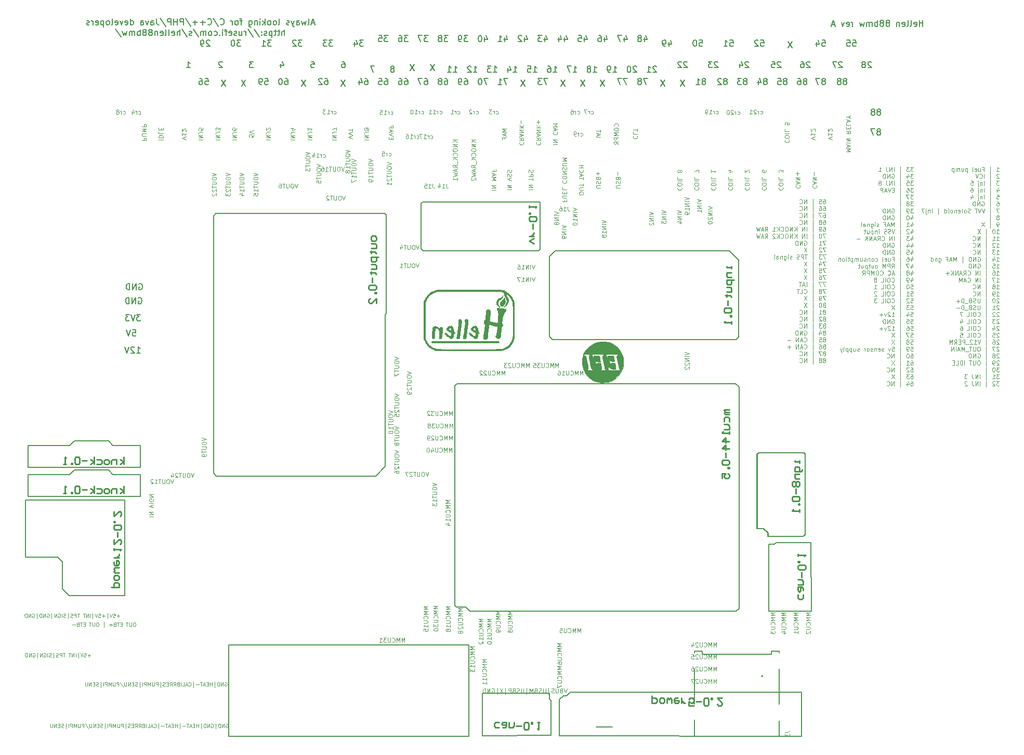
<source format=gbo>
G75*
G70*
%OFA0B0*%
%FSLAX25Y25*%
%IPPOS*%
%LPD*%
%AMOC8*
5,1,8,0,0,1.08239X$1,22.5*
%
%ADD173C,0.00472*%
%ADD211C,0.00394*%
%ADD240C,0.00591*%
%ADD262C,0.01000*%
%ADD52C,0.00010*%
%ADD59C,0.00787*%
X0000000Y0000000D02*
%LPD*%
G01*
D240*
X0263817Y0432364D02*
X0261193Y0428427D01*
X0261193Y0432364D02*
X0263817Y0428427D01*
D211*
X0506599Y0354880D02*
X0506468Y0354748D01*
X0506337Y0354355D01*
X0506337Y0354092D01*
X0506468Y0353698D01*
X0506731Y0353436D01*
X0506993Y0353305D01*
X0507518Y0353174D01*
X0507912Y0353174D01*
X0508437Y0353305D01*
X0508699Y0353436D01*
X0508962Y0353698D01*
X0509093Y0354092D01*
X0509093Y0354355D01*
X0508962Y0354748D01*
X0508830Y0354880D01*
X0507124Y0355929D02*
X0507124Y0357242D01*
X0506337Y0355667D02*
X0509093Y0356586D01*
X0506337Y0357504D01*
X0506337Y0358423D02*
X0509093Y0358423D01*
X0506337Y0359998D01*
X0509093Y0359998D01*
X0507387Y0361310D02*
X0507387Y0363410D01*
D240*
X0127803Y0433957D02*
X0127616Y0434145D01*
X0127241Y0434332D01*
X0126303Y0434332D01*
X0125928Y0434145D01*
X0125741Y0433957D01*
X0125553Y0433582D01*
X0125553Y0433207D01*
X0125741Y0432645D01*
X0127991Y0430395D01*
X0125553Y0430395D01*
X0206731Y0422521D02*
X0204106Y0418584D01*
X0204106Y0422521D02*
X0206731Y0418584D01*
D211*
X0495773Y0354880D02*
X0495641Y0354748D01*
X0495510Y0354355D01*
X0495510Y0354092D01*
X0495641Y0353698D01*
X0495904Y0353436D01*
X0496166Y0353305D01*
X0496691Y0353174D01*
X0497085Y0353174D01*
X0497610Y0353305D01*
X0497872Y0353436D01*
X0498135Y0353698D01*
X0498266Y0354092D01*
X0498266Y0354355D01*
X0498135Y0354748D01*
X0498004Y0354880D01*
X0496298Y0355929D02*
X0496298Y0357242D01*
X0495510Y0355667D02*
X0498266Y0356586D01*
X0495510Y0357504D01*
X0495510Y0358423D02*
X0498266Y0358423D01*
X0495510Y0359998D01*
X0498266Y0359998D01*
X0496560Y0361310D02*
X0496560Y0363410D01*
X0495510Y0362360D02*
X0497610Y0362360D01*
D240*
X0512458Y0448112D02*
X0514333Y0448112D01*
X0514520Y0446237D01*
X0514333Y0446424D01*
X0513958Y0446612D01*
X0513020Y0446612D01*
X0512646Y0446424D01*
X0512458Y0446237D01*
X0512271Y0445862D01*
X0512271Y0444925D01*
X0512458Y0444550D01*
X0512646Y0444362D01*
X0513020Y0444175D01*
X0513958Y0444175D01*
X0514333Y0444362D01*
X0514520Y0444550D01*
X0508896Y0446799D02*
X0508896Y0444175D01*
X0509833Y0448299D02*
X0510771Y0445487D01*
X0508334Y0445487D01*
X0360086Y0449752D02*
X0360086Y0447127D01*
X0361024Y0451252D02*
X0361961Y0448440D01*
X0359524Y0448440D01*
X0356149Y0451064D02*
X0358024Y0451064D01*
X0358212Y0449190D01*
X0358024Y0449377D01*
X0357649Y0449565D01*
X0356712Y0449565D01*
X0356337Y0449377D01*
X0356149Y0449190D01*
X0355962Y0448815D01*
X0355962Y0447877D01*
X0356149Y0447502D01*
X0356337Y0447315D01*
X0356712Y0447127D01*
X0357649Y0447127D01*
X0358024Y0447315D01*
X0358212Y0447502D01*
X0285377Y0451064D02*
X0282940Y0451064D01*
X0284252Y0449565D01*
X0283690Y0449565D01*
X0283315Y0449377D01*
X0283127Y0449190D01*
X0282940Y0448815D01*
X0282940Y0447877D01*
X0283127Y0447502D01*
X0283315Y0447315D01*
X0283690Y0447127D01*
X0284815Y0447127D01*
X0285190Y0447315D01*
X0285377Y0447502D01*
X0281065Y0447127D02*
X0280315Y0447127D01*
X0279940Y0447315D01*
X0279753Y0447502D01*
X0279378Y0448065D01*
X0279190Y0448815D01*
X0279190Y0450315D01*
X0279378Y0450689D01*
X0279565Y0450877D01*
X0279940Y0451064D01*
X0280690Y0451064D01*
X0281065Y0450877D01*
X0281253Y0450689D01*
X0281440Y0450315D01*
X0281440Y0449377D01*
X0281253Y0449002D01*
X0281065Y0448815D01*
X0280690Y0448627D01*
X0279940Y0448627D01*
X0279565Y0448815D01*
X0279378Y0449002D01*
X0279190Y0449377D01*
X0251022Y0432364D02*
X0248397Y0428427D01*
X0248397Y0432364D02*
X0251022Y0428427D01*
D211*
X0419985Y0353633D02*
X0419854Y0353502D01*
X0419723Y0353108D01*
X0419723Y0352845D01*
X0419854Y0352452D01*
X0420116Y0352189D01*
X0420379Y0352058D01*
X0420904Y0351927D01*
X0421298Y0351927D01*
X0421823Y0352058D01*
X0422085Y0352189D01*
X0422347Y0352452D01*
X0422479Y0352845D01*
X0422479Y0353108D01*
X0422347Y0353502D01*
X0422216Y0353633D01*
X0422479Y0355339D02*
X0422479Y0355864D01*
X0422347Y0356126D01*
X0422085Y0356389D01*
X0421560Y0356520D01*
X0420641Y0356520D01*
X0420116Y0356389D01*
X0419854Y0356126D01*
X0419723Y0355864D01*
X0419723Y0355339D01*
X0419854Y0355076D01*
X0420116Y0354814D01*
X0420641Y0354683D01*
X0421560Y0354683D01*
X0422085Y0354814D01*
X0422347Y0355076D01*
X0422479Y0355339D01*
X0419723Y0357701D02*
X0422479Y0357701D01*
X0419723Y0360326D02*
X0419723Y0359013D01*
X0422479Y0359013D01*
X0421298Y0363738D02*
X0421429Y0363475D01*
X0421560Y0363344D01*
X0421823Y0363213D01*
X0421954Y0363213D01*
X0422216Y0363344D01*
X0422347Y0363475D01*
X0422479Y0363738D01*
X0422479Y0364263D01*
X0422347Y0364525D01*
X0422216Y0364656D01*
X0421954Y0364788D01*
X0421823Y0364788D01*
X0421560Y0364656D01*
X0421429Y0364525D01*
X0421298Y0364263D01*
X0421298Y0363738D01*
X0421166Y0363475D01*
X0421035Y0363344D01*
X0420773Y0363213D01*
X0420248Y0363213D01*
X0419985Y0363344D01*
X0419854Y0363475D01*
X0419723Y0363738D01*
X0419723Y0364263D01*
X0419854Y0364525D01*
X0419985Y0364656D01*
X0420248Y0364788D01*
X0420773Y0364788D01*
X0421035Y0364656D01*
X0421166Y0364525D01*
X0421298Y0364263D01*
X0071560Y0074218D02*
X0071110Y0074218D01*
X0070885Y0074105D01*
X0070660Y0073880D01*
X0070548Y0073430D01*
X0070548Y0072643D01*
X0070660Y0072193D01*
X0070885Y0071968D01*
X0071110Y0071856D01*
X0071560Y0071856D01*
X0071785Y0071968D01*
X0072010Y0072193D01*
X0072122Y0072643D01*
X0072122Y0073430D01*
X0072010Y0073880D01*
X0071785Y0074105D01*
X0071560Y0074218D01*
X0069535Y0074218D02*
X0069535Y0072306D01*
X0069423Y0072081D01*
X0069310Y0071968D01*
X0069085Y0071856D01*
X0068635Y0071856D01*
X0068410Y0071968D01*
X0068298Y0072081D01*
X0068185Y0072306D01*
X0068185Y0074218D01*
X0067398Y0074218D02*
X0066048Y0074218D01*
X0066723Y0071856D02*
X0066723Y0074218D01*
X0063461Y0073093D02*
X0062674Y0073093D01*
X0062336Y0071856D02*
X0063461Y0071856D01*
X0063461Y0074218D01*
X0062336Y0074218D01*
X0061661Y0074218D02*
X0060311Y0074218D01*
X0060986Y0071856D02*
X0060986Y0074218D01*
X0058737Y0073093D02*
X0058399Y0072980D01*
X0058287Y0072868D01*
X0058174Y0072643D01*
X0058174Y0072306D01*
X0058287Y0072081D01*
X0058399Y0071968D01*
X0058624Y0071856D01*
X0059524Y0071856D01*
X0059524Y0074218D01*
X0058737Y0074218D01*
X0058512Y0074105D01*
X0058399Y0073993D01*
X0058287Y0073768D01*
X0058287Y0073543D01*
X0058399Y0073318D01*
X0058512Y0073205D01*
X0058737Y0073093D01*
X0059524Y0073093D01*
X0057162Y0072755D02*
X0055362Y0072755D01*
X0056262Y0071856D02*
X0056262Y0073655D01*
X0051875Y0071068D02*
X0051875Y0074443D01*
X0047938Y0074218D02*
X0047488Y0074218D01*
X0047263Y0074105D01*
X0047038Y0073880D01*
X0046926Y0073430D01*
X0046926Y0072643D01*
X0047038Y0072193D01*
X0047263Y0071968D01*
X0047488Y0071856D01*
X0047938Y0071856D01*
X0048163Y0071968D01*
X0048388Y0072193D01*
X0048500Y0072643D01*
X0048500Y0073430D01*
X0048388Y0073880D01*
X0048163Y0074105D01*
X0047938Y0074218D01*
X0045913Y0074218D02*
X0045913Y0072306D01*
X0045801Y0072081D01*
X0045688Y0071968D01*
X0045463Y0071856D01*
X0045013Y0071856D01*
X0044788Y0071968D01*
X0044676Y0072081D01*
X0044563Y0072306D01*
X0044563Y0074218D01*
X0043776Y0074218D02*
X0042426Y0074218D01*
X0043101Y0071856D02*
X0043101Y0074218D01*
X0039839Y0073093D02*
X0039052Y0073093D01*
X0038714Y0071856D02*
X0039839Y0071856D01*
X0039839Y0074218D01*
X0038714Y0074218D01*
X0038039Y0074218D02*
X0036689Y0074218D01*
X0037364Y0071856D02*
X0037364Y0074218D01*
X0035115Y0073093D02*
X0034777Y0072980D01*
X0034665Y0072868D01*
X0034552Y0072643D01*
X0034552Y0072306D01*
X0034665Y0072081D01*
X0034777Y0071968D01*
X0035002Y0071856D01*
X0035902Y0071856D01*
X0035902Y0074218D01*
X0035115Y0074218D01*
X0034890Y0074105D01*
X0034777Y0073993D01*
X0034665Y0073768D01*
X0034665Y0073543D01*
X0034777Y0073318D01*
X0034890Y0073205D01*
X0035115Y0073093D01*
X0035902Y0073093D01*
X0033540Y0072755D02*
X0031740Y0072755D01*
X0218935Y0384079D02*
X0221691Y0384079D01*
X0218935Y0385391D02*
X0221691Y0385391D01*
X0218935Y0386966D01*
X0221691Y0386966D01*
X0221691Y0389066D02*
X0219723Y0389066D01*
X0219329Y0388935D01*
X0219067Y0388672D01*
X0218935Y0388279D01*
X0218935Y0388016D01*
X0220510Y0390772D02*
X0220641Y0390510D01*
X0220773Y0390378D01*
X0221035Y0390247D01*
X0221166Y0390247D01*
X0221429Y0390378D01*
X0221560Y0390510D01*
X0221691Y0390772D01*
X0221691Y0391297D01*
X0221560Y0391559D01*
X0221429Y0391691D01*
X0221166Y0391822D01*
X0221035Y0391822D01*
X0220773Y0391691D01*
X0220641Y0391559D01*
X0220510Y0391297D01*
X0220510Y0390772D01*
X0220379Y0390510D01*
X0220248Y0390378D01*
X0219985Y0390247D01*
X0219460Y0390247D01*
X0219198Y0390378D01*
X0219067Y0390510D01*
X0218935Y0390772D01*
X0218935Y0391297D01*
X0219067Y0391559D01*
X0219198Y0391691D01*
X0219460Y0391822D01*
X0219985Y0391822D01*
X0220248Y0391691D01*
X0220379Y0391559D01*
X0220510Y0391297D01*
D240*
X0489164Y0421818D02*
X0489539Y0422006D01*
X0489727Y0422193D01*
X0489914Y0422568D01*
X0489914Y0422755D01*
X0489727Y0423130D01*
X0489539Y0423318D01*
X0489164Y0423505D01*
X0488414Y0423505D01*
X0488039Y0423318D01*
X0487852Y0423130D01*
X0487664Y0422755D01*
X0487664Y0422568D01*
X0487852Y0422193D01*
X0488039Y0422006D01*
X0488414Y0421818D01*
X0489164Y0421818D01*
X0489539Y0421631D01*
X0489727Y0421443D01*
X0489914Y0421068D01*
X0489914Y0420318D01*
X0489727Y0419943D01*
X0489539Y0419756D01*
X0489164Y0419568D01*
X0488414Y0419568D01*
X0488039Y0419756D01*
X0487852Y0419943D01*
X0487664Y0420318D01*
X0487664Y0421068D01*
X0487852Y0421443D01*
X0488039Y0421631D01*
X0488414Y0421818D01*
X0484102Y0423505D02*
X0485977Y0423505D01*
X0486164Y0421631D01*
X0485977Y0421818D01*
X0485602Y0422006D01*
X0484665Y0422006D01*
X0484290Y0421818D01*
X0484102Y0421631D01*
X0483915Y0421256D01*
X0483915Y0420318D01*
X0484102Y0419943D01*
X0484290Y0419756D01*
X0484665Y0419568D01*
X0485602Y0419568D01*
X0485977Y0419756D01*
X0486164Y0419943D01*
X0301641Y0427442D02*
X0303890Y0427442D01*
X0302766Y0427442D02*
X0302766Y0431379D01*
X0303140Y0430817D01*
X0303515Y0430442D01*
X0303890Y0430255D01*
X0300328Y0431379D02*
X0297891Y0431379D01*
X0299203Y0429880D01*
X0298641Y0429880D01*
X0298266Y0429692D01*
X0298079Y0429505D01*
X0297891Y0429130D01*
X0297891Y0428192D01*
X0298079Y0427817D01*
X0298266Y0427630D01*
X0298641Y0427442D01*
X0299766Y0427442D01*
X0300141Y0427630D01*
X0300328Y0427817D01*
X0181140Y0422521D02*
X0178515Y0418584D01*
X0178515Y0422521D02*
X0181140Y0418584D01*
D211*
X0076219Y0383751D02*
X0078975Y0383751D01*
X0078975Y0384801D01*
X0078844Y0385063D01*
X0078712Y0385195D01*
X0078450Y0385326D01*
X0078056Y0385326D01*
X0077794Y0385195D01*
X0077662Y0385063D01*
X0077531Y0384801D01*
X0077531Y0383751D01*
X0078975Y0386507D02*
X0076744Y0386507D01*
X0076481Y0386638D01*
X0076350Y0386769D01*
X0076219Y0387032D01*
X0076219Y0387557D01*
X0076350Y0387819D01*
X0076481Y0387950D01*
X0076744Y0388082D01*
X0078975Y0388082D01*
X0076219Y0389394D02*
X0078975Y0389394D01*
X0077006Y0390313D01*
X0078975Y0391231D01*
X0076219Y0391231D01*
X0076219Y0392544D02*
X0078975Y0392544D01*
X0078975Y0393593D01*
X0078844Y0393856D01*
X0078712Y0393987D01*
X0078450Y0394118D01*
X0078056Y0394118D01*
X0077794Y0393987D01*
X0077662Y0393856D01*
X0077531Y0393593D01*
X0077531Y0392544D01*
D240*
X0116789Y0423505D02*
X0118664Y0423505D01*
X0118851Y0421631D01*
X0118664Y0421818D01*
X0118289Y0422006D01*
X0117351Y0422006D01*
X0116976Y0421818D01*
X0116789Y0421631D01*
X0116601Y0421256D01*
X0116601Y0420318D01*
X0116789Y0419943D01*
X0116976Y0419756D01*
X0117351Y0419568D01*
X0118289Y0419568D01*
X0118664Y0419756D01*
X0118851Y0419943D01*
X0113227Y0423505D02*
X0113977Y0423505D01*
X0114352Y0423318D01*
X0114539Y0423130D01*
X0114914Y0422568D01*
X0115101Y0421818D01*
X0115101Y0420318D01*
X0114914Y0419943D01*
X0114727Y0419756D01*
X0114352Y0419568D01*
X0113602Y0419568D01*
X0113227Y0419756D01*
X0113039Y0419943D01*
X0112852Y0420318D01*
X0112852Y0421256D01*
X0113039Y0421631D01*
X0113227Y0421818D01*
X0113602Y0422006D01*
X0114352Y0422006D01*
X0114727Y0421818D01*
X0114914Y0421631D01*
X0115101Y0421256D01*
D211*
X0324240Y0352154D02*
X0326995Y0352154D01*
X0324240Y0353466D02*
X0326995Y0353466D01*
X0324240Y0355041D01*
X0326995Y0355041D01*
X0326995Y0358060D02*
X0326995Y0359634D01*
X0324240Y0358847D02*
X0326995Y0358847D01*
X0324240Y0360553D02*
X0326995Y0360553D01*
X0326995Y0361603D01*
X0326864Y0361865D01*
X0326733Y0361997D01*
X0326470Y0362128D01*
X0326077Y0362128D01*
X0325814Y0361997D01*
X0325683Y0361865D01*
X0325552Y0361603D01*
X0325552Y0360553D01*
X0324371Y0363178D02*
X0324240Y0363571D01*
X0324240Y0364227D01*
X0324371Y0364490D01*
X0324502Y0364621D01*
X0324764Y0364752D01*
X0325027Y0364752D01*
X0325289Y0364621D01*
X0325421Y0364490D01*
X0325552Y0364227D01*
X0325683Y0363703D01*
X0325814Y0363440D01*
X0325946Y0363309D01*
X0326208Y0363178D01*
X0326470Y0363178D01*
X0326733Y0363309D01*
X0326864Y0363440D01*
X0326995Y0363703D01*
X0326995Y0364359D01*
X0326864Y0364752D01*
D240*
X0549120Y0389384D02*
X0549495Y0389572D01*
X0549683Y0389759D01*
X0549870Y0390134D01*
X0549870Y0390322D01*
X0549683Y0390697D01*
X0549495Y0390884D01*
X0549120Y0391072D01*
X0548371Y0391072D01*
X0547996Y0390884D01*
X0547808Y0390697D01*
X0547621Y0390322D01*
X0547621Y0390134D01*
X0547808Y0389759D01*
X0547996Y0389572D01*
X0548371Y0389384D01*
X0549120Y0389384D01*
X0549495Y0389197D01*
X0549683Y0389009D01*
X0549870Y0388634D01*
X0549870Y0387884D01*
X0549683Y0387509D01*
X0549495Y0387322D01*
X0549120Y0387135D01*
X0548371Y0387135D01*
X0547996Y0387322D01*
X0547808Y0387509D01*
X0547621Y0387884D01*
X0547621Y0388634D01*
X0547808Y0389009D01*
X0547996Y0389197D01*
X0548371Y0389384D01*
X0546308Y0391072D02*
X0543684Y0391072D01*
X0545371Y0387135D01*
X0544048Y0433957D02*
X0543860Y0434145D01*
X0543485Y0434332D01*
X0542548Y0434332D01*
X0542173Y0434145D01*
X0541986Y0433957D01*
X0541798Y0433582D01*
X0541798Y0433207D01*
X0541986Y0432645D01*
X0544235Y0430395D01*
X0541798Y0430395D01*
X0539548Y0432645D02*
X0539923Y0432832D01*
X0540111Y0433020D01*
X0540298Y0433395D01*
X0540298Y0433582D01*
X0540111Y0433957D01*
X0539923Y0434145D01*
X0539548Y0434332D01*
X0538799Y0434332D01*
X0538424Y0434145D01*
X0538236Y0433957D01*
X0538049Y0433582D01*
X0538049Y0433395D01*
X0538236Y0433020D01*
X0538424Y0432832D01*
X0538799Y0432645D01*
X0539548Y0432645D01*
X0539923Y0432457D01*
X0540111Y0432270D01*
X0540298Y0431895D01*
X0540298Y0431145D01*
X0540111Y0430770D01*
X0539923Y0430583D01*
X0539548Y0430395D01*
X0538799Y0430395D01*
X0538424Y0430583D01*
X0538236Y0430770D01*
X0538049Y0431145D01*
X0538049Y0431895D01*
X0538236Y0432270D01*
X0538424Y0432457D01*
X0538799Y0432645D01*
X0234196Y0451064D02*
X0231759Y0451064D01*
X0233071Y0449565D01*
X0232509Y0449565D01*
X0232134Y0449377D01*
X0231946Y0449190D01*
X0231759Y0448815D01*
X0231759Y0447877D01*
X0231946Y0447502D01*
X0232134Y0447315D01*
X0232509Y0447127D01*
X0233634Y0447127D01*
X0234008Y0447315D01*
X0234196Y0447502D01*
X0228197Y0451064D02*
X0230071Y0451064D01*
X0230259Y0449190D01*
X0230071Y0449377D01*
X0229697Y0449565D01*
X0228759Y0449565D01*
X0228384Y0449377D01*
X0228197Y0449190D01*
X0228009Y0448815D01*
X0228009Y0447877D01*
X0228197Y0447502D01*
X0228384Y0447315D01*
X0228759Y0447127D01*
X0229697Y0447127D01*
X0230071Y0447315D01*
X0230259Y0447502D01*
D211*
X0383073Y0353204D02*
X0380842Y0353204D01*
X0380580Y0353335D01*
X0380448Y0353466D01*
X0380317Y0353729D01*
X0380317Y0354254D01*
X0380448Y0354516D01*
X0380580Y0354647D01*
X0380842Y0354779D01*
X0383073Y0354779D01*
X0380448Y0355960D02*
X0380317Y0356353D01*
X0380317Y0357010D01*
X0380448Y0357272D01*
X0380580Y0357403D01*
X0380842Y0357535D01*
X0381104Y0357535D01*
X0381367Y0357403D01*
X0381498Y0357272D01*
X0381629Y0357010D01*
X0381761Y0356485D01*
X0381892Y0356222D01*
X0382023Y0356091D01*
X0382286Y0355960D01*
X0382548Y0355960D01*
X0382811Y0356091D01*
X0382942Y0356222D01*
X0383073Y0356485D01*
X0383073Y0357141D01*
X0382942Y0357535D01*
X0381761Y0359634D02*
X0381629Y0360028D01*
X0381498Y0360159D01*
X0381236Y0360290D01*
X0380842Y0360290D01*
X0380580Y0360159D01*
X0380448Y0360028D01*
X0380317Y0359766D01*
X0380317Y0358716D01*
X0383073Y0358716D01*
X0383073Y0359634D01*
X0382942Y0359897D01*
X0382811Y0360028D01*
X0382548Y0360159D01*
X0382286Y0360159D01*
X0382023Y0360028D01*
X0381892Y0359897D01*
X0381761Y0359634D01*
X0381761Y0358716D01*
X0381367Y0361472D02*
X0381367Y0363571D01*
X0300623Y0351961D02*
X0303379Y0351961D01*
X0300623Y0353273D02*
X0303379Y0353273D01*
X0300623Y0354848D01*
X0303379Y0354848D01*
X0300623Y0358260D02*
X0303379Y0358260D01*
X0301410Y0359179D01*
X0303379Y0360097D01*
X0300623Y0360097D01*
X0301410Y0361278D02*
X0301410Y0362591D01*
X0300623Y0361016D02*
X0303379Y0361934D01*
X0300623Y0362853D01*
X0302066Y0364690D02*
X0302066Y0363772D01*
X0300623Y0363772D02*
X0303379Y0363772D01*
X0303379Y0365084D01*
D240*
X0225431Y0431379D02*
X0222807Y0431379D01*
X0224494Y0427442D01*
X0513770Y0421818D02*
X0514145Y0422006D01*
X0514333Y0422193D01*
X0514520Y0422568D01*
X0514520Y0422755D01*
X0514333Y0423130D01*
X0514145Y0423318D01*
X0513770Y0423505D01*
X0513020Y0423505D01*
X0512646Y0423318D01*
X0512458Y0423130D01*
X0512271Y0422755D01*
X0512271Y0422568D01*
X0512458Y0422193D01*
X0512646Y0422006D01*
X0513020Y0421818D01*
X0513770Y0421818D01*
X0514145Y0421631D01*
X0514333Y0421443D01*
X0514520Y0421068D01*
X0514520Y0420318D01*
X0514333Y0419943D01*
X0514145Y0419756D01*
X0513770Y0419568D01*
X0513020Y0419568D01*
X0512646Y0419756D01*
X0512458Y0419943D01*
X0512271Y0420318D01*
X0512271Y0421068D01*
X0512458Y0421443D01*
X0512646Y0421631D01*
X0513020Y0421818D01*
X0510958Y0423505D02*
X0508334Y0423505D01*
X0510021Y0419568D01*
D211*
X0508109Y0384342D02*
X0505353Y0385260D01*
X0508109Y0386179D01*
X0505353Y0388541D02*
X0505353Y0386966D01*
X0505353Y0387754D02*
X0508109Y0387754D01*
X0507715Y0387491D01*
X0507452Y0387229D01*
X0507321Y0386966D01*
X0507846Y0389591D02*
X0507977Y0389722D01*
X0508109Y0389985D01*
X0508109Y0390641D01*
X0507977Y0390903D01*
X0507846Y0391034D01*
X0507584Y0391166D01*
X0507321Y0391166D01*
X0506928Y0391034D01*
X0505353Y0389460D01*
X0505353Y0391166D01*
D240*
X0179078Y0448112D02*
X0176641Y0448112D01*
X0177953Y0446612D01*
X0177391Y0446612D01*
X0177016Y0446424D01*
X0176828Y0446237D01*
X0176641Y0445862D01*
X0176641Y0444925D01*
X0176828Y0444550D01*
X0177016Y0444362D01*
X0177391Y0444175D01*
X0178515Y0444175D01*
X0178890Y0444362D01*
X0179078Y0444550D01*
X0175141Y0447737D02*
X0174953Y0447924D01*
X0174578Y0448112D01*
X0173641Y0448112D01*
X0173266Y0447924D01*
X0173079Y0447737D01*
X0172891Y0447362D01*
X0172891Y0446987D01*
X0173079Y0446424D01*
X0175328Y0444175D01*
X0172891Y0444175D01*
D211*
X0112636Y0384079D02*
X0115392Y0384079D01*
X0112636Y0385391D02*
X0115392Y0385391D01*
X0112636Y0386966D01*
X0115392Y0386966D01*
X0115392Y0389066D02*
X0113424Y0389066D01*
X0113030Y0388935D01*
X0112767Y0388672D01*
X0112636Y0388279D01*
X0112636Y0388016D01*
X0115392Y0391691D02*
X0115392Y0390378D01*
X0114080Y0390247D01*
X0114211Y0390378D01*
X0114342Y0390641D01*
X0114342Y0391297D01*
X0114211Y0391559D01*
X0114080Y0391691D01*
X0113817Y0391822D01*
X0113161Y0391822D01*
X0112899Y0391691D01*
X0112767Y0391559D01*
X0112636Y0391297D01*
X0112636Y0390641D01*
X0112767Y0390378D01*
X0112899Y0390247D01*
D240*
X0476369Y0421818D02*
X0476744Y0422006D01*
X0476931Y0422193D01*
X0477119Y0422568D01*
X0477119Y0422755D01*
X0476931Y0423130D01*
X0476744Y0423318D01*
X0476369Y0423505D01*
X0475619Y0423505D01*
X0475244Y0423318D01*
X0475056Y0423130D01*
X0474869Y0422755D01*
X0474869Y0422568D01*
X0475056Y0422193D01*
X0475244Y0422006D01*
X0475619Y0421818D01*
X0476369Y0421818D01*
X0476744Y0421631D01*
X0476931Y0421443D01*
X0477119Y0421068D01*
X0477119Y0420318D01*
X0476931Y0419943D01*
X0476744Y0419756D01*
X0476369Y0419568D01*
X0475619Y0419568D01*
X0475244Y0419756D01*
X0475056Y0419943D01*
X0474869Y0420318D01*
X0474869Y0421068D01*
X0475056Y0421443D01*
X0475244Y0421631D01*
X0475619Y0421818D01*
X0471494Y0422193D02*
X0471494Y0419568D01*
X0472432Y0423693D02*
X0473369Y0420881D01*
X0470932Y0420881D01*
D211*
X0236127Y0384538D02*
X0236127Y0385457D01*
X0234683Y0385851D02*
X0234683Y0384538D01*
X0237439Y0384538D01*
X0237439Y0385851D01*
X0237439Y0386638D02*
X0234683Y0387557D01*
X0237439Y0388475D01*
X0235471Y0389263D02*
X0235471Y0390575D01*
X0234683Y0389000D02*
X0237439Y0389919D01*
X0234683Y0390838D01*
X0234683Y0391756D02*
X0237439Y0391756D01*
X0237439Y0392806D01*
X0237308Y0393069D01*
X0237177Y0393200D01*
X0236914Y0393331D01*
X0236521Y0393331D01*
X0236258Y0393200D01*
X0236127Y0393069D01*
X0235996Y0392806D01*
X0235996Y0391756D01*
D240*
X0272582Y0451064D02*
X0270145Y0451064D01*
X0271457Y0449565D01*
X0270895Y0449565D01*
X0270520Y0449377D01*
X0270332Y0449190D01*
X0270145Y0448815D01*
X0270145Y0447877D01*
X0270332Y0447502D01*
X0270520Y0447315D01*
X0270895Y0447127D01*
X0272019Y0447127D01*
X0272394Y0447315D01*
X0272582Y0447502D01*
X0267895Y0449377D02*
X0268270Y0449565D01*
X0268457Y0449752D01*
X0268645Y0450127D01*
X0268645Y0450315D01*
X0268457Y0450689D01*
X0268270Y0450877D01*
X0267895Y0451064D01*
X0267145Y0451064D01*
X0266770Y0450877D01*
X0266583Y0450689D01*
X0266395Y0450315D01*
X0266395Y0450127D01*
X0266583Y0449752D01*
X0266770Y0449565D01*
X0267145Y0449377D01*
X0267895Y0449377D01*
X0268270Y0449190D01*
X0268457Y0449002D01*
X0268645Y0448627D01*
X0268645Y0447877D01*
X0268457Y0447502D01*
X0268270Y0447315D01*
X0267895Y0447127D01*
X0267145Y0447127D01*
X0266770Y0447315D01*
X0266583Y0447502D01*
X0266395Y0447877D01*
X0266395Y0448627D01*
X0266583Y0449002D01*
X0266770Y0449190D01*
X0267145Y0449377D01*
D211*
X0310471Y0352058D02*
X0313227Y0352058D01*
X0310471Y0353370D02*
X0313227Y0353370D01*
X0310471Y0354945D01*
X0313227Y0354945D01*
X0313227Y0357964D02*
X0310471Y0358882D01*
X0313227Y0359801D01*
X0310602Y0360588D02*
X0310471Y0360982D01*
X0310471Y0361638D01*
X0310602Y0361901D01*
X0310733Y0362032D01*
X0310996Y0362163D01*
X0311258Y0362163D01*
X0311521Y0362032D01*
X0311652Y0361901D01*
X0311783Y0361638D01*
X0311914Y0361113D01*
X0312046Y0360851D01*
X0312177Y0360719D01*
X0312439Y0360588D01*
X0312702Y0360588D01*
X0312964Y0360719D01*
X0313095Y0360851D01*
X0313227Y0361113D01*
X0313227Y0361769D01*
X0313095Y0362163D01*
X0310602Y0363213D02*
X0310471Y0363607D01*
X0310471Y0364263D01*
X0310602Y0364525D01*
X0310733Y0364656D01*
X0310996Y0364788D01*
X0311258Y0364788D01*
X0311521Y0364656D01*
X0311652Y0364525D01*
X0311783Y0364263D01*
X0311914Y0363738D01*
X0312046Y0363475D01*
X0312177Y0363344D01*
X0312439Y0363213D01*
X0312702Y0363213D01*
X0312964Y0363344D01*
X0313095Y0363475D01*
X0313227Y0363738D01*
X0313227Y0364394D01*
X0313095Y0364788D01*
D240*
X0321888Y0422521D02*
X0319263Y0418584D01*
X0319263Y0422521D02*
X0321888Y0418584D01*
D211*
X0348791Y0031914D02*
X0347872Y0029158D01*
X0346954Y0031914D01*
X0345116Y0030601D02*
X0344723Y0030470D01*
X0344592Y0030339D01*
X0344460Y0030076D01*
X0344460Y0029683D01*
X0344592Y0029420D01*
X0344723Y0029289D01*
X0344985Y0029158D01*
X0346035Y0029158D01*
X0346035Y0031914D01*
X0345116Y0031914D01*
X0344854Y0031782D01*
X0344723Y0031651D01*
X0344592Y0031389D01*
X0344592Y0031126D01*
X0344723Y0030864D01*
X0344854Y0030733D01*
X0345116Y0030601D01*
X0346035Y0030601D01*
X0343279Y0031914D02*
X0343279Y0029683D01*
X0343148Y0029420D01*
X0343017Y0029289D01*
X0342754Y0029158D01*
X0342229Y0029158D01*
X0341967Y0029289D01*
X0341836Y0029420D01*
X0341704Y0029683D01*
X0341704Y0031914D01*
X0340523Y0029289D02*
X0340130Y0029158D01*
X0339473Y0029158D01*
X0339211Y0029289D01*
X0339080Y0029420D01*
X0338949Y0029683D01*
X0338949Y0029945D01*
X0339080Y0030208D01*
X0339211Y0030339D01*
X0339473Y0030470D01*
X0339998Y0030601D01*
X0340261Y0030733D01*
X0340392Y0030864D01*
X0340523Y0031126D01*
X0340523Y0031389D01*
X0340392Y0031651D01*
X0340261Y0031782D01*
X0339998Y0031914D01*
X0339342Y0031914D01*
X0338949Y0031782D01*
X0337111Y0028239D02*
X0337111Y0032176D01*
X0335143Y0031914D02*
X0335143Y0029683D01*
X0335011Y0029420D01*
X0334880Y0029289D01*
X0334618Y0029158D01*
X0334093Y0029158D01*
X0333830Y0029289D01*
X0333699Y0029420D01*
X0333568Y0029683D01*
X0333568Y0031914D01*
X0332387Y0029289D02*
X0331993Y0029158D01*
X0331337Y0029158D01*
X0331074Y0029289D01*
X0330943Y0029420D01*
X0330812Y0029683D01*
X0330812Y0029945D01*
X0330943Y0030208D01*
X0331074Y0030339D01*
X0331337Y0030470D01*
X0331862Y0030601D01*
X0332124Y0030733D01*
X0332256Y0030864D01*
X0332387Y0031126D01*
X0332387Y0031389D01*
X0332256Y0031651D01*
X0332124Y0031782D01*
X0331862Y0031914D01*
X0331206Y0031914D01*
X0330812Y0031782D01*
X0328712Y0030601D02*
X0328319Y0030470D01*
X0328187Y0030339D01*
X0328056Y0030076D01*
X0328056Y0029683D01*
X0328187Y0029420D01*
X0328319Y0029289D01*
X0328581Y0029158D01*
X0329631Y0029158D01*
X0329631Y0031914D01*
X0328712Y0031914D01*
X0328450Y0031782D01*
X0328319Y0031651D01*
X0328187Y0031389D01*
X0328187Y0031126D01*
X0328319Y0030864D01*
X0328450Y0030733D01*
X0328712Y0030601D01*
X0329631Y0030601D01*
X0326875Y0029158D02*
X0326875Y0031914D01*
X0325956Y0029945D01*
X0325038Y0031914D01*
X0325038Y0029158D01*
X0323069Y0028239D02*
X0323069Y0032176D01*
X0321101Y0031914D02*
X0321101Y0029683D01*
X0320970Y0029420D01*
X0320838Y0029289D01*
X0320576Y0029158D01*
X0320051Y0029158D01*
X0319788Y0029289D01*
X0319657Y0029420D01*
X0319526Y0029683D01*
X0319526Y0031914D01*
X0318345Y0029289D02*
X0317951Y0029158D01*
X0317295Y0029158D01*
X0317032Y0029289D01*
X0316901Y0029420D01*
X0316770Y0029683D01*
X0316770Y0029945D01*
X0316901Y0030208D01*
X0317032Y0030339D01*
X0317295Y0030470D01*
X0317820Y0030601D01*
X0318082Y0030733D01*
X0318214Y0030864D01*
X0318345Y0031126D01*
X0318345Y0031389D01*
X0318214Y0031651D01*
X0318082Y0031782D01*
X0317820Y0031914D01*
X0317164Y0031914D01*
X0316770Y0031782D01*
X0314670Y0030601D02*
X0314277Y0030470D01*
X0314145Y0030339D01*
X0314014Y0030076D01*
X0314014Y0029683D01*
X0314145Y0029420D01*
X0314277Y0029289D01*
X0314539Y0029158D01*
X0315589Y0029158D01*
X0315589Y0031914D01*
X0314670Y0031914D01*
X0314408Y0031782D01*
X0314277Y0031651D01*
X0314145Y0031389D01*
X0314145Y0031126D01*
X0314277Y0030864D01*
X0314408Y0030733D01*
X0314670Y0030601D01*
X0315589Y0030601D01*
X0312833Y0029158D02*
X0312833Y0031914D01*
X0311783Y0031914D01*
X0311521Y0031782D01*
X0311389Y0031651D01*
X0311258Y0031389D01*
X0311258Y0030995D01*
X0311389Y0030733D01*
X0311521Y0030601D01*
X0311783Y0030470D01*
X0312833Y0030470D01*
X0309421Y0028239D02*
X0309421Y0032176D01*
X0307715Y0031914D02*
X0305878Y0029158D01*
X0305878Y0031914D02*
X0307715Y0029158D01*
X0304172Y0028239D02*
X0304172Y0032176D01*
X0300760Y0031782D02*
X0301022Y0031914D01*
X0301416Y0031914D01*
X0301809Y0031782D01*
X0302072Y0031520D01*
X0302203Y0031258D01*
X0302334Y0030733D01*
X0302334Y0030339D01*
X0302203Y0029814D01*
X0302072Y0029551D01*
X0301809Y0029289D01*
X0301416Y0029158D01*
X0301153Y0029158D01*
X0300760Y0029289D01*
X0300628Y0029420D01*
X0300628Y0030339D01*
X0301153Y0030339D01*
X0299447Y0029158D02*
X0299447Y0031914D01*
X0297872Y0029158D01*
X0297872Y0031914D01*
X0296560Y0029158D02*
X0296560Y0031914D01*
X0295904Y0031914D01*
X0295510Y0031782D01*
X0295248Y0031520D01*
X0295116Y0031258D01*
X0294985Y0030733D01*
X0294985Y0030339D01*
X0295116Y0029814D01*
X0295248Y0029551D01*
X0295510Y0029289D01*
X0295904Y0029158D01*
X0296560Y0029158D01*
D240*
X0155175Y0423505D02*
X0157049Y0423505D01*
X0157237Y0421631D01*
X0157049Y0421818D01*
X0156674Y0422006D01*
X0155737Y0422006D01*
X0155362Y0421818D01*
X0155175Y0421631D01*
X0154987Y0421256D01*
X0154987Y0420318D01*
X0155175Y0419943D01*
X0155362Y0419756D01*
X0155737Y0419568D01*
X0156674Y0419568D01*
X0157049Y0419756D01*
X0157237Y0419943D01*
X0153112Y0419568D02*
X0152362Y0419568D01*
X0151988Y0419756D01*
X0151800Y0419943D01*
X0151425Y0420506D01*
X0151238Y0421256D01*
X0151238Y0422755D01*
X0151425Y0423130D01*
X0151613Y0423318D01*
X0151988Y0423505D01*
X0152737Y0423505D01*
X0153112Y0423318D01*
X0153300Y0423130D01*
X0153487Y0422755D01*
X0153487Y0421818D01*
X0153300Y0421443D01*
X0153112Y0421256D01*
X0152737Y0421068D01*
X0151988Y0421068D01*
X0151613Y0421256D01*
X0151425Y0421443D01*
X0151238Y0421818D01*
X0198763Y0448112D02*
X0196326Y0448112D01*
X0197638Y0446612D01*
X0197076Y0446612D01*
X0196701Y0446424D01*
X0196513Y0446237D01*
X0196326Y0445862D01*
X0196326Y0444925D01*
X0196513Y0444550D01*
X0196701Y0444362D01*
X0197076Y0444175D01*
X0198200Y0444175D01*
X0198575Y0444362D01*
X0198763Y0444550D01*
X0195013Y0448112D02*
X0192576Y0448112D01*
X0193889Y0446612D01*
X0193326Y0446612D01*
X0192951Y0446424D01*
X0192764Y0446237D01*
X0192576Y0445862D01*
X0192576Y0444925D01*
X0192764Y0444550D01*
X0192951Y0444362D01*
X0193326Y0444175D01*
X0194451Y0444175D01*
X0194826Y0444362D01*
X0195013Y0444550D01*
X0577091Y0456970D02*
X0577091Y0460907D01*
X0577091Y0459032D02*
X0574841Y0459032D01*
X0574841Y0456970D02*
X0574841Y0460907D01*
X0571466Y0457157D02*
X0571841Y0456970D01*
X0572591Y0456970D01*
X0572966Y0457157D01*
X0573154Y0457532D01*
X0573154Y0459032D01*
X0572966Y0459407D01*
X0572591Y0459595D01*
X0571841Y0459595D01*
X0571466Y0459407D01*
X0571279Y0459032D01*
X0571279Y0458657D01*
X0573154Y0458282D01*
X0569029Y0456970D02*
X0569404Y0457157D01*
X0569592Y0457532D01*
X0569592Y0460907D01*
X0566967Y0456970D02*
X0567342Y0457157D01*
X0567529Y0457532D01*
X0567529Y0460907D01*
X0563967Y0457157D02*
X0564342Y0456970D01*
X0565092Y0456970D01*
X0565467Y0457157D01*
X0565655Y0457532D01*
X0565655Y0459032D01*
X0565467Y0459407D01*
X0565092Y0459595D01*
X0564342Y0459595D01*
X0563967Y0459407D01*
X0563780Y0459032D01*
X0563780Y0458657D01*
X0565655Y0458282D01*
X0562092Y0459595D02*
X0562092Y0456970D01*
X0562092Y0459220D02*
X0561905Y0459407D01*
X0561530Y0459595D01*
X0560968Y0459595D01*
X0560593Y0459407D01*
X0560405Y0459032D01*
X0560405Y0456970D01*
X0554968Y0459220D02*
X0555343Y0459407D01*
X0555531Y0459595D01*
X0555718Y0459970D01*
X0555718Y0460157D01*
X0555531Y0460532D01*
X0555343Y0460719D01*
X0554968Y0460907D01*
X0554218Y0460907D01*
X0553844Y0460719D01*
X0553656Y0460532D01*
X0553469Y0460157D01*
X0553469Y0459970D01*
X0553656Y0459595D01*
X0553844Y0459407D01*
X0554218Y0459220D01*
X0554968Y0459220D01*
X0555343Y0459032D01*
X0555531Y0458845D01*
X0555718Y0458470D01*
X0555718Y0457720D01*
X0555531Y0457345D01*
X0555343Y0457157D01*
X0554968Y0456970D01*
X0554218Y0456970D01*
X0553844Y0457157D01*
X0553656Y0457345D01*
X0553469Y0457720D01*
X0553469Y0458470D01*
X0553656Y0458845D01*
X0553844Y0459032D01*
X0554218Y0459220D01*
X0551219Y0459220D02*
X0551594Y0459407D01*
X0551781Y0459595D01*
X0551969Y0459970D01*
X0551969Y0460157D01*
X0551781Y0460532D01*
X0551594Y0460719D01*
X0551219Y0460907D01*
X0550469Y0460907D01*
X0550094Y0460719D01*
X0549907Y0460532D01*
X0549719Y0460157D01*
X0549719Y0459970D01*
X0549907Y0459595D01*
X0550094Y0459407D01*
X0550469Y0459220D01*
X0551219Y0459220D01*
X0551594Y0459032D01*
X0551781Y0458845D01*
X0551969Y0458470D01*
X0551969Y0457720D01*
X0551781Y0457345D01*
X0551594Y0457157D01*
X0551219Y0456970D01*
X0550469Y0456970D01*
X0550094Y0457157D01*
X0549907Y0457345D01*
X0549719Y0457720D01*
X0549719Y0458470D01*
X0549907Y0458845D01*
X0550094Y0459032D01*
X0550469Y0459220D01*
X0548032Y0456970D02*
X0548032Y0460907D01*
X0548032Y0459407D02*
X0547657Y0459595D01*
X0546907Y0459595D01*
X0546532Y0459407D01*
X0546344Y0459220D01*
X0546157Y0458845D01*
X0546157Y0457720D01*
X0546344Y0457345D01*
X0546532Y0457157D01*
X0546907Y0456970D01*
X0547657Y0456970D01*
X0548032Y0457157D01*
X0544470Y0456970D02*
X0544470Y0459595D01*
X0544470Y0459220D02*
X0544282Y0459407D01*
X0543907Y0459595D01*
X0543345Y0459595D01*
X0542970Y0459407D01*
X0542782Y0459032D01*
X0542782Y0456970D01*
X0542782Y0459032D02*
X0542595Y0459407D01*
X0542220Y0459595D01*
X0541658Y0459595D01*
X0541283Y0459407D01*
X0541095Y0459032D01*
X0541095Y0456970D01*
X0539595Y0459595D02*
X0538845Y0456970D01*
X0538095Y0458845D01*
X0537346Y0456970D01*
X0536596Y0459595D01*
X0532096Y0456970D02*
X0532096Y0459595D01*
X0532096Y0458845D02*
X0531909Y0459220D01*
X0531721Y0459407D01*
X0531346Y0459595D01*
X0530971Y0459595D01*
X0528159Y0457157D02*
X0528534Y0456970D01*
X0529284Y0456970D01*
X0529659Y0457157D01*
X0529847Y0457532D01*
X0529847Y0459032D01*
X0529659Y0459407D01*
X0529284Y0459595D01*
X0528534Y0459595D01*
X0528159Y0459407D01*
X0527972Y0459032D01*
X0527972Y0458657D01*
X0529847Y0458282D01*
X0526659Y0459595D02*
X0525722Y0456970D01*
X0524785Y0459595D01*
X0520473Y0458095D02*
X0518598Y0458095D01*
X0520848Y0456970D02*
X0519535Y0460907D01*
X0518223Y0456970D01*
X0372882Y0449752D02*
X0372882Y0447127D01*
X0373819Y0451252D02*
X0374757Y0448440D01*
X0372319Y0448440D01*
X0369132Y0451064D02*
X0369882Y0451064D01*
X0370257Y0450877D01*
X0370445Y0450689D01*
X0370820Y0450127D01*
X0371007Y0449377D01*
X0371007Y0447877D01*
X0370820Y0447502D01*
X0370632Y0447315D01*
X0370257Y0447127D01*
X0369507Y0447127D01*
X0369132Y0447315D01*
X0368945Y0447502D01*
X0368757Y0447877D01*
X0368757Y0448815D01*
X0368945Y0449190D01*
X0369132Y0449377D01*
X0369507Y0449565D01*
X0370257Y0449565D01*
X0370632Y0449377D01*
X0370820Y0449190D01*
X0371007Y0448815D01*
X0119835Y0447737D02*
X0119648Y0447924D01*
X0119273Y0448112D01*
X0118335Y0448112D01*
X0117961Y0447924D01*
X0117773Y0447737D01*
X0117586Y0447362D01*
X0117586Y0446987D01*
X0117773Y0446424D01*
X0120023Y0444175D01*
X0117586Y0444175D01*
X0115711Y0444175D02*
X0114961Y0444175D01*
X0114586Y0444362D01*
X0114398Y0444550D01*
X0114023Y0445112D01*
X0113836Y0445862D01*
X0113836Y0447362D01*
X0114023Y0447737D01*
X0114211Y0447924D01*
X0114586Y0448112D01*
X0115336Y0448112D01*
X0115711Y0447924D01*
X0115898Y0447737D01*
X0116086Y0447362D01*
X0116086Y0446424D01*
X0115898Y0446049D01*
X0115711Y0445862D01*
X0115336Y0445674D01*
X0114586Y0445674D01*
X0114211Y0445862D01*
X0114023Y0446049D01*
X0113836Y0446424D01*
D211*
X0452466Y0353633D02*
X0452334Y0353502D01*
X0452203Y0353108D01*
X0452203Y0352845D01*
X0452334Y0352452D01*
X0452597Y0352189D01*
X0452859Y0352058D01*
X0453384Y0351927D01*
X0453778Y0351927D01*
X0454303Y0352058D01*
X0454565Y0352189D01*
X0454828Y0352452D01*
X0454959Y0352845D01*
X0454959Y0353108D01*
X0454828Y0353502D01*
X0454697Y0353633D01*
X0454959Y0355339D02*
X0454959Y0355864D01*
X0454828Y0356126D01*
X0454565Y0356389D01*
X0454040Y0356520D01*
X0453122Y0356520D01*
X0452597Y0356389D01*
X0452334Y0356126D01*
X0452203Y0355864D01*
X0452203Y0355339D01*
X0452334Y0355076D01*
X0452597Y0354814D01*
X0453122Y0354683D01*
X0454040Y0354683D01*
X0454565Y0354814D01*
X0454828Y0355076D01*
X0454959Y0355339D01*
X0452203Y0357701D02*
X0454959Y0357701D01*
X0452203Y0360326D02*
X0452203Y0359013D01*
X0454959Y0359013D01*
X0454040Y0364525D02*
X0452203Y0364525D01*
X0455090Y0363869D02*
X0453122Y0363213D01*
X0453122Y0364919D01*
D240*
X0075365Y0271931D02*
X0072928Y0271931D01*
X0074241Y0270431D01*
X0073678Y0270431D01*
X0073303Y0270243D01*
X0073116Y0270056D01*
X0072928Y0269681D01*
X0072928Y0268743D01*
X0073116Y0268369D01*
X0073303Y0268181D01*
X0073678Y0267994D01*
X0074803Y0267994D01*
X0075178Y0268181D01*
X0075365Y0268369D01*
X0071803Y0271931D02*
X0070491Y0267994D01*
X0069179Y0271931D01*
X0068241Y0271931D02*
X0065804Y0271931D01*
X0067116Y0270431D01*
X0066554Y0270431D01*
X0066179Y0270243D01*
X0065992Y0270056D01*
X0065804Y0269681D01*
X0065804Y0268743D01*
X0065992Y0268369D01*
X0066179Y0268181D01*
X0066554Y0267994D01*
X0067679Y0267994D01*
X0068054Y0268181D01*
X0068241Y0268369D01*
D211*
X0155943Y0384079D02*
X0158699Y0384079D01*
X0155943Y0385391D02*
X0158699Y0385391D01*
X0155943Y0386966D01*
X0158699Y0386966D01*
X0158699Y0389066D02*
X0156731Y0389066D01*
X0156337Y0388935D01*
X0156074Y0388672D01*
X0155943Y0388279D01*
X0155943Y0388016D01*
X0158437Y0390247D02*
X0158568Y0390378D01*
X0158699Y0390641D01*
X0158699Y0391297D01*
X0158568Y0391559D01*
X0158437Y0391691D01*
X0158174Y0391822D01*
X0157912Y0391822D01*
X0157518Y0391691D01*
X0155943Y0390116D01*
X0155943Y0391822D01*
D240*
X0257724Y0423505D02*
X0258474Y0423505D01*
X0258849Y0423318D01*
X0259037Y0423130D01*
X0259412Y0422568D01*
X0259599Y0421818D01*
X0259599Y0420318D01*
X0259412Y0419943D01*
X0259224Y0419756D01*
X0258849Y0419568D01*
X0258099Y0419568D01*
X0257724Y0419756D01*
X0257537Y0419943D01*
X0257349Y0420318D01*
X0257349Y0421256D01*
X0257537Y0421631D01*
X0257724Y0421818D01*
X0258099Y0422006D01*
X0258849Y0422006D01*
X0259224Y0421818D01*
X0259412Y0421631D01*
X0259599Y0421256D01*
X0256037Y0423505D02*
X0253412Y0423505D01*
X0255100Y0419568D01*
X0129959Y0422521D02*
X0127334Y0418584D01*
X0127334Y0422521D02*
X0129959Y0418584D01*
X0186905Y0459079D02*
X0185030Y0459079D01*
X0187280Y0457954D02*
X0185968Y0461891D01*
X0184655Y0457954D01*
X0182781Y0457954D02*
X0183155Y0458142D01*
X0183343Y0458517D01*
X0183343Y0461891D01*
X0181656Y0460579D02*
X0180906Y0457954D01*
X0180156Y0459829D01*
X0179406Y0457954D01*
X0178656Y0460579D01*
X0175469Y0457954D02*
X0175469Y0460016D01*
X0175656Y0460391D01*
X0176031Y0460579D01*
X0176781Y0460579D01*
X0177156Y0460391D01*
X0175469Y0458142D02*
X0175844Y0457954D01*
X0176781Y0457954D01*
X0177156Y0458142D01*
X0177344Y0458517D01*
X0177344Y0458892D01*
X0177156Y0459267D01*
X0176781Y0459454D01*
X0175844Y0459454D01*
X0175469Y0459641D01*
X0173969Y0460579D02*
X0173032Y0457954D01*
X0172094Y0460579D02*
X0173032Y0457954D01*
X0173407Y0457017D01*
X0173594Y0456829D01*
X0173969Y0456642D01*
X0170782Y0458142D02*
X0170407Y0457954D01*
X0169657Y0457954D01*
X0169282Y0458142D01*
X0169095Y0458517D01*
X0169095Y0458704D01*
X0169282Y0459079D01*
X0169657Y0459267D01*
X0170220Y0459267D01*
X0170595Y0459454D01*
X0170782Y0459829D01*
X0170782Y0460016D01*
X0170595Y0460391D01*
X0170220Y0460579D01*
X0169657Y0460579D01*
X0169282Y0460391D01*
X0163845Y0457954D02*
X0164220Y0458142D01*
X0164408Y0458517D01*
X0164408Y0461891D01*
X0161783Y0457954D02*
X0162158Y0458142D01*
X0162346Y0458329D01*
X0162533Y0458704D01*
X0162533Y0459829D01*
X0162346Y0460204D01*
X0162158Y0460391D01*
X0161783Y0460579D01*
X0161221Y0460579D01*
X0160846Y0460391D01*
X0160658Y0460204D01*
X0160471Y0459829D01*
X0160471Y0458704D01*
X0160658Y0458329D01*
X0160846Y0458142D01*
X0161221Y0457954D01*
X0161783Y0457954D01*
X0158221Y0457954D02*
X0158596Y0458142D01*
X0158784Y0458329D01*
X0158971Y0458704D01*
X0158971Y0459829D01*
X0158784Y0460204D01*
X0158596Y0460391D01*
X0158221Y0460579D01*
X0157659Y0460579D01*
X0157284Y0460391D01*
X0157096Y0460204D01*
X0156909Y0459829D01*
X0156909Y0458704D01*
X0157096Y0458329D01*
X0157284Y0458142D01*
X0157659Y0457954D01*
X0158221Y0457954D01*
X0155221Y0457954D02*
X0155221Y0461891D01*
X0154847Y0459454D02*
X0153722Y0457954D01*
X0153722Y0460579D02*
X0155221Y0459079D01*
X0152034Y0457954D02*
X0152034Y0460579D01*
X0152034Y0461891D02*
X0152222Y0461704D01*
X0152034Y0461516D01*
X0151847Y0461704D01*
X0152034Y0461891D01*
X0152034Y0461516D01*
X0150160Y0460579D02*
X0150160Y0457954D01*
X0150160Y0460204D02*
X0149972Y0460391D01*
X0149597Y0460579D01*
X0149035Y0460579D01*
X0148660Y0460391D01*
X0148472Y0460016D01*
X0148472Y0457954D01*
X0144910Y0460579D02*
X0144910Y0457392D01*
X0145098Y0457017D01*
X0145285Y0456829D01*
X0145660Y0456642D01*
X0146223Y0456642D01*
X0146598Y0456829D01*
X0144910Y0458142D02*
X0145285Y0457954D01*
X0146035Y0457954D01*
X0146410Y0458142D01*
X0146598Y0458329D01*
X0146785Y0458704D01*
X0146785Y0459829D01*
X0146598Y0460204D01*
X0146410Y0460391D01*
X0146035Y0460579D01*
X0145285Y0460579D01*
X0144910Y0460391D01*
X0140598Y0460579D02*
X0139098Y0460579D01*
X0140036Y0457954D02*
X0140036Y0461329D01*
X0139848Y0461704D01*
X0139473Y0461891D01*
X0139098Y0461891D01*
X0137224Y0457954D02*
X0137599Y0458142D01*
X0137786Y0458329D01*
X0137974Y0458704D01*
X0137974Y0459829D01*
X0137786Y0460204D01*
X0137599Y0460391D01*
X0137224Y0460579D01*
X0136661Y0460579D01*
X0136286Y0460391D01*
X0136099Y0460204D01*
X0135911Y0459829D01*
X0135911Y0458704D01*
X0136099Y0458329D01*
X0136286Y0458142D01*
X0136661Y0457954D01*
X0137224Y0457954D01*
X0134224Y0457954D02*
X0134224Y0460579D01*
X0134224Y0459829D02*
X0134037Y0460204D01*
X0133849Y0460391D01*
X0133474Y0460579D01*
X0133099Y0460579D01*
X0126538Y0458329D02*
X0126725Y0458142D01*
X0127287Y0457954D01*
X0127662Y0457954D01*
X0128225Y0458142D01*
X0128600Y0458517D01*
X0128787Y0458892D01*
X0128975Y0459641D01*
X0128975Y0460204D01*
X0128787Y0460954D01*
X0128600Y0461329D01*
X0128225Y0461704D01*
X0127662Y0461891D01*
X0127287Y0461891D01*
X0126725Y0461704D01*
X0126538Y0461516D01*
X0122038Y0462079D02*
X0125413Y0457017D01*
X0118476Y0458329D02*
X0118664Y0458142D01*
X0119226Y0457954D01*
X0119601Y0457954D01*
X0120163Y0458142D01*
X0120538Y0458517D01*
X0120726Y0458892D01*
X0120913Y0459641D01*
X0120913Y0460204D01*
X0120726Y0460954D01*
X0120538Y0461329D01*
X0120163Y0461704D01*
X0119601Y0461891D01*
X0119226Y0461891D01*
X0118664Y0461704D01*
X0118476Y0461516D01*
X0116789Y0459454D02*
X0113789Y0459454D01*
X0115289Y0457954D02*
X0115289Y0460954D01*
X0111914Y0459454D02*
X0108915Y0459454D01*
X0110415Y0457954D02*
X0110415Y0460954D01*
X0104228Y0462079D02*
X0107602Y0457017D01*
X0102916Y0457954D02*
X0102916Y0461891D01*
X0101416Y0461891D01*
X0101041Y0461704D01*
X0100853Y0461516D01*
X0100666Y0461141D01*
X0100666Y0460579D01*
X0100853Y0460204D01*
X0101041Y0460016D01*
X0101416Y0459829D01*
X0102916Y0459829D01*
X0098979Y0457954D02*
X0098979Y0461891D01*
X0098979Y0460016D02*
X0096729Y0460016D01*
X0096729Y0457954D02*
X0096729Y0461891D01*
X0094854Y0457954D02*
X0094854Y0461891D01*
X0093354Y0461891D01*
X0092979Y0461704D01*
X0092792Y0461516D01*
X0092604Y0461141D01*
X0092604Y0460579D01*
X0092792Y0460204D01*
X0092979Y0460016D01*
X0093354Y0459829D01*
X0094854Y0459829D01*
X0088105Y0462079D02*
X0091479Y0457017D01*
X0085668Y0461891D02*
X0085668Y0459079D01*
X0085855Y0458517D01*
X0086230Y0458142D01*
X0086793Y0457954D01*
X0087167Y0457954D01*
X0082106Y0457954D02*
X0082106Y0460016D01*
X0082293Y0460391D01*
X0082668Y0460579D01*
X0083418Y0460579D01*
X0083793Y0460391D01*
X0082106Y0458142D02*
X0082481Y0457954D01*
X0083418Y0457954D01*
X0083793Y0458142D01*
X0083980Y0458517D01*
X0083980Y0458892D01*
X0083793Y0459267D01*
X0083418Y0459454D01*
X0082481Y0459454D01*
X0082106Y0459641D01*
X0080606Y0460579D02*
X0079668Y0457954D01*
X0078731Y0460579D01*
X0075544Y0457954D02*
X0075544Y0460016D01*
X0075731Y0460391D01*
X0076106Y0460579D01*
X0076856Y0460579D01*
X0077231Y0460391D01*
X0075544Y0458142D02*
X0075919Y0457954D01*
X0076856Y0457954D01*
X0077231Y0458142D01*
X0077419Y0458517D01*
X0077419Y0458892D01*
X0077231Y0459267D01*
X0076856Y0459454D01*
X0075919Y0459454D01*
X0075544Y0459641D01*
X0068982Y0457954D02*
X0068982Y0461891D01*
X0068982Y0458142D02*
X0069357Y0457954D01*
X0070107Y0457954D01*
X0070482Y0458142D01*
X0070670Y0458329D01*
X0070857Y0458704D01*
X0070857Y0459829D01*
X0070670Y0460204D01*
X0070482Y0460391D01*
X0070107Y0460579D01*
X0069357Y0460579D01*
X0068982Y0460391D01*
X0065608Y0458142D02*
X0065983Y0457954D01*
X0066733Y0457954D01*
X0067107Y0458142D01*
X0067295Y0458517D01*
X0067295Y0460016D01*
X0067107Y0460391D01*
X0066733Y0460579D01*
X0065983Y0460579D01*
X0065608Y0460391D01*
X0065420Y0460016D01*
X0065420Y0459641D01*
X0067295Y0459267D01*
X0064108Y0460579D02*
X0063170Y0457954D01*
X0062233Y0460579D01*
X0059233Y0458142D02*
X0059608Y0457954D01*
X0060358Y0457954D01*
X0060733Y0458142D01*
X0060921Y0458517D01*
X0060921Y0460016D01*
X0060733Y0460391D01*
X0060358Y0460579D01*
X0059608Y0460579D01*
X0059233Y0460391D01*
X0059046Y0460016D01*
X0059046Y0459641D01*
X0060921Y0459267D01*
X0056796Y0457954D02*
X0057171Y0458142D01*
X0057359Y0458517D01*
X0057359Y0461891D01*
X0054734Y0457954D02*
X0055109Y0458142D01*
X0055296Y0458329D01*
X0055484Y0458704D01*
X0055484Y0459829D01*
X0055296Y0460204D01*
X0055109Y0460391D01*
X0054734Y0460579D01*
X0054172Y0460579D01*
X0053797Y0460391D01*
X0053609Y0460204D01*
X0053422Y0459829D01*
X0053422Y0458704D01*
X0053609Y0458329D01*
X0053797Y0458142D01*
X0054172Y0457954D01*
X0054734Y0457954D01*
X0051734Y0460579D02*
X0051734Y0456642D01*
X0051734Y0460391D02*
X0051359Y0460579D01*
X0050610Y0460579D01*
X0050235Y0460391D01*
X0050047Y0460204D01*
X0049860Y0459829D01*
X0049860Y0458704D01*
X0050047Y0458329D01*
X0050235Y0458142D01*
X0050610Y0457954D01*
X0051359Y0457954D01*
X0051734Y0458142D01*
X0046673Y0458142D02*
X0047047Y0457954D01*
X0047797Y0457954D01*
X0048172Y0458142D01*
X0048360Y0458517D01*
X0048360Y0460016D01*
X0048172Y0460391D01*
X0047797Y0460579D01*
X0047047Y0460579D01*
X0046673Y0460391D01*
X0046485Y0460016D01*
X0046485Y0459641D01*
X0048360Y0459267D01*
X0044798Y0457954D02*
X0044798Y0460579D01*
X0044798Y0459829D02*
X0044610Y0460204D01*
X0044423Y0460391D01*
X0044048Y0460579D01*
X0043673Y0460579D01*
X0042548Y0458142D02*
X0042173Y0457954D01*
X0041423Y0457954D01*
X0041048Y0458142D01*
X0040861Y0458517D01*
X0040861Y0458704D01*
X0041048Y0459079D01*
X0041423Y0459267D01*
X0041986Y0459267D01*
X0042361Y0459454D01*
X0042548Y0459829D01*
X0042548Y0460016D01*
X0042361Y0460391D01*
X0041986Y0460579D01*
X0041423Y0460579D01*
X0041048Y0460391D01*
X0340026Y0427442D02*
X0342276Y0427442D01*
X0341151Y0427442D02*
X0341151Y0431379D01*
X0341526Y0430817D01*
X0341901Y0430442D01*
X0342276Y0430255D01*
X0336652Y0431379D02*
X0337402Y0431379D01*
X0337777Y0431192D01*
X0337964Y0431004D01*
X0338339Y0430442D01*
X0338527Y0429692D01*
X0338527Y0428192D01*
X0338339Y0427817D01*
X0338152Y0427630D01*
X0337777Y0427442D01*
X0337027Y0427442D01*
X0336652Y0427630D01*
X0336464Y0427817D01*
X0336277Y0428192D01*
X0336277Y0429130D01*
X0336464Y0429505D01*
X0336652Y0429692D01*
X0337027Y0429880D01*
X0337777Y0429880D01*
X0338152Y0429692D01*
X0338339Y0429505D01*
X0338527Y0429130D01*
X0347291Y0449752D02*
X0347291Y0447127D01*
X0348229Y0451252D02*
X0349166Y0448440D01*
X0346729Y0448440D01*
X0343542Y0449752D02*
X0343542Y0447127D01*
X0344479Y0451252D02*
X0345416Y0448440D01*
X0342979Y0448440D01*
X0142754Y0422521D02*
X0140130Y0418584D01*
X0140130Y0422521D02*
X0142754Y0418584D01*
D211*
X0134290Y0384079D02*
X0137046Y0384079D01*
X0134290Y0385391D02*
X0137046Y0385391D01*
X0134290Y0386966D01*
X0137046Y0386966D01*
X0137046Y0389066D02*
X0135077Y0389066D01*
X0134683Y0388935D01*
X0134421Y0388672D01*
X0134290Y0388279D01*
X0134290Y0388016D01*
X0137046Y0391559D02*
X0137046Y0391034D01*
X0136914Y0390772D01*
X0136783Y0390641D01*
X0136389Y0390378D01*
X0135865Y0390247D01*
X0134815Y0390247D01*
X0134552Y0390378D01*
X0134421Y0390510D01*
X0134290Y0390772D01*
X0134290Y0391297D01*
X0134421Y0391559D01*
X0134552Y0391691D01*
X0134815Y0391822D01*
X0135471Y0391822D01*
X0135733Y0391691D01*
X0135865Y0391559D01*
X0135996Y0391297D01*
X0135996Y0390772D01*
X0135865Y0390510D01*
X0135733Y0390378D01*
X0135471Y0390247D01*
D240*
X0365617Y0427442D02*
X0367867Y0427442D01*
X0366742Y0427442D02*
X0366742Y0431379D01*
X0367117Y0430817D01*
X0367492Y0430442D01*
X0367867Y0430255D01*
X0363367Y0429692D02*
X0363742Y0429880D01*
X0363930Y0430067D01*
X0364117Y0430442D01*
X0364117Y0430629D01*
X0363930Y0431004D01*
X0363742Y0431192D01*
X0363367Y0431379D01*
X0362617Y0431379D01*
X0362242Y0431192D01*
X0362055Y0431004D01*
X0361868Y0430629D01*
X0361868Y0430442D01*
X0362055Y0430067D01*
X0362242Y0429880D01*
X0362617Y0429692D01*
X0363367Y0429692D01*
X0363742Y0429505D01*
X0363930Y0429317D01*
X0364117Y0428942D01*
X0364117Y0428192D01*
X0363930Y0427817D01*
X0363742Y0427630D01*
X0363367Y0427442D01*
X0362617Y0427442D01*
X0362242Y0427630D01*
X0362055Y0427817D01*
X0361868Y0428192D01*
X0361868Y0428942D01*
X0362055Y0429317D01*
X0362242Y0429505D01*
X0362617Y0429692D01*
X0237289Y0429692D02*
X0237664Y0429880D01*
X0237852Y0430067D01*
X0238039Y0430442D01*
X0238039Y0430629D01*
X0237852Y0431004D01*
X0237664Y0431192D01*
X0237289Y0431379D01*
X0236539Y0431379D01*
X0236164Y0431192D01*
X0235977Y0431004D01*
X0235790Y0430629D01*
X0235790Y0430442D01*
X0235977Y0430067D01*
X0236164Y0429880D01*
X0236539Y0429692D01*
X0237289Y0429692D01*
X0237664Y0429505D01*
X0237852Y0429317D01*
X0238039Y0428942D01*
X0238039Y0428192D01*
X0237852Y0427817D01*
X0237664Y0427630D01*
X0237289Y0427442D01*
X0236539Y0427442D01*
X0236164Y0427630D01*
X0235977Y0427817D01*
X0235790Y0428192D01*
X0235790Y0428942D01*
X0235977Y0429317D01*
X0236164Y0429505D01*
X0236539Y0429692D01*
X0168157Y0423505D02*
X0168907Y0423505D01*
X0169282Y0423318D01*
X0169470Y0423130D01*
X0169845Y0422568D01*
X0170032Y0421818D01*
X0170032Y0420318D01*
X0169845Y0419943D01*
X0169657Y0419756D01*
X0169282Y0419568D01*
X0168532Y0419568D01*
X0168157Y0419756D01*
X0167970Y0419943D01*
X0167782Y0420318D01*
X0167782Y0421256D01*
X0167970Y0421631D01*
X0168157Y0421818D01*
X0168532Y0422006D01*
X0169282Y0422006D01*
X0169657Y0421818D01*
X0169845Y0421631D01*
X0170032Y0421256D01*
X0165345Y0423505D02*
X0164970Y0423505D01*
X0164595Y0423318D01*
X0164408Y0423130D01*
X0164220Y0422755D01*
X0164033Y0422006D01*
X0164033Y0421068D01*
X0164220Y0420318D01*
X0164408Y0419943D01*
X0164595Y0419756D01*
X0164970Y0419568D01*
X0165345Y0419568D01*
X0165720Y0419756D01*
X0165908Y0419943D01*
X0166095Y0420318D01*
X0166283Y0421068D01*
X0166283Y0422006D01*
X0166095Y0422755D01*
X0165908Y0423130D01*
X0165720Y0423318D01*
X0165345Y0423505D01*
X0549203Y0402133D02*
X0549578Y0402321D01*
X0549766Y0402508D01*
X0549953Y0402883D01*
X0549953Y0403070D01*
X0549766Y0403445D01*
X0549578Y0403633D01*
X0549203Y0403820D01*
X0548454Y0403820D01*
X0548079Y0403633D01*
X0547891Y0403445D01*
X0547704Y0403070D01*
X0547704Y0402883D01*
X0547891Y0402508D01*
X0548079Y0402321D01*
X0548454Y0402133D01*
X0549203Y0402133D01*
X0549578Y0401946D01*
X0549766Y0401758D01*
X0549953Y0401383D01*
X0549953Y0400633D01*
X0549766Y0400258D01*
X0549578Y0400071D01*
X0549203Y0399883D01*
X0548454Y0399883D01*
X0548079Y0400071D01*
X0547891Y0400258D01*
X0547704Y0400633D01*
X0547704Y0401383D01*
X0547891Y0401758D01*
X0548079Y0401946D01*
X0548454Y0402133D01*
X0545454Y0402133D02*
X0545829Y0402321D01*
X0546016Y0402508D01*
X0546204Y0402883D01*
X0546204Y0403070D01*
X0546016Y0403445D01*
X0545829Y0403633D01*
X0545454Y0403820D01*
X0544704Y0403820D01*
X0544329Y0403633D01*
X0544142Y0403445D01*
X0543954Y0403070D01*
X0543954Y0402883D01*
X0544142Y0402508D01*
X0544329Y0402321D01*
X0544704Y0402133D01*
X0545454Y0402133D01*
X0545829Y0401946D01*
X0546016Y0401758D01*
X0546204Y0401383D01*
X0546204Y0400633D01*
X0546016Y0400258D01*
X0545829Y0400071D01*
X0545454Y0399883D01*
X0544704Y0399883D01*
X0544329Y0400071D01*
X0544142Y0400258D01*
X0543954Y0400633D01*
X0543954Y0401383D01*
X0544142Y0401758D01*
X0544329Y0401946D01*
X0544704Y0402133D01*
X0184796Y0434332D02*
X0186671Y0434332D01*
X0186858Y0432457D01*
X0186671Y0432645D01*
X0186296Y0432832D01*
X0185358Y0432832D01*
X0184983Y0432645D01*
X0184796Y0432457D01*
X0184608Y0432082D01*
X0184608Y0431145D01*
X0184796Y0430770D01*
X0184983Y0430583D01*
X0185358Y0430395D01*
X0186296Y0430395D01*
X0186671Y0430583D01*
X0186858Y0430770D01*
X0296110Y0449752D02*
X0296110Y0447127D01*
X0297047Y0451252D02*
X0297985Y0448440D01*
X0295548Y0448440D01*
X0293298Y0451064D02*
X0292923Y0451064D01*
X0292548Y0450877D01*
X0292361Y0450689D01*
X0292173Y0450315D01*
X0291986Y0449565D01*
X0291986Y0448627D01*
X0292173Y0447877D01*
X0292361Y0447502D01*
X0292548Y0447315D01*
X0292923Y0447127D01*
X0293298Y0447127D01*
X0293673Y0447315D01*
X0293860Y0447502D01*
X0294048Y0447877D01*
X0294235Y0448627D01*
X0294235Y0449565D01*
X0294048Y0450315D01*
X0293860Y0450689D01*
X0293673Y0450877D01*
X0293298Y0451064D01*
D211*
X0518935Y0384342D02*
X0516179Y0385260D01*
X0518935Y0386179D01*
X0516179Y0388541D02*
X0516179Y0386966D01*
X0516179Y0387754D02*
X0518935Y0387754D01*
X0518542Y0387491D01*
X0518279Y0387229D01*
X0518148Y0386966D01*
X0518673Y0389591D02*
X0518804Y0389722D01*
X0518935Y0389985D01*
X0518935Y0390641D01*
X0518804Y0390903D01*
X0518673Y0391034D01*
X0518410Y0391166D01*
X0518148Y0391166D01*
X0517754Y0391034D01*
X0516179Y0389460D01*
X0516179Y0391166D01*
X0441633Y0353643D02*
X0441502Y0353512D01*
X0441371Y0353118D01*
X0441371Y0352856D01*
X0441502Y0352462D01*
X0441764Y0352200D01*
X0442027Y0352068D01*
X0442552Y0351937D01*
X0442945Y0351937D01*
X0443470Y0352068D01*
X0443733Y0352200D01*
X0443995Y0352462D01*
X0444126Y0352856D01*
X0444126Y0353118D01*
X0443995Y0353512D01*
X0443864Y0353643D01*
X0444126Y0355349D02*
X0444126Y0355874D01*
X0443995Y0356137D01*
X0443733Y0356399D01*
X0443208Y0356530D01*
X0442289Y0356530D01*
X0441764Y0356399D01*
X0441502Y0356137D01*
X0441371Y0355874D01*
X0441371Y0355349D01*
X0441502Y0355087D01*
X0441764Y0354824D01*
X0442289Y0354693D01*
X0443208Y0354693D01*
X0443733Y0354824D01*
X0443995Y0355087D01*
X0444126Y0355349D01*
X0441371Y0357711D02*
X0444126Y0357711D01*
X0441371Y0360336D02*
X0441371Y0359024D01*
X0444126Y0359024D01*
X0441371Y0364798D02*
X0441371Y0363223D01*
X0441371Y0364011D02*
X0444126Y0364011D01*
X0443733Y0363748D01*
X0443470Y0363486D01*
X0443339Y0363223D01*
D240*
X0485977Y0433957D02*
X0485790Y0434145D01*
X0485415Y0434332D01*
X0484477Y0434332D01*
X0484102Y0434145D01*
X0483915Y0433957D01*
X0483727Y0433582D01*
X0483727Y0433207D01*
X0483915Y0432645D01*
X0486164Y0430395D01*
X0483727Y0430395D01*
X0480165Y0434332D02*
X0482040Y0434332D01*
X0482227Y0432457D01*
X0482040Y0432645D01*
X0481665Y0432832D01*
X0480728Y0432832D01*
X0480353Y0432645D01*
X0480165Y0432457D01*
X0479978Y0432082D01*
X0479978Y0431145D01*
X0480165Y0430770D01*
X0480353Y0430583D01*
X0480728Y0430395D01*
X0481665Y0430395D01*
X0482040Y0430583D01*
X0482227Y0430770D01*
X0219338Y0423505D02*
X0220088Y0423505D01*
X0220463Y0423318D01*
X0220651Y0423130D01*
X0221026Y0422568D01*
X0221213Y0421818D01*
X0221213Y0420318D01*
X0221026Y0419943D01*
X0220838Y0419756D01*
X0220463Y0419568D01*
X0219713Y0419568D01*
X0219338Y0419756D01*
X0219151Y0419943D01*
X0218964Y0420318D01*
X0218964Y0421256D01*
X0219151Y0421631D01*
X0219338Y0421818D01*
X0219713Y0422006D01*
X0220463Y0422006D01*
X0220838Y0421818D01*
X0221026Y0421631D01*
X0221213Y0421256D01*
X0215589Y0422193D02*
X0215589Y0419568D01*
X0216526Y0423693D02*
X0217464Y0420881D01*
X0215026Y0420881D01*
X0327231Y0427442D02*
X0329481Y0427442D01*
X0328356Y0427442D02*
X0328356Y0431379D01*
X0328731Y0430817D01*
X0329106Y0430442D01*
X0329481Y0430255D01*
X0323669Y0431379D02*
X0325544Y0431379D01*
X0325731Y0429505D01*
X0325544Y0429692D01*
X0325169Y0429880D01*
X0324232Y0429880D01*
X0323857Y0429692D01*
X0323669Y0429505D01*
X0323482Y0429130D01*
X0323482Y0428192D01*
X0323669Y0427817D01*
X0323857Y0427630D01*
X0324232Y0427442D01*
X0325169Y0427442D01*
X0325544Y0427630D01*
X0325731Y0427817D01*
D211*
X0171691Y0384079D02*
X0174447Y0384079D01*
X0171691Y0385391D02*
X0174447Y0385391D01*
X0171691Y0386966D01*
X0174447Y0386966D01*
X0174447Y0389066D02*
X0172479Y0389066D01*
X0172085Y0388935D01*
X0171823Y0388672D01*
X0171691Y0388279D01*
X0171691Y0388016D01*
X0173529Y0391559D02*
X0171691Y0391559D01*
X0174578Y0390903D02*
X0172610Y0390247D01*
X0172610Y0391953D01*
X0080943Y0142150D02*
X0083699Y0142150D01*
X0080943Y0143462D02*
X0083699Y0143462D01*
X0080943Y0145037D01*
X0083699Y0145037D01*
X0083699Y0148055D02*
X0080943Y0148974D01*
X0083699Y0149893D01*
X0080943Y0150811D02*
X0083699Y0150811D01*
X0083568Y0153567D02*
X0083699Y0153305D01*
X0083699Y0152911D01*
X0083568Y0152517D01*
X0083305Y0152255D01*
X0083043Y0152124D01*
X0082518Y0151992D01*
X0082124Y0151992D01*
X0081599Y0152124D01*
X0081337Y0152255D01*
X0081074Y0152517D01*
X0080943Y0152911D01*
X0080943Y0153174D01*
X0081074Y0153567D01*
X0081206Y0153698D01*
X0082124Y0153698D01*
X0082124Y0153174D01*
X0080943Y0154880D02*
X0083699Y0154880D01*
X0080943Y0156454D01*
X0083699Y0156454D01*
D240*
X0436999Y0421818D02*
X0437374Y0422006D01*
X0437561Y0422193D01*
X0437749Y0422568D01*
X0437749Y0422755D01*
X0437561Y0423130D01*
X0437374Y0423318D01*
X0436999Y0423505D01*
X0436249Y0423505D01*
X0435874Y0423318D01*
X0435686Y0423130D01*
X0435499Y0422755D01*
X0435499Y0422568D01*
X0435686Y0422193D01*
X0435874Y0422006D01*
X0436249Y0421818D01*
X0436999Y0421818D01*
X0437374Y0421631D01*
X0437561Y0421443D01*
X0437749Y0421068D01*
X0437749Y0420318D01*
X0437561Y0419943D01*
X0437374Y0419756D01*
X0436999Y0419568D01*
X0436249Y0419568D01*
X0435874Y0419756D01*
X0435686Y0419943D01*
X0435499Y0420318D01*
X0435499Y0421068D01*
X0435686Y0421443D01*
X0435874Y0421631D01*
X0436249Y0421818D01*
X0431749Y0419568D02*
X0433999Y0419568D01*
X0432874Y0419568D02*
X0432874Y0423505D01*
X0433249Y0422943D01*
X0433624Y0422568D01*
X0433999Y0422381D01*
X0232134Y0423505D02*
X0232884Y0423505D01*
X0233259Y0423318D01*
X0233446Y0423130D01*
X0233821Y0422568D01*
X0234008Y0421818D01*
X0234008Y0420318D01*
X0233821Y0419943D01*
X0233634Y0419756D01*
X0233259Y0419568D01*
X0232509Y0419568D01*
X0232134Y0419756D01*
X0231946Y0419943D01*
X0231759Y0420318D01*
X0231759Y0421256D01*
X0231946Y0421631D01*
X0232134Y0421818D01*
X0232509Y0422006D01*
X0233259Y0422006D01*
X0233634Y0421818D01*
X0233821Y0421631D01*
X0234008Y0421256D01*
X0228197Y0423505D02*
X0230071Y0423505D01*
X0230259Y0421631D01*
X0230071Y0421818D01*
X0229697Y0422006D01*
X0228759Y0422006D01*
X0228384Y0421818D01*
X0228197Y0421631D01*
X0228009Y0421256D01*
X0228009Y0420318D01*
X0228197Y0419943D01*
X0228384Y0419756D01*
X0228759Y0419568D01*
X0229697Y0419568D01*
X0230071Y0419756D01*
X0230259Y0419943D01*
X0373069Y0422521D02*
X0370445Y0418584D01*
X0370445Y0422521D02*
X0373069Y0418584D01*
X0414220Y0446799D02*
X0414220Y0444175D01*
X0415158Y0448299D02*
X0416095Y0445487D01*
X0413658Y0445487D01*
X0411971Y0444175D02*
X0411221Y0444175D01*
X0410846Y0444362D01*
X0410658Y0444550D01*
X0410283Y0445112D01*
X0410096Y0445862D01*
X0410096Y0447362D01*
X0410283Y0447737D01*
X0410471Y0447924D01*
X0410846Y0448112D01*
X0411596Y0448112D01*
X0411971Y0447924D01*
X0412158Y0447737D01*
X0412346Y0447362D01*
X0412346Y0446424D01*
X0412158Y0446049D01*
X0411971Y0445862D01*
X0411596Y0445674D01*
X0410846Y0445674D01*
X0410471Y0445862D01*
X0410283Y0446049D01*
X0410096Y0446424D01*
X0298172Y0423505D02*
X0295548Y0423505D01*
X0297235Y0419568D01*
X0293298Y0423505D02*
X0292923Y0423505D01*
X0292548Y0423318D01*
X0292361Y0423130D01*
X0292173Y0422755D01*
X0291986Y0422006D01*
X0291986Y0421068D01*
X0292173Y0420318D01*
X0292361Y0419943D01*
X0292548Y0419756D01*
X0292923Y0419568D01*
X0293298Y0419568D01*
X0293673Y0419756D01*
X0293860Y0419943D01*
X0294048Y0420318D01*
X0294235Y0421068D01*
X0294235Y0422006D01*
X0294048Y0422755D01*
X0293860Y0423130D01*
X0293673Y0423318D01*
X0293298Y0423505D01*
X0139708Y0448112D02*
X0137271Y0448112D01*
X0138583Y0446612D01*
X0138020Y0446612D01*
X0137646Y0446424D01*
X0137458Y0446237D01*
X0137271Y0445862D01*
X0137271Y0444925D01*
X0137458Y0444550D01*
X0137646Y0444362D01*
X0138020Y0444175D01*
X0139145Y0444175D01*
X0139520Y0444362D01*
X0139708Y0444550D01*
X0134833Y0448112D02*
X0134458Y0448112D01*
X0134083Y0447924D01*
X0133896Y0447737D01*
X0133709Y0447362D01*
X0133521Y0446612D01*
X0133521Y0445674D01*
X0133709Y0444925D01*
X0133896Y0444550D01*
X0134083Y0444362D01*
X0134458Y0444175D01*
X0134833Y0444175D01*
X0135208Y0444362D01*
X0135396Y0444550D01*
X0135583Y0444925D01*
X0135771Y0445674D01*
X0135771Y0446612D01*
X0135583Y0447362D01*
X0135396Y0447737D01*
X0135208Y0447924D01*
X0134833Y0448112D01*
D211*
X0130193Y0009145D02*
X0130418Y0009257D01*
X0130756Y0009257D01*
X0131093Y0009145D01*
X0131318Y0008920D01*
X0131431Y0008695D01*
X0131543Y0008245D01*
X0131543Y0007907D01*
X0131431Y0007457D01*
X0131318Y0007232D01*
X0131093Y0007007D01*
X0130756Y0006895D01*
X0130531Y0006895D01*
X0130193Y0007007D01*
X0130081Y0007120D01*
X0130081Y0007907D01*
X0130531Y0007907D01*
X0129068Y0006895D02*
X0129068Y0009257D01*
X0127719Y0006895D01*
X0127719Y0009257D01*
X0126594Y0006895D02*
X0126594Y0009257D01*
X0126031Y0009257D01*
X0125694Y0009145D01*
X0125469Y0008920D01*
X0125356Y0008695D01*
X0125244Y0008245D01*
X0125244Y0007907D01*
X0125356Y0007457D01*
X0125469Y0007232D01*
X0125694Y0007007D01*
X0126031Y0006895D01*
X0126594Y0006895D01*
X0123669Y0006108D02*
X0123669Y0009482D01*
X0120745Y0009145D02*
X0120970Y0009257D01*
X0121307Y0009257D01*
X0121644Y0009145D01*
X0121869Y0008920D01*
X0121982Y0008695D01*
X0122094Y0008245D01*
X0122094Y0007907D01*
X0121982Y0007457D01*
X0121869Y0007232D01*
X0121644Y0007007D01*
X0121307Y0006895D01*
X0121082Y0006895D01*
X0120745Y0007007D01*
X0120632Y0007120D01*
X0120632Y0007907D01*
X0121082Y0007907D01*
X0119620Y0006895D02*
X0119620Y0009257D01*
X0118270Y0006895D01*
X0118270Y0009257D01*
X0117145Y0006895D02*
X0117145Y0009257D01*
X0116583Y0009257D01*
X0116245Y0009145D01*
X0116020Y0008920D01*
X0115908Y0008695D01*
X0115795Y0008245D01*
X0115795Y0007907D01*
X0115908Y0007457D01*
X0116020Y0007232D01*
X0116245Y0007007D01*
X0116583Y0006895D01*
X0117145Y0006895D01*
X0114220Y0006108D02*
X0114220Y0009482D01*
X0112533Y0006895D02*
X0112533Y0009257D01*
X0112533Y0008132D02*
X0111183Y0008132D01*
X0111183Y0006895D02*
X0111183Y0009257D01*
X0110058Y0008132D02*
X0109271Y0008132D01*
X0108934Y0006895D02*
X0110058Y0006895D01*
X0110058Y0009257D01*
X0108934Y0009257D01*
X0108034Y0007570D02*
X0106909Y0007570D01*
X0108259Y0006895D02*
X0107471Y0009257D01*
X0106684Y0006895D01*
X0106234Y0009257D02*
X0104884Y0009257D01*
X0105559Y0006895D02*
X0105559Y0009257D01*
X0104097Y0007795D02*
X0102297Y0007795D01*
X0100610Y0006108D02*
X0100610Y0009482D01*
X0098922Y0006895D02*
X0098922Y0009257D01*
X0098922Y0008132D02*
X0097572Y0008132D01*
X0097572Y0006895D02*
X0097572Y0009257D01*
X0096448Y0008132D02*
X0095660Y0008132D01*
X0095323Y0006895D02*
X0096448Y0006895D01*
X0096448Y0009257D01*
X0095323Y0009257D01*
X0094423Y0007570D02*
X0093298Y0007570D01*
X0094648Y0006895D02*
X0093860Y0009257D01*
X0093073Y0006895D01*
X0092623Y0009257D02*
X0091273Y0009257D01*
X0091948Y0006895D02*
X0091948Y0009257D01*
X0090486Y0007795D02*
X0088686Y0007795D01*
X0086999Y0006108D02*
X0086999Y0009482D01*
X0083962Y0007120D02*
X0084074Y0007007D01*
X0084412Y0006895D01*
X0084637Y0006895D01*
X0084974Y0007007D01*
X0085199Y0007232D01*
X0085311Y0007457D01*
X0085424Y0007907D01*
X0085424Y0008245D01*
X0085311Y0008695D01*
X0085199Y0008920D01*
X0084974Y0009145D01*
X0084637Y0009257D01*
X0084412Y0009257D01*
X0084074Y0009145D01*
X0083962Y0009032D01*
X0083062Y0007570D02*
X0081937Y0007570D01*
X0083287Y0006895D02*
X0082499Y0009257D01*
X0081712Y0006895D01*
X0079800Y0006895D02*
X0080925Y0006895D01*
X0080925Y0009257D01*
X0079012Y0006895D02*
X0079012Y0009257D01*
X0077100Y0008132D02*
X0076763Y0008020D01*
X0076650Y0007907D01*
X0076538Y0007682D01*
X0076538Y0007345D01*
X0076650Y0007120D01*
X0076763Y0007007D01*
X0076988Y0006895D01*
X0077887Y0006895D01*
X0077887Y0009257D01*
X0077100Y0009257D01*
X0076875Y0009145D01*
X0076763Y0009032D01*
X0076650Y0008807D01*
X0076650Y0008582D01*
X0076763Y0008357D01*
X0076875Y0008245D01*
X0077100Y0008132D01*
X0077887Y0008132D01*
X0074175Y0006895D02*
X0074963Y0008020D01*
X0075525Y0006895D02*
X0075525Y0009257D01*
X0074625Y0009257D01*
X0074400Y0009145D01*
X0074288Y0009032D01*
X0074175Y0008807D01*
X0074175Y0008470D01*
X0074288Y0008245D01*
X0074400Y0008132D01*
X0074625Y0008020D01*
X0075525Y0008020D01*
X0071813Y0006895D02*
X0072601Y0008020D01*
X0073163Y0006895D02*
X0073163Y0009257D01*
X0072263Y0009257D01*
X0072038Y0009145D01*
X0071926Y0009032D01*
X0071813Y0008807D01*
X0071813Y0008470D01*
X0071926Y0008245D01*
X0072038Y0008132D01*
X0072263Y0008020D01*
X0073163Y0008020D01*
X0070801Y0008132D02*
X0070013Y0008132D01*
X0069676Y0006895D02*
X0070801Y0006895D01*
X0070801Y0009257D01*
X0069676Y0009257D01*
X0068776Y0007007D02*
X0068439Y0006895D01*
X0067876Y0006895D01*
X0067651Y0007007D01*
X0067539Y0007120D01*
X0067426Y0007345D01*
X0067426Y0007570D01*
X0067539Y0007795D01*
X0067651Y0007907D01*
X0067876Y0008020D01*
X0068326Y0008132D01*
X0068551Y0008245D01*
X0068664Y0008357D01*
X0068776Y0008582D01*
X0068776Y0008807D01*
X0068664Y0009032D01*
X0068551Y0009145D01*
X0068326Y0009257D01*
X0067764Y0009257D01*
X0067426Y0009145D01*
X0065851Y0006108D02*
X0065851Y0009482D01*
X0064164Y0006895D02*
X0064164Y0009257D01*
X0063264Y0009257D01*
X0063039Y0009145D01*
X0062927Y0009032D01*
X0062814Y0008807D01*
X0062814Y0008470D01*
X0062927Y0008245D01*
X0063039Y0008132D01*
X0063264Y0008020D01*
X0064164Y0008020D01*
X0061802Y0009257D02*
X0061802Y0007345D01*
X0061689Y0007120D01*
X0061577Y0007007D01*
X0061352Y0006895D01*
X0060902Y0006895D01*
X0060677Y0007007D01*
X0060565Y0007120D01*
X0060452Y0007345D01*
X0060452Y0009257D01*
X0059327Y0006895D02*
X0059327Y0009257D01*
X0058540Y0007570D01*
X0057752Y0009257D01*
X0057752Y0006895D01*
X0056628Y0006895D02*
X0056628Y0009257D01*
X0055728Y0009257D01*
X0055503Y0009145D01*
X0055390Y0009032D01*
X0055278Y0008807D01*
X0055278Y0008470D01*
X0055390Y0008245D01*
X0055503Y0008132D01*
X0055728Y0008020D01*
X0056628Y0008020D01*
X0054265Y0006895D02*
X0054265Y0009257D01*
X0052578Y0006108D02*
X0052578Y0009482D01*
X0051003Y0007007D02*
X0050666Y0006895D01*
X0050103Y0006895D01*
X0049878Y0007007D01*
X0049766Y0007120D01*
X0049653Y0007345D01*
X0049653Y0007570D01*
X0049766Y0007795D01*
X0049878Y0007907D01*
X0050103Y0008020D01*
X0050553Y0008132D01*
X0050778Y0008245D01*
X0050891Y0008357D01*
X0051003Y0008582D01*
X0051003Y0008807D01*
X0050891Y0009032D01*
X0050778Y0009145D01*
X0050553Y0009257D01*
X0049991Y0009257D01*
X0049653Y0009145D01*
X0048641Y0008132D02*
X0047854Y0008132D01*
X0047516Y0006895D02*
X0048641Y0006895D01*
X0048641Y0009257D01*
X0047516Y0009257D01*
X0046504Y0006895D02*
X0046504Y0009257D01*
X0045154Y0006895D01*
X0045154Y0009257D01*
X0044029Y0009257D02*
X0044029Y0007345D01*
X0043917Y0007120D01*
X0043804Y0007007D01*
X0043579Y0006895D01*
X0043129Y0006895D01*
X0042904Y0007007D01*
X0042792Y0007120D01*
X0042679Y0007345D01*
X0042679Y0009257D01*
X0039867Y0009370D02*
X0041892Y0006333D01*
X0039080Y0006895D02*
X0039080Y0009257D01*
X0038180Y0009257D01*
X0037955Y0009145D01*
X0037842Y0009032D01*
X0037730Y0008807D01*
X0037730Y0008470D01*
X0037842Y0008245D01*
X0037955Y0008132D01*
X0038180Y0008020D01*
X0039080Y0008020D01*
X0036718Y0009257D02*
X0036718Y0007345D01*
X0036605Y0007120D01*
X0036493Y0007007D01*
X0036268Y0006895D01*
X0035818Y0006895D01*
X0035593Y0007007D01*
X0035480Y0007120D01*
X0035368Y0007345D01*
X0035368Y0009257D01*
X0034243Y0006895D02*
X0034243Y0009257D01*
X0033455Y0007570D01*
X0032668Y0009257D01*
X0032668Y0006895D01*
X0031543Y0006895D02*
X0031543Y0009257D01*
X0030643Y0009257D01*
X0030418Y0009145D01*
X0030306Y0009032D01*
X0030193Y0008807D01*
X0030193Y0008470D01*
X0030306Y0008245D01*
X0030418Y0008132D01*
X0030643Y0008020D01*
X0031543Y0008020D01*
X0029181Y0006895D02*
X0029181Y0009257D01*
X0027494Y0006108D02*
X0027494Y0009482D01*
X0025919Y0007007D02*
X0025581Y0006895D01*
X0025019Y0006895D01*
X0024794Y0007007D01*
X0024682Y0007120D01*
X0024569Y0007345D01*
X0024569Y0007570D01*
X0024682Y0007795D01*
X0024794Y0007907D01*
X0025019Y0008020D01*
X0025469Y0008132D01*
X0025694Y0008245D01*
X0025806Y0008357D01*
X0025919Y0008582D01*
X0025919Y0008807D01*
X0025806Y0009032D01*
X0025694Y0009145D01*
X0025469Y0009257D01*
X0024907Y0009257D01*
X0024569Y0009145D01*
X0023557Y0008132D02*
X0022769Y0008132D01*
X0022432Y0006895D02*
X0023557Y0006895D01*
X0023557Y0009257D01*
X0022432Y0009257D01*
X0021419Y0006895D02*
X0021419Y0009257D01*
X0020070Y0006895D01*
X0020070Y0009257D01*
X0018945Y0009257D02*
X0018945Y0007345D01*
X0018832Y0007120D01*
X0018720Y0007007D01*
X0018495Y0006895D01*
X0018045Y0006895D01*
X0017820Y0007007D01*
X0017707Y0007120D01*
X0017595Y0007345D01*
X0017595Y0009257D01*
D240*
X0167782Y0451064D02*
X0167782Y0455001D01*
X0166095Y0451064D02*
X0166095Y0453127D01*
X0166283Y0453502D01*
X0166658Y0453689D01*
X0167220Y0453689D01*
X0167595Y0453502D01*
X0167782Y0453314D01*
X0164783Y0453689D02*
X0163283Y0453689D01*
X0164220Y0455001D02*
X0164220Y0451627D01*
X0164033Y0451252D01*
X0163658Y0451064D01*
X0163283Y0451064D01*
X0162533Y0453689D02*
X0161033Y0453689D01*
X0161971Y0455001D02*
X0161971Y0451627D01*
X0161783Y0451252D01*
X0161408Y0451064D01*
X0161033Y0451064D01*
X0159721Y0453689D02*
X0159721Y0449752D01*
X0159721Y0453502D02*
X0159346Y0453689D01*
X0158596Y0453689D01*
X0158221Y0453502D01*
X0158034Y0453314D01*
X0157846Y0452939D01*
X0157846Y0451814D01*
X0158034Y0451439D01*
X0158221Y0451252D01*
X0158596Y0451064D01*
X0159346Y0451064D01*
X0159721Y0451252D01*
X0156346Y0451252D02*
X0155971Y0451064D01*
X0155221Y0451064D01*
X0154847Y0451252D01*
X0154659Y0451627D01*
X0154659Y0451814D01*
X0154847Y0452189D01*
X0155221Y0452377D01*
X0155784Y0452377D01*
X0156159Y0452564D01*
X0156346Y0452939D01*
X0156346Y0453127D01*
X0156159Y0453502D01*
X0155784Y0453689D01*
X0155221Y0453689D01*
X0154847Y0453502D01*
X0152972Y0451439D02*
X0152784Y0451252D01*
X0152972Y0451064D01*
X0153159Y0451252D01*
X0152972Y0451439D01*
X0152972Y0451064D01*
X0152972Y0453502D02*
X0152784Y0453314D01*
X0152972Y0453127D01*
X0153159Y0453314D01*
X0152972Y0453502D01*
X0152972Y0453127D01*
X0148285Y0455189D02*
X0151659Y0450127D01*
X0144160Y0455189D02*
X0147535Y0450127D01*
X0142848Y0451064D02*
X0142848Y0453689D01*
X0142848Y0452939D02*
X0142661Y0453314D01*
X0142473Y0453502D01*
X0142098Y0453689D01*
X0141723Y0453689D01*
X0138724Y0453689D02*
X0138724Y0451064D01*
X0140411Y0453689D02*
X0140411Y0451627D01*
X0140223Y0451252D01*
X0139848Y0451064D01*
X0139286Y0451064D01*
X0138911Y0451252D01*
X0138724Y0451439D01*
X0137036Y0451252D02*
X0136661Y0451064D01*
X0135911Y0451064D01*
X0135536Y0451252D01*
X0135349Y0451627D01*
X0135349Y0451814D01*
X0135536Y0452189D01*
X0135911Y0452377D01*
X0136474Y0452377D01*
X0136849Y0452564D01*
X0137036Y0452939D01*
X0137036Y0453127D01*
X0136849Y0453502D01*
X0136474Y0453689D01*
X0135911Y0453689D01*
X0135536Y0453502D01*
X0132162Y0451252D02*
X0132537Y0451064D01*
X0133287Y0451064D01*
X0133662Y0451252D01*
X0133849Y0451627D01*
X0133849Y0453127D01*
X0133662Y0453502D01*
X0133287Y0453689D01*
X0132537Y0453689D01*
X0132162Y0453502D01*
X0131974Y0453127D01*
X0131974Y0452752D01*
X0133849Y0452377D01*
X0130850Y0453689D02*
X0129350Y0453689D01*
X0130287Y0451064D02*
X0130287Y0454439D01*
X0130100Y0454814D01*
X0129725Y0455001D01*
X0129350Y0455001D01*
X0128037Y0451064D02*
X0128037Y0453689D01*
X0128037Y0455001D02*
X0128225Y0454814D01*
X0128037Y0454626D01*
X0127850Y0454814D01*
X0128037Y0455001D01*
X0128037Y0454626D01*
X0126163Y0451439D02*
X0125975Y0451252D01*
X0126163Y0451064D01*
X0126350Y0451252D01*
X0126163Y0451439D01*
X0126163Y0451064D01*
X0122601Y0451252D02*
X0122976Y0451064D01*
X0123725Y0451064D01*
X0124100Y0451252D01*
X0124288Y0451439D01*
X0124475Y0451814D01*
X0124475Y0452939D01*
X0124288Y0453314D01*
X0124100Y0453502D01*
X0123725Y0453689D01*
X0122976Y0453689D01*
X0122601Y0453502D01*
X0120351Y0451064D02*
X0120726Y0451252D01*
X0120913Y0451439D01*
X0121101Y0451814D01*
X0121101Y0452939D01*
X0120913Y0453314D01*
X0120726Y0453502D01*
X0120351Y0453689D01*
X0119788Y0453689D01*
X0119413Y0453502D01*
X0119226Y0453314D01*
X0119038Y0452939D01*
X0119038Y0451814D01*
X0119226Y0451439D01*
X0119413Y0451252D01*
X0119788Y0451064D01*
X0120351Y0451064D01*
X0117351Y0451064D02*
X0117351Y0453689D01*
X0117351Y0453314D02*
X0117164Y0453502D01*
X0116789Y0453689D01*
X0116226Y0453689D01*
X0115851Y0453502D01*
X0115664Y0453127D01*
X0115664Y0451064D01*
X0115664Y0453127D02*
X0115476Y0453502D01*
X0115101Y0453689D01*
X0114539Y0453689D01*
X0114164Y0453502D01*
X0113977Y0453127D01*
X0113977Y0451064D01*
X0109290Y0455189D02*
X0112664Y0450127D01*
X0108165Y0451252D02*
X0107790Y0451064D01*
X0107040Y0451064D01*
X0106665Y0451252D01*
X0106478Y0451627D01*
X0106478Y0451814D01*
X0106665Y0452189D01*
X0107040Y0452377D01*
X0107602Y0452377D01*
X0107977Y0452564D01*
X0108165Y0452939D01*
X0108165Y0453127D01*
X0107977Y0453502D01*
X0107602Y0453689D01*
X0107040Y0453689D01*
X0106665Y0453502D01*
X0101978Y0455189D02*
X0105353Y0450127D01*
X0100666Y0451064D02*
X0100666Y0455001D01*
X0098979Y0451064D02*
X0098979Y0453127D01*
X0099166Y0453502D01*
X0099541Y0453689D01*
X0100103Y0453689D01*
X0100478Y0453502D01*
X0100666Y0453314D01*
X0095604Y0451252D02*
X0095979Y0451064D01*
X0096729Y0451064D01*
X0097104Y0451252D01*
X0097291Y0451627D01*
X0097291Y0453127D01*
X0097104Y0453502D01*
X0096729Y0453689D01*
X0095979Y0453689D01*
X0095604Y0453502D01*
X0095416Y0453127D01*
X0095416Y0452752D01*
X0097291Y0452377D01*
X0093167Y0451064D02*
X0093542Y0451252D01*
X0093729Y0451627D01*
X0093729Y0455001D01*
X0091104Y0451064D02*
X0091479Y0451252D01*
X0091667Y0451627D01*
X0091667Y0455001D01*
X0088105Y0451252D02*
X0088480Y0451064D01*
X0089230Y0451064D01*
X0089605Y0451252D01*
X0089792Y0451627D01*
X0089792Y0453127D01*
X0089605Y0453502D01*
X0089230Y0453689D01*
X0088480Y0453689D01*
X0088105Y0453502D01*
X0087917Y0453127D01*
X0087917Y0452752D01*
X0089792Y0452377D01*
X0086230Y0453689D02*
X0086230Y0451064D01*
X0086230Y0453314D02*
X0086043Y0453502D01*
X0085668Y0453689D01*
X0085105Y0453689D01*
X0084730Y0453502D01*
X0084543Y0453127D01*
X0084543Y0451064D01*
X0082106Y0453314D02*
X0082481Y0453502D01*
X0082668Y0453689D01*
X0082856Y0454064D01*
X0082856Y0454252D01*
X0082668Y0454626D01*
X0082481Y0454814D01*
X0082106Y0455001D01*
X0081356Y0455001D01*
X0080981Y0454814D01*
X0080793Y0454626D01*
X0080606Y0454252D01*
X0080606Y0454064D01*
X0080793Y0453689D01*
X0080981Y0453502D01*
X0081356Y0453314D01*
X0082106Y0453314D01*
X0082481Y0453127D01*
X0082668Y0452939D01*
X0082856Y0452564D01*
X0082856Y0451814D01*
X0082668Y0451439D01*
X0082481Y0451252D01*
X0082106Y0451064D01*
X0081356Y0451064D01*
X0080981Y0451252D01*
X0080793Y0451439D01*
X0080606Y0451814D01*
X0080606Y0452564D01*
X0080793Y0452939D01*
X0080981Y0453127D01*
X0081356Y0453314D01*
X0078356Y0453314D02*
X0078731Y0453502D01*
X0078919Y0453689D01*
X0079106Y0454064D01*
X0079106Y0454252D01*
X0078919Y0454626D01*
X0078731Y0454814D01*
X0078356Y0455001D01*
X0077606Y0455001D01*
X0077231Y0454814D01*
X0077044Y0454626D01*
X0076856Y0454252D01*
X0076856Y0454064D01*
X0077044Y0453689D01*
X0077231Y0453502D01*
X0077606Y0453314D01*
X0078356Y0453314D01*
X0078731Y0453127D01*
X0078919Y0452939D01*
X0079106Y0452564D01*
X0079106Y0451814D01*
X0078919Y0451439D01*
X0078731Y0451252D01*
X0078356Y0451064D01*
X0077606Y0451064D01*
X0077231Y0451252D01*
X0077044Y0451439D01*
X0076856Y0451814D01*
X0076856Y0452564D01*
X0077044Y0452939D01*
X0077231Y0453127D01*
X0077606Y0453314D01*
X0075169Y0451064D02*
X0075169Y0455001D01*
X0075169Y0453502D02*
X0074794Y0453689D01*
X0074044Y0453689D01*
X0073669Y0453502D01*
X0073482Y0453314D01*
X0073294Y0452939D01*
X0073294Y0451814D01*
X0073482Y0451439D01*
X0073669Y0451252D01*
X0074044Y0451064D01*
X0074794Y0451064D01*
X0075169Y0451252D01*
X0071607Y0451064D02*
X0071607Y0453689D01*
X0071607Y0453314D02*
X0071419Y0453502D01*
X0071044Y0453689D01*
X0070482Y0453689D01*
X0070107Y0453502D01*
X0069920Y0453127D01*
X0069920Y0451064D01*
X0069920Y0453127D02*
X0069732Y0453502D01*
X0069357Y0453689D01*
X0068795Y0453689D01*
X0068420Y0453502D01*
X0068232Y0453127D01*
X0068232Y0451064D01*
X0066733Y0453689D02*
X0065983Y0451064D01*
X0065233Y0452939D01*
X0064483Y0451064D01*
X0063733Y0453689D01*
X0059421Y0455189D02*
X0062796Y0450127D01*
X0411455Y0422521D02*
X0408830Y0418584D01*
X0408830Y0422521D02*
X0411455Y0418584D01*
D211*
X0182518Y0384079D02*
X0185274Y0384079D01*
X0182518Y0385391D02*
X0185274Y0385391D01*
X0182518Y0386966D01*
X0185274Y0386966D01*
X0185274Y0389066D02*
X0183305Y0389066D01*
X0182912Y0388935D01*
X0182649Y0388672D01*
X0182518Y0388279D01*
X0182518Y0388016D01*
X0182518Y0391822D02*
X0182518Y0390247D01*
X0182518Y0391034D02*
X0185274Y0391034D01*
X0184880Y0390772D01*
X0184618Y0390510D01*
X0184487Y0390247D01*
D240*
X0308905Y0449752D02*
X0308905Y0447127D01*
X0309843Y0451252D02*
X0310780Y0448440D01*
X0308343Y0448440D01*
X0304781Y0447127D02*
X0307031Y0447127D01*
X0305906Y0447127D02*
X0305906Y0451064D01*
X0306281Y0450502D01*
X0306656Y0450127D01*
X0307031Y0449940D01*
X0334496Y0449752D02*
X0334496Y0447127D01*
X0335433Y0451252D02*
X0336371Y0448440D01*
X0333934Y0448440D01*
X0332809Y0451064D02*
X0330371Y0451064D01*
X0331684Y0449565D01*
X0331121Y0449565D01*
X0330746Y0449377D01*
X0330559Y0449190D01*
X0330371Y0448815D01*
X0330371Y0447877D01*
X0330559Y0447502D01*
X0330746Y0447315D01*
X0331121Y0447127D01*
X0332246Y0447127D01*
X0332621Y0447315D01*
X0332809Y0447502D01*
X0147676Y0434332D02*
X0145238Y0434332D01*
X0146551Y0432832D01*
X0145988Y0432832D01*
X0145613Y0432645D01*
X0145426Y0432457D01*
X0145238Y0432082D01*
X0145238Y0431145D01*
X0145426Y0430770D01*
X0145613Y0430583D01*
X0145988Y0430395D01*
X0147113Y0430395D01*
X0147488Y0430583D01*
X0147676Y0430770D01*
X0425938Y0433957D02*
X0425750Y0434145D01*
X0425375Y0434332D01*
X0424438Y0434332D01*
X0424063Y0434145D01*
X0423875Y0433957D01*
X0423688Y0433582D01*
X0423688Y0433207D01*
X0423875Y0432645D01*
X0426125Y0430395D01*
X0423688Y0430395D01*
X0422188Y0433957D02*
X0422001Y0434145D01*
X0421626Y0434332D01*
X0420688Y0434332D01*
X0420313Y0434145D01*
X0420126Y0433957D01*
X0419938Y0433582D01*
X0419938Y0433207D01*
X0420126Y0432645D01*
X0422376Y0430395D01*
X0419938Y0430395D01*
X0465308Y0433957D02*
X0465120Y0434145D01*
X0464745Y0434332D01*
X0463808Y0434332D01*
X0463433Y0434145D01*
X0463245Y0433957D01*
X0463058Y0433582D01*
X0463058Y0433207D01*
X0463245Y0432645D01*
X0465495Y0430395D01*
X0463058Y0430395D01*
X0459683Y0433020D02*
X0459683Y0430395D01*
X0460621Y0434520D02*
X0461558Y0431707D01*
X0459121Y0431707D01*
D211*
X0123463Y0384079D02*
X0126219Y0384079D01*
X0123463Y0385391D02*
X0126219Y0385391D01*
X0123463Y0386966D01*
X0126219Y0386966D01*
X0126219Y0389066D02*
X0124250Y0389066D01*
X0123857Y0388935D01*
X0123594Y0388672D01*
X0123463Y0388279D01*
X0123463Y0388016D01*
X0126219Y0390116D02*
X0126219Y0391822D01*
X0125169Y0390903D01*
X0125169Y0391297D01*
X0125038Y0391559D01*
X0124907Y0391691D01*
X0124644Y0391822D01*
X0123988Y0391822D01*
X0123725Y0391691D01*
X0123594Y0391559D01*
X0123463Y0391297D01*
X0123463Y0390510D01*
X0123594Y0390247D01*
X0123725Y0390116D01*
D240*
X0204668Y0434332D02*
X0205418Y0434332D01*
X0205793Y0434145D01*
X0205981Y0433957D01*
X0206356Y0433395D01*
X0206543Y0432645D01*
X0206543Y0431145D01*
X0206356Y0430770D01*
X0206168Y0430583D01*
X0205793Y0430395D01*
X0205043Y0430395D01*
X0204668Y0430583D01*
X0204481Y0430770D01*
X0204293Y0431145D01*
X0204293Y0432082D01*
X0204481Y0432457D01*
X0204668Y0432645D01*
X0205043Y0432832D01*
X0205793Y0432832D01*
X0206168Y0432645D01*
X0206356Y0432457D01*
X0206543Y0432082D01*
X0159393Y0448112D02*
X0156956Y0448112D01*
X0158268Y0446612D01*
X0157706Y0446612D01*
X0157331Y0446424D01*
X0157143Y0446237D01*
X0156956Y0445862D01*
X0156956Y0444925D01*
X0157143Y0444550D01*
X0157331Y0444362D01*
X0157706Y0444175D01*
X0158830Y0444175D01*
X0159205Y0444362D01*
X0159393Y0444550D01*
X0153206Y0444175D02*
X0155456Y0444175D01*
X0154331Y0444175D02*
X0154331Y0448112D01*
X0154706Y0447549D01*
X0155081Y0447174D01*
X0155456Y0446987D01*
X0463574Y0421818D02*
X0463949Y0422006D01*
X0464136Y0422193D01*
X0464323Y0422568D01*
X0464323Y0422755D01*
X0464136Y0423130D01*
X0463949Y0423318D01*
X0463574Y0423505D01*
X0462824Y0423505D01*
X0462449Y0423318D01*
X0462261Y0423130D01*
X0462074Y0422755D01*
X0462074Y0422568D01*
X0462261Y0422193D01*
X0462449Y0422006D01*
X0462824Y0421818D01*
X0463574Y0421818D01*
X0463949Y0421631D01*
X0464136Y0421443D01*
X0464323Y0421068D01*
X0464323Y0420318D01*
X0464136Y0419943D01*
X0463949Y0419756D01*
X0463574Y0419568D01*
X0462824Y0419568D01*
X0462449Y0419756D01*
X0462261Y0419943D01*
X0462074Y0420318D01*
X0462074Y0421068D01*
X0462261Y0421443D01*
X0462449Y0421631D01*
X0462824Y0421818D01*
X0460761Y0423505D02*
X0458324Y0423505D01*
X0459637Y0422006D01*
X0459074Y0422006D01*
X0458699Y0421818D01*
X0458512Y0421631D01*
X0458324Y0421256D01*
X0458324Y0420318D01*
X0458512Y0419943D01*
X0458699Y0419756D01*
X0459074Y0419568D01*
X0460199Y0419568D01*
X0460574Y0419756D01*
X0460761Y0419943D01*
X0385677Y0449752D02*
X0385677Y0447127D01*
X0386614Y0451252D02*
X0387552Y0448440D01*
X0385115Y0448440D01*
X0383990Y0451064D02*
X0381365Y0451064D01*
X0383052Y0447127D01*
X0244929Y0423505D02*
X0245679Y0423505D01*
X0246054Y0423318D01*
X0246241Y0423130D01*
X0246616Y0422568D01*
X0246804Y0421818D01*
X0246804Y0420318D01*
X0246616Y0419943D01*
X0246429Y0419756D01*
X0246054Y0419568D01*
X0245304Y0419568D01*
X0244929Y0419756D01*
X0244742Y0419943D01*
X0244554Y0420318D01*
X0244554Y0421256D01*
X0244742Y0421631D01*
X0244929Y0421818D01*
X0245304Y0422006D01*
X0246054Y0422006D01*
X0246429Y0421818D01*
X0246616Y0421631D01*
X0246804Y0421256D01*
X0241179Y0423505D02*
X0241929Y0423505D01*
X0242304Y0423318D01*
X0242492Y0423130D01*
X0242867Y0422568D01*
X0243054Y0421818D01*
X0243054Y0420318D01*
X0242867Y0419943D01*
X0242679Y0419756D01*
X0242304Y0419568D01*
X0241554Y0419568D01*
X0241179Y0419756D01*
X0240992Y0419943D01*
X0240805Y0420318D01*
X0240805Y0421256D01*
X0240992Y0421631D01*
X0241179Y0421818D01*
X0241554Y0422006D01*
X0242304Y0422006D01*
X0242679Y0421818D01*
X0242867Y0421631D01*
X0243054Y0421256D01*
D211*
X0624323Y0363876D02*
X0625897Y0363876D01*
X0625110Y0363876D02*
X0625110Y0366632D01*
X0625372Y0366239D01*
X0625635Y0365976D01*
X0625897Y0365845D01*
X0620386Y0362958D02*
X0620386Y0366895D01*
X0615399Y0365320D02*
X0616317Y0365320D01*
X0616317Y0363876D02*
X0616317Y0366632D01*
X0615005Y0366632D01*
X0612774Y0365714D02*
X0612774Y0363876D01*
X0613955Y0365714D02*
X0613955Y0364270D01*
X0613824Y0364008D01*
X0613561Y0363876D01*
X0613168Y0363876D01*
X0612905Y0364008D01*
X0612774Y0364139D01*
X0610412Y0364008D02*
X0610674Y0363876D01*
X0611199Y0363876D01*
X0611462Y0364008D01*
X0611593Y0364270D01*
X0611593Y0365320D01*
X0611462Y0365582D01*
X0611199Y0365714D01*
X0610674Y0365714D01*
X0610412Y0365582D01*
X0610281Y0365320D01*
X0610281Y0365057D01*
X0611593Y0364795D01*
X0608706Y0363876D02*
X0608968Y0364008D01*
X0609099Y0364270D01*
X0609099Y0366632D01*
X0605556Y0365714D02*
X0605556Y0362958D01*
X0605556Y0365582D02*
X0605294Y0365714D01*
X0604769Y0365714D01*
X0604506Y0365582D01*
X0604375Y0365451D01*
X0604244Y0365189D01*
X0604244Y0364401D01*
X0604375Y0364139D01*
X0604506Y0364008D01*
X0604769Y0363876D01*
X0605294Y0363876D01*
X0605556Y0364008D01*
X0601882Y0365714D02*
X0601882Y0363876D01*
X0603063Y0365714D02*
X0603063Y0364270D01*
X0602931Y0364008D01*
X0602669Y0363876D01*
X0602275Y0363876D01*
X0602013Y0364008D01*
X0601882Y0364139D01*
X0600569Y0363876D02*
X0600569Y0365714D01*
X0600569Y0365451D02*
X0600438Y0365582D01*
X0600176Y0365714D01*
X0599782Y0365714D01*
X0599519Y0365582D01*
X0599388Y0365320D01*
X0599388Y0363876D01*
X0599388Y0365320D02*
X0599257Y0365582D01*
X0598994Y0365714D01*
X0598601Y0365714D01*
X0598338Y0365582D01*
X0598207Y0365320D01*
X0598207Y0363876D01*
X0596895Y0365714D02*
X0596895Y0362958D01*
X0596895Y0365582D02*
X0596632Y0365714D01*
X0596107Y0365714D01*
X0595845Y0365582D01*
X0595714Y0365451D01*
X0595582Y0365189D01*
X0595582Y0364401D01*
X0595714Y0364139D01*
X0595845Y0364008D01*
X0596107Y0363876D01*
X0596632Y0363876D01*
X0596895Y0364008D01*
X0625897Y0361933D02*
X0625766Y0362064D01*
X0625504Y0362195D01*
X0624847Y0362195D01*
X0624585Y0362064D01*
X0624454Y0361933D01*
X0624323Y0361670D01*
X0624323Y0361408D01*
X0624454Y0361014D01*
X0626029Y0359439D01*
X0624323Y0359439D01*
X0620386Y0358521D02*
X0620386Y0362458D01*
X0616317Y0359439D02*
X0616317Y0362195D01*
X0613430Y0359702D02*
X0613561Y0359571D01*
X0613955Y0359439D01*
X0614218Y0359439D01*
X0614611Y0359571D01*
X0614874Y0359833D01*
X0615005Y0360095D01*
X0615136Y0360620D01*
X0615136Y0361014D01*
X0615005Y0361539D01*
X0614874Y0361801D01*
X0614611Y0362064D01*
X0614218Y0362195D01*
X0613955Y0362195D01*
X0613561Y0362064D01*
X0613430Y0361933D01*
X0612643Y0362195D02*
X0611724Y0359439D01*
X0610805Y0362195D01*
X0626029Y0357758D02*
X0624323Y0357758D01*
X0625241Y0356708D01*
X0624847Y0356708D01*
X0624585Y0356577D01*
X0624454Y0356446D01*
X0624323Y0356183D01*
X0624323Y0355527D01*
X0624454Y0355265D01*
X0624585Y0355134D01*
X0624847Y0355002D01*
X0625635Y0355002D01*
X0625897Y0355134D01*
X0626029Y0355265D01*
X0620386Y0354084D02*
X0620386Y0358021D01*
X0616317Y0355002D02*
X0616317Y0357758D01*
X0615005Y0356840D02*
X0615005Y0355002D01*
X0615005Y0356577D02*
X0614874Y0356708D01*
X0614611Y0356840D01*
X0614218Y0356840D01*
X0613955Y0356708D01*
X0613824Y0356446D01*
X0613824Y0355002D01*
X0612511Y0356840D02*
X0612511Y0354477D01*
X0612643Y0354215D01*
X0612905Y0354084D01*
X0613036Y0354084D01*
X0612511Y0357758D02*
X0612643Y0357627D01*
X0612511Y0357496D01*
X0612380Y0357627D01*
X0612511Y0357758D01*
X0612511Y0357496D01*
X0607787Y0357758D02*
X0609099Y0357758D01*
X0609231Y0356446D01*
X0609099Y0356577D01*
X0608837Y0356708D01*
X0608181Y0356708D01*
X0607918Y0356577D01*
X0607787Y0356446D01*
X0607656Y0356183D01*
X0607656Y0355527D01*
X0607787Y0355265D01*
X0607918Y0355134D01*
X0608181Y0355002D01*
X0608837Y0355002D01*
X0609099Y0355134D01*
X0609231Y0355265D01*
X0624585Y0352403D02*
X0624585Y0350565D01*
X0625241Y0353452D02*
X0625897Y0351484D01*
X0624191Y0351484D01*
X0620386Y0349647D02*
X0620386Y0353584D01*
X0616317Y0350565D02*
X0616317Y0353321D01*
X0615005Y0352403D02*
X0615005Y0350565D01*
X0615005Y0352140D02*
X0614874Y0352271D01*
X0614611Y0352403D01*
X0614218Y0352403D01*
X0613955Y0352271D01*
X0613824Y0352009D01*
X0613824Y0350565D01*
X0612511Y0352403D02*
X0612511Y0350040D01*
X0612643Y0349778D01*
X0612905Y0349647D01*
X0613036Y0349647D01*
X0612511Y0353321D02*
X0612643Y0353190D01*
X0612511Y0353059D01*
X0612380Y0353190D01*
X0612511Y0353321D01*
X0612511Y0353059D01*
X0607918Y0353321D02*
X0608443Y0353321D01*
X0608706Y0353190D01*
X0608837Y0353059D01*
X0609099Y0352665D01*
X0609231Y0352140D01*
X0609231Y0351090D01*
X0609099Y0350828D01*
X0608968Y0350697D01*
X0608706Y0350565D01*
X0608181Y0350565D01*
X0607918Y0350697D01*
X0607787Y0350828D01*
X0607656Y0351090D01*
X0607656Y0351746D01*
X0607787Y0352009D01*
X0607918Y0352140D01*
X0608181Y0352271D01*
X0608706Y0352271D01*
X0608968Y0352140D01*
X0609099Y0352009D01*
X0609231Y0351746D01*
X0624454Y0348884D02*
X0625766Y0348884D01*
X0625897Y0347572D01*
X0625766Y0347703D01*
X0625504Y0347834D01*
X0624847Y0347834D01*
X0624585Y0347703D01*
X0624454Y0347572D01*
X0624323Y0347309D01*
X0624323Y0346653D01*
X0624454Y0346391D01*
X0624585Y0346260D01*
X0624847Y0346128D01*
X0625504Y0346128D01*
X0625766Y0346260D01*
X0625897Y0346391D01*
X0620386Y0345210D02*
X0620386Y0349147D01*
X0616317Y0346128D02*
X0616317Y0348884D01*
X0615005Y0347966D02*
X0615005Y0346128D01*
X0615005Y0347703D02*
X0614874Y0347834D01*
X0614611Y0347966D01*
X0614218Y0347966D01*
X0613955Y0347834D01*
X0613824Y0347572D01*
X0613824Y0346128D01*
X0612511Y0347966D02*
X0612511Y0345603D01*
X0612643Y0345341D01*
X0612905Y0345210D01*
X0613036Y0345210D01*
X0612511Y0348884D02*
X0612643Y0348753D01*
X0612511Y0348622D01*
X0612380Y0348753D01*
X0612511Y0348884D01*
X0612511Y0348622D01*
X0607918Y0347966D02*
X0607918Y0346128D01*
X0608574Y0349015D02*
X0609231Y0347047D01*
X0607525Y0347047D01*
X0624585Y0344447D02*
X0625110Y0344447D01*
X0625372Y0344316D01*
X0625504Y0344185D01*
X0625766Y0343791D01*
X0625897Y0343266D01*
X0625897Y0342216D01*
X0625766Y0341954D01*
X0625635Y0341822D01*
X0625372Y0341691D01*
X0624847Y0341691D01*
X0624585Y0341822D01*
X0624454Y0341954D01*
X0624323Y0342216D01*
X0624323Y0342872D01*
X0624454Y0343135D01*
X0624585Y0343266D01*
X0624847Y0343397D01*
X0625372Y0343397D01*
X0625635Y0343266D01*
X0625766Y0343135D01*
X0625897Y0342872D01*
X0620386Y0340773D02*
X0620386Y0344710D01*
X0614874Y0344316D02*
X0615136Y0344447D01*
X0615530Y0344447D01*
X0615924Y0344316D01*
X0616186Y0344053D01*
X0616317Y0343791D01*
X0616449Y0343266D01*
X0616449Y0342872D01*
X0616317Y0342347D01*
X0616186Y0342085D01*
X0615924Y0341822D01*
X0615530Y0341691D01*
X0615267Y0341691D01*
X0614874Y0341822D01*
X0614742Y0341954D01*
X0614742Y0342872D01*
X0615267Y0342872D01*
X0613561Y0341691D02*
X0613561Y0344447D01*
X0611987Y0341691D01*
X0611987Y0344447D01*
X0610674Y0341691D02*
X0610674Y0344447D01*
X0610018Y0344447D01*
X0609624Y0344316D01*
X0609362Y0344053D01*
X0609231Y0343791D01*
X0609099Y0343266D01*
X0609099Y0342872D01*
X0609231Y0342347D01*
X0609362Y0342085D01*
X0609624Y0341822D01*
X0610018Y0341691D01*
X0610674Y0341691D01*
X0626029Y0340010D02*
X0624191Y0340010D01*
X0625372Y0337254D01*
X0620386Y0336336D02*
X0620386Y0340273D01*
X0616711Y0340010D02*
X0615792Y0337254D01*
X0614874Y0340010D01*
X0614349Y0340010D02*
X0613430Y0337254D01*
X0612511Y0340010D01*
X0611987Y0340010D02*
X0610412Y0340010D01*
X0611199Y0337254D02*
X0611199Y0340010D01*
X0607525Y0337385D02*
X0607131Y0337254D01*
X0606475Y0337254D01*
X0606212Y0337385D01*
X0606081Y0337517D01*
X0605950Y0337779D01*
X0605950Y0338042D01*
X0606081Y0338304D01*
X0606212Y0338435D01*
X0606475Y0338567D01*
X0607000Y0338698D01*
X0607262Y0338829D01*
X0607393Y0338960D01*
X0607525Y0339223D01*
X0607525Y0339485D01*
X0607393Y0339748D01*
X0607262Y0339879D01*
X0607000Y0340010D01*
X0606344Y0340010D01*
X0605950Y0339879D01*
X0604375Y0337254D02*
X0604637Y0337385D01*
X0604769Y0337517D01*
X0604900Y0337779D01*
X0604900Y0338567D01*
X0604769Y0338829D01*
X0604637Y0338960D01*
X0604375Y0339092D01*
X0603981Y0339092D01*
X0603719Y0338960D01*
X0603588Y0338829D01*
X0603456Y0338567D01*
X0603456Y0337779D01*
X0603588Y0337517D01*
X0603719Y0337385D01*
X0603981Y0337254D01*
X0604375Y0337254D01*
X0601882Y0337254D02*
X0602144Y0337385D01*
X0602275Y0337648D01*
X0602275Y0340010D01*
X0599782Y0337385D02*
X0600044Y0337254D01*
X0600569Y0337254D01*
X0600832Y0337385D01*
X0600963Y0337648D01*
X0600963Y0338698D01*
X0600832Y0338960D01*
X0600569Y0339092D01*
X0600044Y0339092D01*
X0599782Y0338960D01*
X0599651Y0338698D01*
X0599651Y0338435D01*
X0600963Y0338173D01*
X0598470Y0339092D02*
X0598470Y0337254D01*
X0598470Y0338829D02*
X0598338Y0338960D01*
X0598076Y0339092D01*
X0597682Y0339092D01*
X0597420Y0338960D01*
X0597288Y0338698D01*
X0597288Y0337254D01*
X0595582Y0337254D02*
X0595845Y0337385D01*
X0595976Y0337517D01*
X0596107Y0337779D01*
X0596107Y0338567D01*
X0595976Y0338829D01*
X0595845Y0338960D01*
X0595582Y0339092D01*
X0595189Y0339092D01*
X0594926Y0338960D01*
X0594795Y0338829D01*
X0594664Y0338567D01*
X0594664Y0337779D01*
X0594795Y0337517D01*
X0594926Y0337385D01*
X0595189Y0337254D01*
X0595582Y0337254D01*
X0593483Y0337254D02*
X0593483Y0339092D01*
X0593483Y0340010D02*
X0593614Y0339879D01*
X0593483Y0339748D01*
X0593351Y0339879D01*
X0593483Y0340010D01*
X0593483Y0339748D01*
X0590989Y0337254D02*
X0590989Y0340010D01*
X0590989Y0337385D02*
X0591252Y0337254D01*
X0591777Y0337254D01*
X0592039Y0337385D01*
X0592170Y0337517D01*
X0592302Y0337779D01*
X0592302Y0338567D01*
X0592170Y0338829D01*
X0592039Y0338960D01*
X0591777Y0339092D01*
X0591252Y0339092D01*
X0590989Y0338960D01*
X0586921Y0336336D02*
X0586921Y0340273D01*
X0582853Y0337254D02*
X0582853Y0340010D01*
X0581540Y0339092D02*
X0581540Y0337254D01*
X0581540Y0338829D02*
X0581409Y0338960D01*
X0581147Y0339092D01*
X0580753Y0339092D01*
X0580491Y0338960D01*
X0580359Y0338698D01*
X0580359Y0337254D01*
X0579047Y0339092D02*
X0579047Y0336729D01*
X0579178Y0336467D01*
X0579441Y0336336D01*
X0579572Y0336336D01*
X0579047Y0340010D02*
X0579178Y0339879D01*
X0579047Y0339748D01*
X0578916Y0339879D01*
X0579047Y0340010D01*
X0579047Y0339748D01*
X0577997Y0340010D02*
X0576160Y0340010D01*
X0577341Y0337254D01*
X0625372Y0334392D02*
X0625635Y0334523D01*
X0625766Y0334655D01*
X0625897Y0334917D01*
X0625897Y0335048D01*
X0625766Y0335311D01*
X0625635Y0335442D01*
X0625372Y0335573D01*
X0624847Y0335573D01*
X0624585Y0335442D01*
X0624454Y0335311D01*
X0624323Y0335048D01*
X0624323Y0334917D01*
X0624454Y0334655D01*
X0624585Y0334523D01*
X0624847Y0334392D01*
X0625372Y0334392D01*
X0625635Y0334261D01*
X0625766Y0334130D01*
X0625897Y0333867D01*
X0625897Y0333342D01*
X0625766Y0333080D01*
X0625635Y0332948D01*
X0625372Y0332817D01*
X0624847Y0332817D01*
X0624585Y0332948D01*
X0624454Y0333080D01*
X0624323Y0333342D01*
X0624323Y0333867D01*
X0624454Y0334130D01*
X0624585Y0334261D01*
X0624847Y0334392D01*
X0620386Y0331899D02*
X0620386Y0335836D01*
X0625635Y0328380D02*
X0625110Y0328380D01*
X0624847Y0328511D01*
X0624716Y0328643D01*
X0624454Y0329036D01*
X0624323Y0329561D01*
X0624323Y0330611D01*
X0624454Y0330874D01*
X0624585Y0331005D01*
X0624847Y0331136D01*
X0625372Y0331136D01*
X0625635Y0331005D01*
X0625766Y0330874D01*
X0625897Y0330611D01*
X0625897Y0329955D01*
X0625766Y0329693D01*
X0625635Y0329561D01*
X0625372Y0329430D01*
X0624847Y0329430D01*
X0624585Y0329561D01*
X0624454Y0329693D01*
X0624323Y0329955D01*
X0620386Y0327462D02*
X0620386Y0331399D01*
X0616580Y0331136D02*
X0614742Y0328380D01*
X0614742Y0331136D02*
X0616580Y0328380D01*
X0624323Y0323943D02*
X0625897Y0323943D01*
X0625110Y0323943D02*
X0625110Y0326699D01*
X0625372Y0326305D01*
X0625635Y0326043D01*
X0625897Y0325912D01*
X0622616Y0326699D02*
X0622354Y0326699D01*
X0622092Y0326568D01*
X0621960Y0326437D01*
X0621829Y0326174D01*
X0621698Y0325649D01*
X0621698Y0324993D01*
X0621829Y0324468D01*
X0621960Y0324206D01*
X0622092Y0324074D01*
X0622354Y0323943D01*
X0622616Y0323943D01*
X0622879Y0324074D01*
X0623010Y0324206D01*
X0623141Y0324468D01*
X0623273Y0324993D01*
X0623273Y0325649D01*
X0623141Y0326174D01*
X0623010Y0326437D01*
X0622879Y0326568D01*
X0622616Y0326699D01*
X0617761Y0323025D02*
X0617761Y0326962D01*
X0613955Y0326699D02*
X0612118Y0323943D01*
X0612118Y0326699D02*
X0613955Y0323943D01*
X0624323Y0319506D02*
X0625897Y0319506D01*
X0625110Y0319506D02*
X0625110Y0322262D01*
X0625372Y0321868D01*
X0625635Y0321606D01*
X0625897Y0321475D01*
X0621698Y0319506D02*
X0623273Y0319506D01*
X0622485Y0319506D02*
X0622485Y0322262D01*
X0622748Y0321868D01*
X0623010Y0321606D01*
X0623273Y0321475D01*
X0617761Y0318588D02*
X0617761Y0322525D01*
X0613693Y0319506D02*
X0613693Y0322262D01*
X0612118Y0319506D01*
X0612118Y0322262D01*
X0609231Y0319769D02*
X0609362Y0319637D01*
X0609756Y0319506D01*
X0610018Y0319506D01*
X0610412Y0319637D01*
X0610674Y0319900D01*
X0610805Y0320162D01*
X0610937Y0320687D01*
X0610937Y0321081D01*
X0610805Y0321606D01*
X0610674Y0321868D01*
X0610412Y0322131D01*
X0610018Y0322262D01*
X0609756Y0322262D01*
X0609362Y0322131D01*
X0609231Y0322000D01*
X0624323Y0315069D02*
X0625897Y0315069D01*
X0625110Y0315069D02*
X0625110Y0317825D01*
X0625372Y0317431D01*
X0625635Y0317169D01*
X0625897Y0317038D01*
X0623273Y0317563D02*
X0623141Y0317694D01*
X0622879Y0317825D01*
X0622223Y0317825D01*
X0621960Y0317694D01*
X0621829Y0317563D01*
X0621698Y0317300D01*
X0621698Y0317038D01*
X0621829Y0316644D01*
X0623404Y0315069D01*
X0621698Y0315069D01*
X0617761Y0314151D02*
X0617761Y0318088D01*
X0613693Y0315069D02*
X0613693Y0317825D01*
X0612118Y0315069D01*
X0612118Y0317825D01*
X0609231Y0315332D02*
X0609362Y0315200D01*
X0609756Y0315069D01*
X0610018Y0315069D01*
X0610412Y0315200D01*
X0610674Y0315463D01*
X0610805Y0315725D01*
X0610937Y0316250D01*
X0610937Y0316644D01*
X0610805Y0317169D01*
X0610674Y0317431D01*
X0610412Y0317694D01*
X0610018Y0317825D01*
X0609756Y0317825D01*
X0609362Y0317694D01*
X0609231Y0317563D01*
X0624323Y0310632D02*
X0625897Y0310632D01*
X0625110Y0310632D02*
X0625110Y0313388D01*
X0625372Y0312994D01*
X0625635Y0312732D01*
X0625897Y0312601D01*
X0623404Y0313388D02*
X0621698Y0313388D01*
X0622616Y0312338D01*
X0622223Y0312338D01*
X0621960Y0312207D01*
X0621829Y0312076D01*
X0621698Y0311813D01*
X0621698Y0311157D01*
X0621829Y0310895D01*
X0621960Y0310763D01*
X0622223Y0310632D01*
X0623010Y0310632D01*
X0623273Y0310763D01*
X0623404Y0310895D01*
X0617761Y0309714D02*
X0617761Y0313651D01*
X0613693Y0310632D02*
X0613693Y0313388D01*
X0612118Y0310632D01*
X0612118Y0313388D01*
X0609231Y0310895D02*
X0609362Y0310763D01*
X0609756Y0310632D01*
X0610018Y0310632D01*
X0610412Y0310763D01*
X0610674Y0311026D01*
X0610805Y0311288D01*
X0610937Y0311813D01*
X0610937Y0312207D01*
X0610805Y0312732D01*
X0610674Y0312994D01*
X0610412Y0313257D01*
X0610018Y0313388D01*
X0609756Y0313388D01*
X0609362Y0313257D01*
X0609231Y0313126D01*
X0624323Y0306195D02*
X0625897Y0306195D01*
X0625110Y0306195D02*
X0625110Y0308951D01*
X0625372Y0308557D01*
X0625635Y0308295D01*
X0625897Y0308164D01*
X0621960Y0308032D02*
X0621960Y0306195D01*
X0622616Y0309082D02*
X0623273Y0307114D01*
X0621567Y0307114D01*
X0617761Y0305277D02*
X0617761Y0309214D01*
X0612249Y0308820D02*
X0612511Y0308951D01*
X0612905Y0308951D01*
X0613299Y0308820D01*
X0613561Y0308557D01*
X0613693Y0308295D01*
X0613824Y0307770D01*
X0613824Y0307376D01*
X0613693Y0306851D01*
X0613561Y0306589D01*
X0613299Y0306326D01*
X0612905Y0306195D01*
X0612643Y0306195D01*
X0612249Y0306326D01*
X0612118Y0306458D01*
X0612118Y0307376D01*
X0612643Y0307376D01*
X0610937Y0306195D02*
X0610937Y0308951D01*
X0609362Y0306195D01*
X0609362Y0308951D01*
X0608050Y0306195D02*
X0608050Y0308951D01*
X0607393Y0308951D01*
X0607000Y0308820D01*
X0606737Y0308557D01*
X0606606Y0308295D01*
X0606475Y0307770D01*
X0606475Y0307376D01*
X0606606Y0306851D01*
X0606737Y0306589D01*
X0607000Y0306326D01*
X0607393Y0306195D01*
X0608050Y0306195D01*
X0602538Y0305277D02*
X0602538Y0309214D01*
X0598470Y0306195D02*
X0598470Y0308951D01*
X0597551Y0306983D01*
X0596632Y0308951D01*
X0596632Y0306195D01*
X0595451Y0306983D02*
X0594139Y0306983D01*
X0595714Y0306195D02*
X0594795Y0308951D01*
X0593876Y0306195D01*
X0592039Y0307639D02*
X0592958Y0307639D01*
X0592958Y0306195D02*
X0592958Y0308951D01*
X0591645Y0308951D01*
X0587315Y0308032D02*
X0587315Y0305801D01*
X0587446Y0305539D01*
X0587577Y0305408D01*
X0587840Y0305277D01*
X0588233Y0305277D01*
X0588496Y0305408D01*
X0587315Y0306326D02*
X0587577Y0306195D01*
X0588102Y0306195D01*
X0588365Y0306326D01*
X0588496Y0306458D01*
X0588627Y0306720D01*
X0588627Y0307508D01*
X0588496Y0307770D01*
X0588365Y0307901D01*
X0588102Y0308032D01*
X0587577Y0308032D01*
X0587315Y0307901D01*
X0586002Y0308032D02*
X0586002Y0306195D01*
X0586002Y0307770D02*
X0585871Y0307901D01*
X0585609Y0308032D01*
X0585215Y0308032D01*
X0584952Y0307901D01*
X0584821Y0307639D01*
X0584821Y0306195D01*
X0582328Y0306195D02*
X0582328Y0308951D01*
X0582328Y0306326D02*
X0582590Y0306195D01*
X0583115Y0306195D01*
X0583378Y0306326D01*
X0583509Y0306458D01*
X0583640Y0306720D01*
X0583640Y0307508D01*
X0583509Y0307770D01*
X0583378Y0307901D01*
X0583115Y0308032D01*
X0582590Y0308032D01*
X0582328Y0307901D01*
X0624323Y0301758D02*
X0625897Y0301758D01*
X0625110Y0301758D02*
X0625110Y0304514D01*
X0625372Y0304120D01*
X0625635Y0303858D01*
X0625897Y0303727D01*
X0621829Y0304514D02*
X0623141Y0304514D01*
X0623273Y0303202D01*
X0623141Y0303333D01*
X0622879Y0303464D01*
X0622223Y0303464D01*
X0621960Y0303333D01*
X0621829Y0303202D01*
X0621698Y0302939D01*
X0621698Y0302283D01*
X0621829Y0302021D01*
X0621960Y0301889D01*
X0622223Y0301758D01*
X0622879Y0301758D01*
X0623141Y0301889D01*
X0623273Y0302021D01*
X0617761Y0300840D02*
X0617761Y0304777D01*
X0612249Y0304383D02*
X0612511Y0304514D01*
X0612905Y0304514D01*
X0613299Y0304383D01*
X0613561Y0304120D01*
X0613693Y0303858D01*
X0613824Y0303333D01*
X0613824Y0302939D01*
X0613693Y0302414D01*
X0613561Y0302152D01*
X0613299Y0301889D01*
X0612905Y0301758D01*
X0612643Y0301758D01*
X0612249Y0301889D01*
X0612118Y0302021D01*
X0612118Y0302939D01*
X0612643Y0302939D01*
X0610937Y0301758D02*
X0610937Y0304514D01*
X0609362Y0301758D01*
X0609362Y0304514D01*
X0608050Y0301758D02*
X0608050Y0304514D01*
X0607393Y0304514D01*
X0607000Y0304383D01*
X0606737Y0304120D01*
X0606606Y0303858D01*
X0606475Y0303333D01*
X0606475Y0302939D01*
X0606606Y0302414D01*
X0606737Y0302152D01*
X0607000Y0301889D01*
X0607393Y0301758D01*
X0608050Y0301758D01*
X0624323Y0297321D02*
X0625897Y0297321D01*
X0625110Y0297321D02*
X0625110Y0300077D01*
X0625372Y0299683D01*
X0625635Y0299421D01*
X0625897Y0299290D01*
X0621960Y0300077D02*
X0622485Y0300077D01*
X0622748Y0299946D01*
X0622879Y0299815D01*
X0623141Y0299421D01*
X0623273Y0298896D01*
X0623273Y0297846D01*
X0623141Y0297584D01*
X0623010Y0297452D01*
X0622748Y0297321D01*
X0622223Y0297321D01*
X0621960Y0297452D01*
X0621829Y0297584D01*
X0621698Y0297846D01*
X0621698Y0298502D01*
X0621829Y0298765D01*
X0621960Y0298896D01*
X0622223Y0299027D01*
X0622748Y0299027D01*
X0623010Y0298896D01*
X0623141Y0298765D01*
X0623273Y0298502D01*
X0617761Y0296403D02*
X0617761Y0300340D01*
X0613693Y0297321D02*
X0613693Y0300077D01*
X0612380Y0297321D02*
X0612380Y0300077D01*
X0610805Y0297321D01*
X0610805Y0300077D01*
X0605819Y0297584D02*
X0605950Y0297452D01*
X0606344Y0297321D01*
X0606606Y0297321D01*
X0607000Y0297452D01*
X0607262Y0297715D01*
X0607393Y0297977D01*
X0607525Y0298502D01*
X0607525Y0298896D01*
X0607393Y0299421D01*
X0607262Y0299683D01*
X0607000Y0299946D01*
X0606606Y0300077D01*
X0606344Y0300077D01*
X0605950Y0299946D01*
X0605819Y0299815D01*
X0603063Y0297321D02*
X0603981Y0298634D01*
X0604637Y0297321D02*
X0604637Y0300077D01*
X0603588Y0300077D01*
X0603325Y0299946D01*
X0603194Y0299815D01*
X0603063Y0299552D01*
X0603063Y0299158D01*
X0603194Y0298896D01*
X0603325Y0298765D01*
X0603588Y0298634D01*
X0604637Y0298634D01*
X0602013Y0298109D02*
X0600700Y0298109D01*
X0602275Y0297321D02*
X0601357Y0300077D01*
X0600438Y0297321D01*
X0599519Y0297321D02*
X0599519Y0300077D01*
X0597945Y0297321D01*
X0597945Y0300077D01*
X0596632Y0297321D02*
X0596632Y0300077D01*
X0595057Y0297321D02*
X0596239Y0298896D01*
X0595057Y0300077D02*
X0596632Y0298502D01*
X0593876Y0298371D02*
X0591777Y0298371D01*
X0592826Y0297321D02*
X0592826Y0299421D01*
X0624323Y0292884D02*
X0625897Y0292884D01*
X0625110Y0292884D02*
X0625110Y0295640D01*
X0625372Y0295246D01*
X0625635Y0294984D01*
X0625897Y0294853D01*
X0623404Y0295640D02*
X0621567Y0295640D01*
X0622748Y0292884D01*
X0617761Y0291966D02*
X0617761Y0295903D01*
X0613693Y0292884D02*
X0613693Y0295640D01*
X0612380Y0292884D02*
X0612380Y0295640D01*
X0610805Y0292884D01*
X0610805Y0295640D01*
X0605819Y0293147D02*
X0605950Y0293015D01*
X0606344Y0292884D01*
X0606606Y0292884D01*
X0607000Y0293015D01*
X0607262Y0293278D01*
X0607393Y0293540D01*
X0607525Y0294065D01*
X0607525Y0294459D01*
X0607393Y0294984D01*
X0607262Y0295246D01*
X0607000Y0295509D01*
X0606606Y0295640D01*
X0606344Y0295640D01*
X0605950Y0295509D01*
X0605819Y0295378D01*
X0604769Y0293672D02*
X0603456Y0293672D01*
X0605031Y0292884D02*
X0604113Y0295640D01*
X0603194Y0292884D01*
X0602275Y0292884D02*
X0602275Y0295640D01*
X0601357Y0293672D01*
X0600438Y0295640D01*
X0600438Y0292884D01*
X0624323Y0288447D02*
X0625897Y0288447D01*
X0625110Y0288447D02*
X0625110Y0291203D01*
X0625372Y0290809D01*
X0625635Y0290547D01*
X0625897Y0290416D01*
X0622748Y0290022D02*
X0623010Y0290153D01*
X0623141Y0290284D01*
X0623273Y0290547D01*
X0623273Y0290678D01*
X0623141Y0290941D01*
X0623010Y0291072D01*
X0622748Y0291203D01*
X0622223Y0291203D01*
X0621960Y0291072D01*
X0621829Y0290941D01*
X0621698Y0290678D01*
X0621698Y0290547D01*
X0621829Y0290284D01*
X0621960Y0290153D01*
X0622223Y0290022D01*
X0622748Y0290022D01*
X0623010Y0289891D01*
X0623141Y0289760D01*
X0623273Y0289497D01*
X0623273Y0288972D01*
X0623141Y0288710D01*
X0623010Y0288578D01*
X0622748Y0288447D01*
X0622223Y0288447D01*
X0621960Y0288578D01*
X0621829Y0288710D01*
X0621698Y0288972D01*
X0621698Y0289497D01*
X0621829Y0289760D01*
X0621960Y0289891D01*
X0622223Y0290022D01*
X0617761Y0287529D02*
X0617761Y0291466D01*
X0613693Y0288447D02*
X0613693Y0291203D01*
X0612118Y0288447D01*
X0612118Y0291203D01*
X0609231Y0288710D02*
X0609362Y0288578D01*
X0609756Y0288447D01*
X0610018Y0288447D01*
X0610412Y0288578D01*
X0610674Y0288841D01*
X0610805Y0289103D01*
X0610937Y0289628D01*
X0610937Y0290022D01*
X0610805Y0290547D01*
X0610674Y0290809D01*
X0610412Y0291072D01*
X0610018Y0291203D01*
X0609756Y0291203D01*
X0609362Y0291072D01*
X0609231Y0290941D01*
X0624323Y0284010D02*
X0625897Y0284010D01*
X0625110Y0284010D02*
X0625110Y0286766D01*
X0625372Y0286372D01*
X0625635Y0286110D01*
X0625897Y0285979D01*
X0623010Y0284010D02*
X0622485Y0284010D01*
X0622223Y0284141D01*
X0622092Y0284273D01*
X0621829Y0284666D01*
X0621698Y0285191D01*
X0621698Y0286241D01*
X0621829Y0286504D01*
X0621960Y0286635D01*
X0622223Y0286766D01*
X0622748Y0286766D01*
X0623010Y0286635D01*
X0623141Y0286504D01*
X0623273Y0286241D01*
X0623273Y0285585D01*
X0623141Y0285322D01*
X0623010Y0285191D01*
X0622748Y0285060D01*
X0622223Y0285060D01*
X0621960Y0285191D01*
X0621829Y0285322D01*
X0621698Y0285585D01*
X0617761Y0283092D02*
X0617761Y0287029D01*
X0613693Y0284010D02*
X0613693Y0286766D01*
X0612118Y0284010D01*
X0612118Y0286766D01*
X0609231Y0284273D02*
X0609362Y0284141D01*
X0609756Y0284010D01*
X0610018Y0284010D01*
X0610412Y0284141D01*
X0610674Y0284404D01*
X0610805Y0284666D01*
X0610937Y0285191D01*
X0610937Y0285585D01*
X0610805Y0286110D01*
X0610674Y0286372D01*
X0610412Y0286635D01*
X0610018Y0286766D01*
X0609756Y0286766D01*
X0609362Y0286635D01*
X0609231Y0286504D01*
X0625897Y0282067D02*
X0625766Y0282198D01*
X0625504Y0282329D01*
X0624847Y0282329D01*
X0624585Y0282198D01*
X0624454Y0282067D01*
X0624323Y0281804D01*
X0624323Y0281542D01*
X0624454Y0281148D01*
X0626029Y0279573D01*
X0624323Y0279573D01*
X0622616Y0282329D02*
X0622354Y0282329D01*
X0622092Y0282198D01*
X0621960Y0282067D01*
X0621829Y0281804D01*
X0621698Y0281279D01*
X0621698Y0280623D01*
X0621829Y0280098D01*
X0621960Y0279836D01*
X0622092Y0279704D01*
X0622354Y0279573D01*
X0622616Y0279573D01*
X0622879Y0279704D01*
X0623010Y0279836D01*
X0623141Y0280098D01*
X0623273Y0280623D01*
X0623273Y0281279D01*
X0623141Y0281804D01*
X0623010Y0282067D01*
X0622879Y0282198D01*
X0622616Y0282329D01*
X0617761Y0278655D02*
X0617761Y0282592D01*
X0613693Y0282329D02*
X0613693Y0280098D01*
X0613561Y0279836D01*
X0613430Y0279704D01*
X0613168Y0279573D01*
X0612643Y0279573D01*
X0612380Y0279704D01*
X0612249Y0279836D01*
X0612118Y0280098D01*
X0612118Y0282329D01*
X0610937Y0279704D02*
X0610543Y0279573D01*
X0609887Y0279573D01*
X0609624Y0279704D01*
X0609493Y0279836D01*
X0609362Y0280098D01*
X0609362Y0280361D01*
X0609493Y0280623D01*
X0609624Y0280754D01*
X0609887Y0280885D01*
X0610412Y0281017D01*
X0610674Y0281148D01*
X0610805Y0281279D01*
X0610937Y0281542D01*
X0610937Y0281804D01*
X0610805Y0282067D01*
X0610674Y0282198D01*
X0610412Y0282329D01*
X0609756Y0282329D01*
X0609362Y0282198D01*
X0607262Y0281017D02*
X0606868Y0280885D01*
X0606737Y0280754D01*
X0606606Y0280492D01*
X0606606Y0280098D01*
X0606737Y0279836D01*
X0606868Y0279704D01*
X0607131Y0279573D01*
X0608181Y0279573D01*
X0608181Y0282329D01*
X0607262Y0282329D01*
X0607000Y0282198D01*
X0606868Y0282067D01*
X0606737Y0281804D01*
X0606737Y0281542D01*
X0606868Y0281279D01*
X0607000Y0281148D01*
X0607262Y0281017D01*
X0608181Y0281017D01*
X0606081Y0279311D02*
X0603981Y0279311D01*
X0603325Y0279573D02*
X0603325Y0282329D01*
X0602669Y0282329D01*
X0602275Y0282198D01*
X0602013Y0281935D01*
X0601882Y0281673D01*
X0601750Y0281148D01*
X0601750Y0280754D01*
X0601882Y0280229D01*
X0602013Y0279967D01*
X0602275Y0279704D01*
X0602669Y0279573D01*
X0603325Y0279573D01*
X0600569Y0280623D02*
X0598470Y0280623D01*
X0599519Y0279573D02*
X0599519Y0281673D01*
X0625897Y0277630D02*
X0625766Y0277761D01*
X0625504Y0277892D01*
X0624847Y0277892D01*
X0624585Y0277761D01*
X0624454Y0277630D01*
X0624323Y0277367D01*
X0624323Y0277105D01*
X0624454Y0276711D01*
X0626029Y0275136D01*
X0624323Y0275136D01*
X0621698Y0275136D02*
X0623273Y0275136D01*
X0622485Y0275136D02*
X0622485Y0277892D01*
X0622748Y0277498D01*
X0623010Y0277236D01*
X0623273Y0277105D01*
X0617761Y0274218D02*
X0617761Y0278155D01*
X0613693Y0277892D02*
X0613693Y0275661D01*
X0613561Y0275399D01*
X0613430Y0275267D01*
X0613168Y0275136D01*
X0612643Y0275136D01*
X0612380Y0275267D01*
X0612249Y0275399D01*
X0612118Y0275661D01*
X0612118Y0277892D01*
X0610937Y0275267D02*
X0610543Y0275136D01*
X0609887Y0275136D01*
X0609624Y0275267D01*
X0609493Y0275399D01*
X0609362Y0275661D01*
X0609362Y0275924D01*
X0609493Y0276186D01*
X0609624Y0276317D01*
X0609887Y0276448D01*
X0610412Y0276580D01*
X0610674Y0276711D01*
X0610805Y0276842D01*
X0610937Y0277105D01*
X0610937Y0277367D01*
X0610805Y0277630D01*
X0610674Y0277761D01*
X0610412Y0277892D01*
X0609756Y0277892D01*
X0609362Y0277761D01*
X0607262Y0276580D02*
X0606868Y0276448D01*
X0606737Y0276317D01*
X0606606Y0276055D01*
X0606606Y0275661D01*
X0606737Y0275399D01*
X0606868Y0275267D01*
X0607131Y0275136D01*
X0608181Y0275136D01*
X0608181Y0277892D01*
X0607262Y0277892D01*
X0607000Y0277761D01*
X0606868Y0277630D01*
X0606737Y0277367D01*
X0606737Y0277105D01*
X0606868Y0276842D01*
X0607000Y0276711D01*
X0607262Y0276580D01*
X0608181Y0276580D01*
X0606081Y0274874D02*
X0603981Y0274874D01*
X0603325Y0275136D02*
X0603325Y0277892D01*
X0602669Y0277892D01*
X0602275Y0277761D01*
X0602013Y0277498D01*
X0601882Y0277236D01*
X0601750Y0276711D01*
X0601750Y0276317D01*
X0601882Y0275792D01*
X0602013Y0275530D01*
X0602275Y0275267D01*
X0602669Y0275136D01*
X0603325Y0275136D01*
X0600569Y0276186D02*
X0598470Y0276186D01*
X0625897Y0273193D02*
X0625766Y0273324D01*
X0625504Y0273455D01*
X0624847Y0273455D01*
X0624585Y0273324D01*
X0624454Y0273193D01*
X0624323Y0272930D01*
X0624323Y0272668D01*
X0624454Y0272274D01*
X0626029Y0270699D01*
X0624323Y0270699D01*
X0623273Y0273193D02*
X0623141Y0273324D01*
X0622879Y0273455D01*
X0622223Y0273455D01*
X0621960Y0273324D01*
X0621829Y0273193D01*
X0621698Y0272930D01*
X0621698Y0272668D01*
X0621829Y0272274D01*
X0623404Y0270699D01*
X0621698Y0270699D01*
X0617761Y0269780D02*
X0617761Y0273718D01*
X0612118Y0270962D02*
X0612249Y0270830D01*
X0612643Y0270699D01*
X0612905Y0270699D01*
X0613299Y0270830D01*
X0613561Y0271093D01*
X0613693Y0271355D01*
X0613824Y0271880D01*
X0613824Y0272274D01*
X0613693Y0272799D01*
X0613561Y0273061D01*
X0613299Y0273324D01*
X0612905Y0273455D01*
X0612643Y0273455D01*
X0612249Y0273324D01*
X0612118Y0273193D01*
X0610412Y0273455D02*
X0609887Y0273455D01*
X0609624Y0273324D01*
X0609362Y0273061D01*
X0609231Y0272536D01*
X0609231Y0271618D01*
X0609362Y0271093D01*
X0609624Y0270830D01*
X0609887Y0270699D01*
X0610412Y0270699D01*
X0610674Y0270830D01*
X0610937Y0271093D01*
X0611068Y0271618D01*
X0611068Y0272536D01*
X0610937Y0273061D01*
X0610674Y0273324D01*
X0610412Y0273455D01*
X0608050Y0270699D02*
X0608050Y0273455D01*
X0605425Y0270699D02*
X0606737Y0270699D01*
X0606737Y0273455D01*
X0602669Y0273455D02*
X0600832Y0273455D01*
X0602013Y0270699D01*
X0625897Y0268756D02*
X0625766Y0268887D01*
X0625504Y0269018D01*
X0624847Y0269018D01*
X0624585Y0268887D01*
X0624454Y0268756D01*
X0624323Y0268493D01*
X0624323Y0268231D01*
X0624454Y0267837D01*
X0626029Y0266262D01*
X0624323Y0266262D01*
X0623404Y0269018D02*
X0621698Y0269018D01*
X0622616Y0267968D01*
X0622223Y0267968D01*
X0621960Y0267837D01*
X0621829Y0267706D01*
X0621698Y0267443D01*
X0621698Y0266787D01*
X0621829Y0266525D01*
X0621960Y0266393D01*
X0622223Y0266262D01*
X0623010Y0266262D01*
X0623273Y0266393D01*
X0623404Y0266525D01*
X0617761Y0265343D02*
X0617761Y0269280D01*
X0612118Y0266525D02*
X0612249Y0266393D01*
X0612643Y0266262D01*
X0612905Y0266262D01*
X0613299Y0266393D01*
X0613561Y0266656D01*
X0613693Y0266918D01*
X0613824Y0267443D01*
X0613824Y0267837D01*
X0613693Y0268362D01*
X0613561Y0268624D01*
X0613299Y0268887D01*
X0612905Y0269018D01*
X0612643Y0269018D01*
X0612249Y0268887D01*
X0612118Y0268756D01*
X0610412Y0269018D02*
X0609887Y0269018D01*
X0609624Y0268887D01*
X0609362Y0268624D01*
X0609231Y0268099D01*
X0609231Y0267181D01*
X0609362Y0266656D01*
X0609624Y0266393D01*
X0609887Y0266262D01*
X0610412Y0266262D01*
X0610674Y0266393D01*
X0610937Y0266656D01*
X0611068Y0267181D01*
X0611068Y0268099D01*
X0610937Y0268624D01*
X0610674Y0268887D01*
X0610412Y0269018D01*
X0608050Y0266262D02*
X0608050Y0269018D01*
X0605425Y0266262D02*
X0606737Y0266262D01*
X0606737Y0269018D01*
X0601225Y0268099D02*
X0601225Y0266262D01*
X0601882Y0269149D02*
X0602538Y0267181D01*
X0600832Y0267181D01*
X0625897Y0264319D02*
X0625766Y0264450D01*
X0625504Y0264581D01*
X0624847Y0264581D01*
X0624585Y0264450D01*
X0624454Y0264319D01*
X0624323Y0264056D01*
X0624323Y0263794D01*
X0624454Y0263400D01*
X0626029Y0261825D01*
X0624323Y0261825D01*
X0621960Y0263662D02*
X0621960Y0261825D01*
X0622616Y0264712D02*
X0623273Y0262744D01*
X0621567Y0262744D01*
X0617761Y0260906D02*
X0617761Y0264843D01*
X0612118Y0262088D02*
X0612249Y0261956D01*
X0612643Y0261825D01*
X0612905Y0261825D01*
X0613299Y0261956D01*
X0613561Y0262219D01*
X0613693Y0262481D01*
X0613824Y0263006D01*
X0613824Y0263400D01*
X0613693Y0263925D01*
X0613561Y0264187D01*
X0613299Y0264450D01*
X0612905Y0264581D01*
X0612643Y0264581D01*
X0612249Y0264450D01*
X0612118Y0264319D01*
X0610412Y0264581D02*
X0609887Y0264581D01*
X0609624Y0264450D01*
X0609362Y0264187D01*
X0609231Y0263662D01*
X0609231Y0262744D01*
X0609362Y0262219D01*
X0609624Y0261956D01*
X0609887Y0261825D01*
X0610412Y0261825D01*
X0610674Y0261956D01*
X0610937Y0262219D01*
X0611068Y0262744D01*
X0611068Y0263662D01*
X0610937Y0264187D01*
X0610674Y0264450D01*
X0610412Y0264581D01*
X0608050Y0261825D02*
X0608050Y0264581D01*
X0605425Y0261825D02*
X0606737Y0261825D01*
X0606737Y0264581D01*
X0601225Y0264581D02*
X0601750Y0264581D01*
X0602013Y0264450D01*
X0602144Y0264319D01*
X0602407Y0263925D01*
X0602538Y0263400D01*
X0602538Y0262350D01*
X0602407Y0262088D01*
X0602275Y0261956D01*
X0602013Y0261825D01*
X0601488Y0261825D01*
X0601225Y0261956D01*
X0601094Y0262088D01*
X0600963Y0262350D01*
X0600963Y0263006D01*
X0601094Y0263269D01*
X0601225Y0263400D01*
X0601488Y0263531D01*
X0602013Y0263531D01*
X0602275Y0263400D01*
X0602407Y0263269D01*
X0602538Y0263006D01*
X0625897Y0259882D02*
X0625766Y0260013D01*
X0625504Y0260144D01*
X0624847Y0260144D01*
X0624585Y0260013D01*
X0624454Y0259882D01*
X0624323Y0259619D01*
X0624323Y0259357D01*
X0624454Y0258963D01*
X0626029Y0257388D01*
X0624323Y0257388D01*
X0621829Y0260144D02*
X0623141Y0260144D01*
X0623273Y0258832D01*
X0623141Y0258963D01*
X0622879Y0259094D01*
X0622223Y0259094D01*
X0621960Y0258963D01*
X0621829Y0258832D01*
X0621698Y0258569D01*
X0621698Y0257913D01*
X0621829Y0257651D01*
X0621960Y0257519D01*
X0622223Y0257388D01*
X0622879Y0257388D01*
X0623141Y0257519D01*
X0623273Y0257651D01*
X0617761Y0256469D02*
X0617761Y0260406D01*
X0612118Y0257651D02*
X0612249Y0257519D01*
X0612643Y0257388D01*
X0612905Y0257388D01*
X0613299Y0257519D01*
X0613561Y0257782D01*
X0613693Y0258044D01*
X0613824Y0258569D01*
X0613824Y0258963D01*
X0613693Y0259488D01*
X0613561Y0259750D01*
X0613299Y0260013D01*
X0612905Y0260144D01*
X0612643Y0260144D01*
X0612249Y0260013D01*
X0612118Y0259882D01*
X0610412Y0260144D02*
X0609887Y0260144D01*
X0609624Y0260013D01*
X0609362Y0259750D01*
X0609231Y0259225D01*
X0609231Y0258307D01*
X0609362Y0257782D01*
X0609624Y0257519D01*
X0609887Y0257388D01*
X0610412Y0257388D01*
X0610674Y0257519D01*
X0610937Y0257782D01*
X0611068Y0258307D01*
X0611068Y0259225D01*
X0610937Y0259750D01*
X0610674Y0260013D01*
X0610412Y0260144D01*
X0608050Y0257388D02*
X0608050Y0260144D01*
X0605425Y0257388D02*
X0606737Y0257388D01*
X0606737Y0260144D01*
X0601094Y0260144D02*
X0602407Y0260144D01*
X0602538Y0258832D01*
X0602407Y0258963D01*
X0602144Y0259094D01*
X0601488Y0259094D01*
X0601225Y0258963D01*
X0601094Y0258832D01*
X0600963Y0258569D01*
X0600963Y0257913D01*
X0601094Y0257651D01*
X0601225Y0257519D01*
X0601488Y0257388D01*
X0602144Y0257388D01*
X0602407Y0257519D01*
X0602538Y0257651D01*
X0625897Y0255445D02*
X0625766Y0255576D01*
X0625504Y0255707D01*
X0624847Y0255707D01*
X0624585Y0255576D01*
X0624454Y0255445D01*
X0624323Y0255182D01*
X0624323Y0254920D01*
X0624454Y0254526D01*
X0626029Y0252951D01*
X0624323Y0252951D01*
X0621960Y0255707D02*
X0622485Y0255707D01*
X0622748Y0255576D01*
X0622879Y0255445D01*
X0623141Y0255051D01*
X0623273Y0254526D01*
X0623273Y0253476D01*
X0623141Y0253214D01*
X0623010Y0253082D01*
X0622748Y0252951D01*
X0622223Y0252951D01*
X0621960Y0253082D01*
X0621829Y0253214D01*
X0621698Y0253476D01*
X0621698Y0254132D01*
X0621829Y0254395D01*
X0621960Y0254526D01*
X0622223Y0254657D01*
X0622748Y0254657D01*
X0623010Y0254526D01*
X0623141Y0254395D01*
X0623273Y0254132D01*
X0617761Y0252032D02*
X0617761Y0255969D01*
X0614086Y0255707D02*
X0613168Y0252951D01*
X0612249Y0255707D01*
X0609887Y0252951D02*
X0611462Y0252951D01*
X0610674Y0252951D02*
X0610674Y0255707D01*
X0610937Y0255313D01*
X0611199Y0255051D01*
X0611462Y0254920D01*
X0608837Y0255445D02*
X0608706Y0255576D01*
X0608443Y0255707D01*
X0607787Y0255707D01*
X0607525Y0255576D01*
X0607393Y0255445D01*
X0607262Y0255182D01*
X0607262Y0254920D01*
X0607393Y0254526D01*
X0608968Y0252951D01*
X0607262Y0252951D01*
X0606737Y0252689D02*
X0604637Y0252689D01*
X0603981Y0252951D02*
X0603981Y0255707D01*
X0602931Y0255707D01*
X0602669Y0255576D01*
X0602538Y0255445D01*
X0602407Y0255182D01*
X0602407Y0254788D01*
X0602538Y0254526D01*
X0602669Y0254395D01*
X0602931Y0254263D01*
X0603981Y0254263D01*
X0601225Y0254395D02*
X0600307Y0254395D01*
X0599913Y0252951D02*
X0601225Y0252951D01*
X0601225Y0255707D01*
X0599913Y0255707D01*
X0597157Y0252951D02*
X0598076Y0254263D01*
X0598732Y0252951D02*
X0598732Y0255707D01*
X0597682Y0255707D01*
X0597420Y0255576D01*
X0597288Y0255445D01*
X0597157Y0255182D01*
X0597157Y0254788D01*
X0597288Y0254526D01*
X0597420Y0254395D01*
X0597682Y0254263D01*
X0598732Y0254263D01*
X0595976Y0252951D02*
X0595976Y0255707D01*
X0595057Y0253739D01*
X0594139Y0255707D01*
X0594139Y0252951D01*
X0625897Y0251008D02*
X0625766Y0251139D01*
X0625504Y0251270D01*
X0624847Y0251270D01*
X0624585Y0251139D01*
X0624454Y0251008D01*
X0624323Y0250745D01*
X0624323Y0250483D01*
X0624454Y0250089D01*
X0626029Y0248514D01*
X0624323Y0248514D01*
X0623404Y0251270D02*
X0621567Y0251270D01*
X0622748Y0248514D01*
X0617761Y0247595D02*
X0617761Y0251532D01*
X0613168Y0251270D02*
X0612643Y0251270D01*
X0612380Y0251139D01*
X0612118Y0250876D01*
X0611987Y0250351D01*
X0611987Y0249433D01*
X0612118Y0248908D01*
X0612380Y0248645D01*
X0612643Y0248514D01*
X0613168Y0248514D01*
X0613430Y0248645D01*
X0613693Y0248908D01*
X0613824Y0249433D01*
X0613824Y0250351D01*
X0613693Y0250876D01*
X0613430Y0251139D01*
X0613168Y0251270D01*
X0610805Y0251270D02*
X0610805Y0249039D01*
X0610674Y0248777D01*
X0610543Y0248645D01*
X0610281Y0248514D01*
X0609756Y0248514D01*
X0609493Y0248645D01*
X0609362Y0248777D01*
X0609231Y0249039D01*
X0609231Y0251270D01*
X0608312Y0251270D02*
X0606737Y0251270D01*
X0607525Y0248514D02*
X0607525Y0251270D01*
X0606475Y0248252D02*
X0604375Y0248252D01*
X0603719Y0248514D02*
X0603719Y0251270D01*
X0602800Y0249301D01*
X0601882Y0251270D01*
X0601882Y0248514D01*
X0600700Y0249301D02*
X0599388Y0249301D01*
X0600963Y0248514D02*
X0600044Y0251270D01*
X0599126Y0248514D01*
X0598207Y0248514D02*
X0598207Y0251270D01*
X0596895Y0248514D02*
X0596895Y0251270D01*
X0595320Y0248514D01*
X0595320Y0251270D01*
X0625897Y0246571D02*
X0625766Y0246702D01*
X0625504Y0246833D01*
X0624847Y0246833D01*
X0624585Y0246702D01*
X0624454Y0246571D01*
X0624323Y0246308D01*
X0624323Y0246046D01*
X0624454Y0245652D01*
X0626029Y0244077D01*
X0624323Y0244077D01*
X0622748Y0245652D02*
X0623010Y0245783D01*
X0623141Y0245914D01*
X0623273Y0246177D01*
X0623273Y0246308D01*
X0623141Y0246571D01*
X0623010Y0246702D01*
X0622748Y0246833D01*
X0622223Y0246833D01*
X0621960Y0246702D01*
X0621829Y0246571D01*
X0621698Y0246308D01*
X0621698Y0246177D01*
X0621829Y0245914D01*
X0621960Y0245783D01*
X0622223Y0245652D01*
X0622748Y0245652D01*
X0623010Y0245521D01*
X0623141Y0245389D01*
X0623273Y0245127D01*
X0623273Y0244602D01*
X0623141Y0244340D01*
X0623010Y0244208D01*
X0622748Y0244077D01*
X0622223Y0244077D01*
X0621960Y0244208D01*
X0621829Y0244340D01*
X0621698Y0244602D01*
X0621698Y0245127D01*
X0621829Y0245389D01*
X0621960Y0245521D01*
X0622223Y0245652D01*
X0617761Y0243158D02*
X0617761Y0247095D01*
X0612249Y0246702D02*
X0612511Y0246833D01*
X0612905Y0246833D01*
X0613299Y0246702D01*
X0613561Y0246439D01*
X0613693Y0246177D01*
X0613824Y0245652D01*
X0613824Y0245258D01*
X0613693Y0244733D01*
X0613561Y0244471D01*
X0613299Y0244208D01*
X0612905Y0244077D01*
X0612643Y0244077D01*
X0612249Y0244208D01*
X0612118Y0244340D01*
X0612118Y0245258D01*
X0612643Y0245258D01*
X0610937Y0244077D02*
X0610937Y0246833D01*
X0609362Y0244077D01*
X0609362Y0246833D01*
X0608050Y0244077D02*
X0608050Y0246833D01*
X0607393Y0246833D01*
X0607000Y0246702D01*
X0606737Y0246439D01*
X0606606Y0246177D01*
X0606475Y0245652D01*
X0606475Y0245258D01*
X0606606Y0244733D01*
X0606737Y0244471D01*
X0607000Y0244208D01*
X0607393Y0244077D01*
X0608050Y0244077D01*
X0625897Y0242134D02*
X0625766Y0242265D01*
X0625504Y0242396D01*
X0624847Y0242396D01*
X0624585Y0242265D01*
X0624454Y0242134D01*
X0624323Y0241871D01*
X0624323Y0241609D01*
X0624454Y0241215D01*
X0626029Y0239640D01*
X0624323Y0239640D01*
X0623010Y0239640D02*
X0622485Y0239640D01*
X0622223Y0239771D01*
X0622092Y0239903D01*
X0621829Y0240296D01*
X0621698Y0240821D01*
X0621698Y0241871D01*
X0621829Y0242134D01*
X0621960Y0242265D01*
X0622223Y0242396D01*
X0622748Y0242396D01*
X0623010Y0242265D01*
X0623141Y0242134D01*
X0623273Y0241871D01*
X0623273Y0241215D01*
X0623141Y0240952D01*
X0623010Y0240821D01*
X0622748Y0240690D01*
X0622223Y0240690D01*
X0621960Y0240821D01*
X0621829Y0240952D01*
X0621698Y0241215D01*
X0617761Y0238721D02*
X0617761Y0242658D01*
X0613168Y0242396D02*
X0612643Y0242396D01*
X0612380Y0242265D01*
X0612118Y0242002D01*
X0611987Y0241477D01*
X0611987Y0240559D01*
X0612118Y0240034D01*
X0612380Y0239771D01*
X0612643Y0239640D01*
X0613168Y0239640D01*
X0613430Y0239771D01*
X0613693Y0240034D01*
X0613824Y0240559D01*
X0613824Y0241477D01*
X0613693Y0242002D01*
X0613430Y0242265D01*
X0613168Y0242396D01*
X0610805Y0242396D02*
X0610805Y0240165D01*
X0610674Y0239903D01*
X0610543Y0239771D01*
X0610281Y0239640D01*
X0609756Y0239640D01*
X0609493Y0239771D01*
X0609362Y0239903D01*
X0609231Y0240165D01*
X0609231Y0242396D01*
X0608312Y0242396D02*
X0606737Y0242396D01*
X0607525Y0239640D02*
X0607525Y0242396D01*
X0603719Y0239640D02*
X0603719Y0242396D01*
X0602407Y0239640D02*
X0602407Y0242396D01*
X0601750Y0242396D01*
X0601357Y0242265D01*
X0601094Y0242002D01*
X0600963Y0241740D01*
X0600832Y0241215D01*
X0600832Y0240821D01*
X0600963Y0240296D01*
X0601094Y0240034D01*
X0601357Y0239771D01*
X0601750Y0239640D01*
X0602407Y0239640D01*
X0598338Y0239640D02*
X0599651Y0239640D01*
X0599651Y0242396D01*
X0597420Y0241084D02*
X0596501Y0241084D01*
X0596107Y0239640D02*
X0597420Y0239640D01*
X0597420Y0242396D01*
X0596107Y0242396D01*
X0626029Y0237959D02*
X0624323Y0237959D01*
X0625241Y0236909D01*
X0624847Y0236909D01*
X0624585Y0236778D01*
X0624454Y0236647D01*
X0624323Y0236384D01*
X0624323Y0235728D01*
X0624454Y0235466D01*
X0624585Y0235334D01*
X0624847Y0235203D01*
X0625635Y0235203D01*
X0625897Y0235334D01*
X0626029Y0235466D01*
X0622616Y0237959D02*
X0622354Y0237959D01*
X0622092Y0237828D01*
X0621960Y0237697D01*
X0621829Y0237434D01*
X0621698Y0236909D01*
X0621698Y0236253D01*
X0621829Y0235728D01*
X0621960Y0235466D01*
X0622092Y0235334D01*
X0622354Y0235203D01*
X0622616Y0235203D01*
X0622879Y0235334D01*
X0623010Y0235466D01*
X0623141Y0235728D01*
X0623273Y0236253D01*
X0623273Y0236909D01*
X0623141Y0237434D01*
X0623010Y0237697D01*
X0622879Y0237828D01*
X0622616Y0237959D01*
X0617761Y0234284D02*
X0617761Y0238221D01*
X0626029Y0233522D02*
X0624323Y0233522D01*
X0625241Y0232472D01*
X0624847Y0232472D01*
X0624585Y0232341D01*
X0624454Y0232210D01*
X0624323Y0231947D01*
X0624323Y0231291D01*
X0624454Y0231029D01*
X0624585Y0230897D01*
X0624847Y0230766D01*
X0625635Y0230766D01*
X0625897Y0230897D01*
X0626029Y0231029D01*
X0621698Y0230766D02*
X0623273Y0230766D01*
X0622485Y0230766D02*
X0622485Y0233522D01*
X0622748Y0233128D01*
X0623010Y0232866D01*
X0623273Y0232735D01*
X0617761Y0229847D02*
X0617761Y0233784D01*
X0613693Y0230766D02*
X0613693Y0233522D01*
X0612380Y0230766D02*
X0612380Y0233522D01*
X0610805Y0230766D01*
X0610805Y0233522D01*
X0608706Y0233522D02*
X0608706Y0231553D01*
X0608837Y0231160D01*
X0609099Y0230897D01*
X0609493Y0230766D01*
X0609756Y0230766D01*
X0605556Y0233522D02*
X0603850Y0233522D01*
X0604769Y0232472D01*
X0604375Y0232472D01*
X0604113Y0232341D01*
X0603981Y0232210D01*
X0603850Y0231947D01*
X0603850Y0231291D01*
X0603981Y0231029D01*
X0604113Y0230897D01*
X0604375Y0230766D01*
X0605162Y0230766D01*
X0605425Y0230897D01*
X0605556Y0231029D01*
X0626029Y0229085D02*
X0624323Y0229085D01*
X0625241Y0228035D01*
X0624847Y0228035D01*
X0624585Y0227904D01*
X0624454Y0227773D01*
X0624323Y0227510D01*
X0624323Y0226854D01*
X0624454Y0226592D01*
X0624585Y0226460D01*
X0624847Y0226329D01*
X0625635Y0226329D01*
X0625897Y0226460D01*
X0626029Y0226592D01*
X0623273Y0228822D02*
X0623141Y0228954D01*
X0622879Y0229085D01*
X0622223Y0229085D01*
X0621960Y0228954D01*
X0621829Y0228822D01*
X0621698Y0228560D01*
X0621698Y0228298D01*
X0621829Y0227904D01*
X0623404Y0226329D01*
X0621698Y0226329D01*
X0617761Y0225410D02*
X0617761Y0229347D01*
X0613693Y0226329D02*
X0613693Y0229085D01*
X0612380Y0226329D02*
X0612380Y0229085D01*
X0610805Y0226329D01*
X0610805Y0229085D01*
X0608706Y0229085D02*
X0608706Y0227116D01*
X0608837Y0226723D01*
X0609099Y0226460D01*
X0609493Y0226329D01*
X0609756Y0226329D01*
X0605425Y0228822D02*
X0605294Y0228954D01*
X0605031Y0229085D01*
X0604375Y0229085D01*
X0604113Y0228954D01*
X0603981Y0228822D01*
X0603850Y0228560D01*
X0603850Y0228298D01*
X0603981Y0227904D01*
X0605556Y0226329D01*
X0603850Y0226329D01*
D240*
X0393457Y0431004D02*
X0393270Y0431192D01*
X0392895Y0431379D01*
X0391958Y0431379D01*
X0391583Y0431192D01*
X0391395Y0431004D01*
X0391208Y0430629D01*
X0391208Y0430255D01*
X0391395Y0429692D01*
X0393645Y0427442D01*
X0391208Y0427442D01*
X0388770Y0431379D02*
X0388395Y0431379D01*
X0388020Y0431192D01*
X0387833Y0431004D01*
X0387646Y0430629D01*
X0387458Y0429880D01*
X0387458Y0428942D01*
X0387646Y0428192D01*
X0387833Y0427817D01*
X0388020Y0427630D01*
X0388395Y0427442D01*
X0388770Y0427442D01*
X0389145Y0427630D01*
X0389333Y0427817D01*
X0389520Y0428192D01*
X0389708Y0428942D01*
X0389708Y0429880D01*
X0389520Y0430629D01*
X0389333Y0431004D01*
X0389145Y0431192D01*
X0388770Y0431379D01*
X0433718Y0448112D02*
X0435593Y0448112D01*
X0435780Y0446237D01*
X0435593Y0446424D01*
X0435218Y0446612D01*
X0434280Y0446612D01*
X0433905Y0446424D01*
X0433718Y0446237D01*
X0433530Y0445862D01*
X0433530Y0444925D01*
X0433718Y0444550D01*
X0433905Y0444362D01*
X0434280Y0444175D01*
X0435218Y0444175D01*
X0435593Y0444362D01*
X0435780Y0444550D01*
X0431093Y0448112D02*
X0430718Y0448112D01*
X0430343Y0447924D01*
X0430156Y0447737D01*
X0429968Y0447362D01*
X0429781Y0446612D01*
X0429781Y0445674D01*
X0429968Y0444925D01*
X0430156Y0444550D01*
X0430343Y0444362D01*
X0430718Y0444175D01*
X0431093Y0444175D01*
X0431468Y0444362D01*
X0431656Y0444550D01*
X0431843Y0444925D01*
X0432031Y0445674D01*
X0432031Y0446612D01*
X0431843Y0447362D01*
X0431656Y0447737D01*
X0431468Y0447924D01*
X0431093Y0448112D01*
X0453403Y0448112D02*
X0455278Y0448112D01*
X0455465Y0446237D01*
X0455278Y0446424D01*
X0454903Y0446612D01*
X0453965Y0446612D01*
X0453590Y0446424D01*
X0453403Y0446237D01*
X0453215Y0445862D01*
X0453215Y0444925D01*
X0453403Y0444550D01*
X0453590Y0444362D01*
X0453965Y0444175D01*
X0454903Y0444175D01*
X0455278Y0444362D01*
X0455465Y0444550D01*
X0449466Y0444175D02*
X0451716Y0444175D01*
X0450591Y0444175D02*
X0450591Y0448112D01*
X0450966Y0447549D01*
X0451341Y0447174D01*
X0451716Y0446987D01*
D211*
X0147872Y0387360D02*
X0147872Y0386048D01*
X0146560Y0385916D01*
X0146691Y0386048D01*
X0146823Y0386310D01*
X0146823Y0386966D01*
X0146691Y0387229D01*
X0146560Y0387360D01*
X0146298Y0387491D01*
X0145641Y0387491D01*
X0145379Y0387360D01*
X0145248Y0387229D01*
X0145116Y0386966D01*
X0145116Y0386310D01*
X0145248Y0386048D01*
X0145379Y0385916D01*
X0147872Y0388279D02*
X0145116Y0389197D01*
X0147872Y0390116D01*
D240*
X0283315Y0423505D02*
X0284065Y0423505D01*
X0284440Y0423318D01*
X0284627Y0423130D01*
X0285002Y0422568D01*
X0285190Y0421818D01*
X0285190Y0420318D01*
X0285002Y0419943D01*
X0284815Y0419756D01*
X0284440Y0419568D01*
X0283690Y0419568D01*
X0283315Y0419756D01*
X0283127Y0419943D01*
X0282940Y0420318D01*
X0282940Y0421256D01*
X0283127Y0421631D01*
X0283315Y0421818D01*
X0283690Y0422006D01*
X0284440Y0422006D01*
X0284815Y0421818D01*
X0285002Y0421631D01*
X0285190Y0421256D01*
X0281065Y0419568D02*
X0280315Y0419568D01*
X0279940Y0419756D01*
X0279753Y0419943D01*
X0279378Y0420506D01*
X0279190Y0421256D01*
X0279190Y0422755D01*
X0279378Y0423130D01*
X0279565Y0423318D01*
X0279940Y0423505D01*
X0280690Y0423505D01*
X0281065Y0423318D01*
X0281253Y0423130D01*
X0281440Y0422755D01*
X0281440Y0421818D01*
X0281253Y0421443D01*
X0281065Y0421256D01*
X0280690Y0421068D01*
X0279940Y0421068D01*
X0279565Y0421256D01*
X0279378Y0421443D01*
X0279190Y0421818D01*
X0445623Y0433957D02*
X0445435Y0434145D01*
X0445060Y0434332D01*
X0444123Y0434332D01*
X0443748Y0434145D01*
X0443560Y0433957D01*
X0443373Y0433582D01*
X0443373Y0433207D01*
X0443560Y0432645D01*
X0445810Y0430395D01*
X0443373Y0430395D01*
X0442061Y0434332D02*
X0439623Y0434332D01*
X0440936Y0432832D01*
X0440373Y0432832D01*
X0439998Y0432645D01*
X0439811Y0432457D01*
X0439623Y0432082D01*
X0439623Y0431145D01*
X0439811Y0430770D01*
X0439998Y0430583D01*
X0440373Y0430395D01*
X0441498Y0430395D01*
X0441873Y0430583D01*
X0442061Y0430770D01*
X0321701Y0449752D02*
X0321701Y0447127D01*
X0322638Y0451252D02*
X0323575Y0448440D01*
X0321138Y0448440D01*
X0319826Y0450689D02*
X0319638Y0450877D01*
X0319263Y0451064D01*
X0318326Y0451064D01*
X0317951Y0450877D01*
X0317764Y0450689D01*
X0317576Y0450315D01*
X0317576Y0449940D01*
X0317764Y0449377D01*
X0320013Y0447127D01*
X0317576Y0447127D01*
D211*
X0198234Y0384117D02*
X0200990Y0384117D01*
X0198234Y0385429D02*
X0200990Y0385429D01*
X0198234Y0387004D01*
X0200990Y0387004D01*
X0200990Y0389104D02*
X0199022Y0389104D01*
X0198628Y0388973D01*
X0198365Y0388710D01*
X0198234Y0388317D01*
X0198234Y0388054D01*
X0200990Y0390154D02*
X0200990Y0391991D01*
X0198234Y0390810D01*
D240*
X0347479Y0422521D02*
X0344854Y0418584D01*
X0344854Y0422521D02*
X0347479Y0418584D01*
D211*
X0104565Y0384342D02*
X0101809Y0385260D01*
X0104565Y0386179D01*
X0101809Y0388541D02*
X0101809Y0386966D01*
X0101809Y0387754D02*
X0104565Y0387754D01*
X0104172Y0387491D01*
X0103909Y0387229D01*
X0103778Y0386966D01*
X0104303Y0389591D02*
X0104434Y0389722D01*
X0104565Y0389985D01*
X0104565Y0390641D01*
X0104434Y0390903D01*
X0104303Y0391034D01*
X0104040Y0391166D01*
X0103778Y0391166D01*
X0103384Y0391034D01*
X0101809Y0389460D01*
X0101809Y0391166D01*
D240*
X0501959Y0421818D02*
X0502334Y0422006D01*
X0502522Y0422193D01*
X0502709Y0422568D01*
X0502709Y0422755D01*
X0502522Y0423130D01*
X0502334Y0423318D01*
X0501959Y0423505D01*
X0501209Y0423505D01*
X0500835Y0423318D01*
X0500647Y0423130D01*
X0500460Y0422755D01*
X0500460Y0422568D01*
X0500647Y0422193D01*
X0500835Y0422006D01*
X0501209Y0421818D01*
X0501959Y0421818D01*
X0502334Y0421631D01*
X0502522Y0421443D01*
X0502709Y0421068D01*
X0502709Y0420318D01*
X0502522Y0419943D01*
X0502334Y0419756D01*
X0501959Y0419568D01*
X0501209Y0419568D01*
X0500835Y0419756D01*
X0500647Y0419943D01*
X0500460Y0420318D01*
X0500460Y0421068D01*
X0500647Y0421443D01*
X0500835Y0421631D01*
X0501209Y0421818D01*
X0497085Y0423505D02*
X0497835Y0423505D01*
X0498210Y0423318D01*
X0498397Y0423130D01*
X0498772Y0422568D01*
X0498960Y0421818D01*
X0498960Y0420318D01*
X0498772Y0419943D01*
X0498585Y0419756D01*
X0498210Y0419568D01*
X0497460Y0419568D01*
X0497085Y0419756D01*
X0496898Y0419943D01*
X0496710Y0420318D01*
X0496710Y0421256D01*
X0496898Y0421631D01*
X0497085Y0421818D01*
X0497460Y0422006D01*
X0498210Y0422006D01*
X0498585Y0421818D01*
X0498772Y0421631D01*
X0498960Y0421256D01*
D211*
X0370279Y0353204D02*
X0368048Y0353204D01*
X0367786Y0353335D01*
X0367655Y0353466D01*
X0367524Y0353729D01*
X0367524Y0354254D01*
X0367655Y0354516D01*
X0367786Y0354647D01*
X0368048Y0354779D01*
X0370279Y0354779D01*
X0367655Y0355960D02*
X0367524Y0356353D01*
X0367524Y0357010D01*
X0367655Y0357272D01*
X0367786Y0357403D01*
X0368048Y0357535D01*
X0368311Y0357535D01*
X0368573Y0357403D01*
X0368705Y0357272D01*
X0368836Y0357010D01*
X0368967Y0356485D01*
X0369098Y0356222D01*
X0369230Y0356091D01*
X0369492Y0355960D01*
X0369755Y0355960D01*
X0370017Y0356091D01*
X0370148Y0356222D01*
X0370279Y0356485D01*
X0370279Y0357141D01*
X0370148Y0357535D01*
X0368967Y0359634D02*
X0368836Y0360028D01*
X0368705Y0360159D01*
X0368442Y0360290D01*
X0368048Y0360290D01*
X0367786Y0360159D01*
X0367655Y0360028D01*
X0367524Y0359766D01*
X0367524Y0358716D01*
X0370279Y0358716D01*
X0370279Y0359634D01*
X0370148Y0359897D01*
X0370017Y0360028D01*
X0369755Y0360159D01*
X0369492Y0360159D01*
X0369230Y0360028D01*
X0369098Y0359897D01*
X0368967Y0359634D01*
X0368967Y0358716D01*
X0368573Y0361472D02*
X0368573Y0363571D01*
X0367524Y0362521D02*
X0369623Y0362521D01*
D240*
X0352822Y0427442D02*
X0355071Y0427442D01*
X0353947Y0427442D02*
X0353947Y0431379D01*
X0354322Y0430817D01*
X0354697Y0430442D01*
X0355071Y0430255D01*
X0351509Y0431379D02*
X0348885Y0431379D01*
X0350572Y0427442D01*
D211*
X0310008Y0391166D02*
X0307252Y0391166D01*
X0309221Y0390247D01*
X0307252Y0389328D01*
X0310008Y0389328D01*
X0309221Y0388147D02*
X0309221Y0386835D01*
X0310008Y0388410D02*
X0307252Y0387491D01*
X0310008Y0386572D01*
X0308565Y0384735D02*
X0308565Y0385654D01*
X0310008Y0385654D02*
X0307252Y0385654D01*
X0307252Y0384342D01*
D240*
X0074053Y0282570D02*
X0074428Y0282757D01*
X0074990Y0282757D01*
X0075553Y0282570D01*
X0075928Y0282195D01*
X0076115Y0281820D01*
X0076303Y0281070D01*
X0076303Y0280508D01*
X0076115Y0279758D01*
X0075928Y0279383D01*
X0075553Y0279008D01*
X0074990Y0278820D01*
X0074615Y0278820D01*
X0074053Y0279008D01*
X0073866Y0279195D01*
X0073866Y0280508D01*
X0074615Y0280508D01*
X0072178Y0278820D02*
X0072178Y0282757D01*
X0069929Y0278820D01*
X0069929Y0282757D01*
X0068054Y0278820D02*
X0068054Y0282757D01*
X0067116Y0282757D01*
X0066554Y0282570D01*
X0066179Y0282195D01*
X0065992Y0281820D01*
X0065804Y0281070D01*
X0065804Y0280508D01*
X0065992Y0279758D01*
X0066179Y0279383D01*
X0066554Y0279008D01*
X0067116Y0278820D01*
X0068054Y0278820D01*
X0276050Y0427442D02*
X0278300Y0427442D01*
X0277175Y0427442D02*
X0277175Y0431379D01*
X0277550Y0430817D01*
X0277925Y0430442D01*
X0278300Y0430255D01*
X0272301Y0427442D02*
X0274550Y0427442D01*
X0273425Y0427442D02*
X0273425Y0431379D01*
X0273800Y0430817D01*
X0274175Y0430442D01*
X0274550Y0430255D01*
D211*
X0488881Y0384148D02*
X0488750Y0384017D01*
X0488619Y0383624D01*
X0488619Y0383361D01*
X0488750Y0382967D01*
X0489012Y0382705D01*
X0489275Y0382574D01*
X0489800Y0382442D01*
X0490193Y0382442D01*
X0490718Y0382574D01*
X0490981Y0382705D01*
X0491243Y0382967D01*
X0491374Y0383361D01*
X0491374Y0383624D01*
X0491243Y0384017D01*
X0491112Y0384148D01*
X0491374Y0385855D02*
X0491374Y0386379D01*
X0491243Y0386642D01*
X0490981Y0386904D01*
X0490456Y0387036D01*
X0489537Y0387036D01*
X0489012Y0386904D01*
X0488750Y0386642D01*
X0488619Y0386379D01*
X0488619Y0385855D01*
X0488750Y0385592D01*
X0489012Y0385330D01*
X0489537Y0385198D01*
X0490456Y0385198D01*
X0490981Y0385330D01*
X0491243Y0385592D01*
X0491374Y0385855D01*
X0488619Y0388217D02*
X0491374Y0388217D01*
X0488619Y0390841D02*
X0488619Y0389529D01*
X0491374Y0389529D01*
X0491374Y0395172D02*
X0491374Y0393860D01*
X0490062Y0393729D01*
X0490193Y0393860D01*
X0490325Y0394122D01*
X0490325Y0394778D01*
X0490193Y0395041D01*
X0490062Y0395172D01*
X0489800Y0395303D01*
X0489143Y0395303D01*
X0488881Y0395172D01*
X0488750Y0395041D01*
X0488619Y0394778D01*
X0488619Y0394122D01*
X0488750Y0393860D01*
X0488881Y0393729D01*
D240*
X0360274Y0422521D02*
X0357649Y0418584D01*
X0357649Y0422521D02*
X0360274Y0418584D01*
X0387739Y0423505D02*
X0385115Y0423505D01*
X0386802Y0419568D01*
X0383990Y0423505D02*
X0381365Y0423505D01*
X0383052Y0419568D01*
D211*
X0391432Y0386611D02*
X0391301Y0386479D01*
X0391170Y0386086D01*
X0391170Y0385823D01*
X0391301Y0385429D01*
X0391563Y0385167D01*
X0391826Y0385036D01*
X0392351Y0384905D01*
X0392744Y0384905D01*
X0393269Y0385036D01*
X0393532Y0385167D01*
X0393794Y0385429D01*
X0393926Y0385823D01*
X0393926Y0386086D01*
X0393794Y0386479D01*
X0393663Y0386611D01*
X0391170Y0389104D02*
X0391170Y0387792D01*
X0393926Y0387792D01*
X0393926Y0389629D02*
X0393926Y0391204D01*
X0391170Y0390416D02*
X0393926Y0390416D01*
X0430812Y0353633D02*
X0430681Y0353502D01*
X0430550Y0353108D01*
X0430550Y0352845D01*
X0430681Y0352452D01*
X0430943Y0352189D01*
X0431206Y0352058D01*
X0431731Y0351927D01*
X0432124Y0351927D01*
X0432649Y0352058D01*
X0432912Y0352189D01*
X0433174Y0352452D01*
X0433305Y0352845D01*
X0433305Y0353108D01*
X0433174Y0353502D01*
X0433043Y0353633D01*
X0433305Y0355339D02*
X0433305Y0355864D01*
X0433174Y0356126D01*
X0432912Y0356389D01*
X0432387Y0356520D01*
X0431468Y0356520D01*
X0430943Y0356389D01*
X0430681Y0356126D01*
X0430550Y0355864D01*
X0430550Y0355339D01*
X0430681Y0355076D01*
X0430943Y0354814D01*
X0431468Y0354683D01*
X0432387Y0354683D01*
X0432912Y0354814D01*
X0433174Y0355076D01*
X0433305Y0355339D01*
X0430550Y0357701D02*
X0433305Y0357701D01*
X0430550Y0360326D02*
X0430550Y0359013D01*
X0433305Y0359013D01*
X0433305Y0363082D02*
X0433305Y0364919D01*
X0430550Y0363738D01*
X0463258Y0353660D02*
X0463127Y0353528D01*
X0462996Y0353135D01*
X0462996Y0352872D01*
X0463127Y0352478D01*
X0463390Y0352216D01*
X0463652Y0352085D01*
X0464177Y0351954D01*
X0464571Y0351954D01*
X0465096Y0352085D01*
X0465358Y0352216D01*
X0465621Y0352478D01*
X0465752Y0352872D01*
X0465752Y0353135D01*
X0465621Y0353528D01*
X0465489Y0353660D01*
X0465752Y0355366D02*
X0465752Y0355891D01*
X0465621Y0356153D01*
X0465358Y0356415D01*
X0464833Y0356547D01*
X0463914Y0356547D01*
X0463390Y0356415D01*
X0463127Y0356153D01*
X0462996Y0355891D01*
X0462996Y0355366D01*
X0463127Y0355103D01*
X0463390Y0354841D01*
X0463914Y0354709D01*
X0464833Y0354709D01*
X0465358Y0354841D01*
X0465621Y0355103D01*
X0465752Y0355366D01*
X0462996Y0357728D02*
X0465752Y0357728D01*
X0462996Y0360352D02*
X0462996Y0359040D01*
X0465752Y0359040D01*
X0465489Y0363240D02*
X0465621Y0363371D01*
X0465752Y0363633D01*
X0465752Y0364289D01*
X0465621Y0364552D01*
X0465489Y0364683D01*
X0465227Y0364814D01*
X0464964Y0364814D01*
X0464571Y0364683D01*
X0462996Y0363108D01*
X0462996Y0364814D01*
X0318607Y0382635D02*
X0318476Y0382504D01*
X0318345Y0382111D01*
X0318345Y0381848D01*
X0318476Y0381454D01*
X0318739Y0381192D01*
X0319001Y0381061D01*
X0319526Y0380929D01*
X0319920Y0380929D01*
X0320445Y0381061D01*
X0320707Y0381192D01*
X0320970Y0381454D01*
X0321101Y0381848D01*
X0321101Y0382111D01*
X0320970Y0382504D01*
X0320838Y0382635D01*
X0318345Y0385391D02*
X0319657Y0384473D01*
X0318345Y0383817D02*
X0321101Y0383817D01*
X0321101Y0384866D01*
X0320970Y0385129D01*
X0320838Y0385260D01*
X0320576Y0385391D01*
X0320182Y0385391D01*
X0319920Y0385260D01*
X0319788Y0385129D01*
X0319657Y0384866D01*
X0319657Y0383817D01*
X0319132Y0386441D02*
X0319132Y0387754D01*
X0318345Y0386179D02*
X0321101Y0387097D01*
X0318345Y0388016D01*
X0318345Y0388935D02*
X0321101Y0388935D01*
X0318345Y0390510D01*
X0321101Y0390510D01*
X0318345Y0391822D02*
X0321101Y0391822D01*
X0318345Y0393397D02*
X0319920Y0392216D01*
X0321101Y0393397D02*
X0319526Y0391822D01*
X0319395Y0394578D02*
X0319395Y0396677D01*
D240*
X0378412Y0427442D02*
X0380662Y0427442D01*
X0379537Y0427442D02*
X0379537Y0431379D01*
X0379912Y0430817D01*
X0380287Y0430442D01*
X0380662Y0430255D01*
X0376538Y0427442D02*
X0375788Y0427442D01*
X0375413Y0427630D01*
X0375225Y0427817D01*
X0374850Y0428380D01*
X0374663Y0429130D01*
X0374663Y0430629D01*
X0374850Y0431004D01*
X0375038Y0431192D01*
X0375413Y0431379D01*
X0376163Y0431379D01*
X0376538Y0431192D01*
X0376725Y0431004D01*
X0376913Y0430629D01*
X0376913Y0429692D01*
X0376725Y0429317D01*
X0376538Y0429130D01*
X0376163Y0428942D01*
X0375413Y0428942D01*
X0375038Y0429130D01*
X0374850Y0429317D01*
X0374663Y0429692D01*
X0104884Y0430395D02*
X0107134Y0430395D01*
X0106009Y0430395D02*
X0106009Y0434332D01*
X0106384Y0433770D01*
X0106759Y0433395D01*
X0107134Y0433207D01*
D211*
X0043270Y0053070D02*
X0041470Y0053070D01*
X0042370Y0052171D02*
X0042370Y0053970D01*
X0039220Y0054533D02*
X0040345Y0054533D01*
X0040458Y0053408D01*
X0040345Y0053520D01*
X0040120Y0053633D01*
X0039558Y0053633D01*
X0039333Y0053520D01*
X0039220Y0053408D01*
X0039108Y0053183D01*
X0039108Y0052620D01*
X0039220Y0052396D01*
X0039333Y0052283D01*
X0039558Y0052171D01*
X0040120Y0052171D01*
X0040345Y0052283D01*
X0040458Y0052396D01*
X0038433Y0054533D02*
X0037646Y0052171D01*
X0036858Y0054533D01*
X0035508Y0051383D02*
X0035508Y0054758D01*
X0033821Y0052171D02*
X0033821Y0054533D01*
X0032696Y0052171D02*
X0032696Y0054533D01*
X0031346Y0052171D01*
X0031346Y0054533D01*
X0030559Y0054533D02*
X0029209Y0054533D01*
X0029884Y0052171D02*
X0029884Y0054533D01*
X0026959Y0054533D02*
X0025610Y0054533D01*
X0026284Y0052171D02*
X0026284Y0054533D01*
X0024822Y0052171D02*
X0024822Y0054533D01*
X0023922Y0054533D01*
X0023697Y0054420D01*
X0023585Y0054308D01*
X0023472Y0054083D01*
X0023472Y0053745D01*
X0023585Y0053520D01*
X0023697Y0053408D01*
X0023922Y0053295D01*
X0024822Y0053295D01*
X0022572Y0052283D02*
X0022235Y0052171D01*
X0021673Y0052171D01*
X0021448Y0052283D01*
X0021335Y0052396D01*
X0021223Y0052620D01*
X0021223Y0052845D01*
X0021335Y0053070D01*
X0021448Y0053183D01*
X0021673Y0053295D01*
X0022122Y0053408D01*
X0022347Y0053520D01*
X0022460Y0053633D01*
X0022572Y0053858D01*
X0022572Y0054083D01*
X0022460Y0054308D01*
X0022347Y0054420D01*
X0022122Y0054533D01*
X0021560Y0054533D01*
X0021223Y0054420D01*
X0019648Y0051383D02*
X0019648Y0054758D01*
X0018073Y0052283D02*
X0017736Y0052171D01*
X0017173Y0052171D01*
X0016948Y0052283D01*
X0016836Y0052396D01*
X0016723Y0052620D01*
X0016723Y0052845D01*
X0016836Y0053070D01*
X0016948Y0053183D01*
X0017173Y0053295D01*
X0017623Y0053408D01*
X0017848Y0053520D01*
X0017961Y0053633D01*
X0018073Y0053858D01*
X0018073Y0054083D01*
X0017961Y0054308D01*
X0017848Y0054420D01*
X0017623Y0054533D01*
X0017061Y0054533D01*
X0016723Y0054420D01*
X0015711Y0052171D02*
X0015711Y0054533D01*
X0013349Y0054420D02*
X0013574Y0054533D01*
X0013911Y0054533D01*
X0014248Y0054420D01*
X0014473Y0054195D01*
X0014586Y0053970D01*
X0014698Y0053520D01*
X0014698Y0053183D01*
X0014586Y0052733D01*
X0014473Y0052508D01*
X0014248Y0052283D01*
X0013911Y0052171D01*
X0013686Y0052171D01*
X0013349Y0052283D01*
X0013236Y0052396D01*
X0013236Y0053183D01*
X0013686Y0053183D01*
X0012224Y0052171D02*
X0012224Y0054533D01*
X0010874Y0052171D01*
X0010874Y0054533D01*
X0009187Y0051383D02*
X0009187Y0054758D01*
X0006262Y0054420D02*
X0006487Y0054533D01*
X0006824Y0054533D01*
X0007162Y0054420D01*
X0007387Y0054195D01*
X0007499Y0053970D01*
X0007612Y0053520D01*
X0007612Y0053183D01*
X0007499Y0052733D01*
X0007387Y0052508D01*
X0007162Y0052283D01*
X0006824Y0052171D01*
X0006599Y0052171D01*
X0006262Y0052283D01*
X0006149Y0052396D01*
X0006149Y0053183D01*
X0006599Y0053183D01*
X0005137Y0052171D02*
X0005137Y0054533D01*
X0003787Y0052171D01*
X0003787Y0054533D01*
X0002662Y0052171D02*
X0002662Y0054533D01*
X0002100Y0054533D01*
X0001763Y0054420D01*
X0001538Y0054195D01*
X0001425Y0053970D01*
X0001313Y0053520D01*
X0001313Y0053183D01*
X0001425Y0052733D01*
X0001538Y0052508D01*
X0001763Y0052283D01*
X0002100Y0052171D01*
X0002662Y0052171D01*
X0527991Y0376533D02*
X0530746Y0376533D01*
X0528778Y0377452D01*
X0530746Y0378370D01*
X0527991Y0378370D01*
X0528778Y0379551D02*
X0528778Y0380864D01*
X0527991Y0379289D02*
X0530746Y0380208D01*
X0527991Y0381126D01*
X0527991Y0382045D02*
X0530746Y0382045D01*
X0527991Y0383357D02*
X0530746Y0383357D01*
X0527991Y0384932D01*
X0530746Y0384932D01*
X0527991Y0389919D02*
X0529303Y0389000D01*
X0527991Y0388344D02*
X0530746Y0388344D01*
X0530746Y0389394D01*
X0530615Y0389656D01*
X0530484Y0389788D01*
X0530221Y0389919D01*
X0529828Y0389919D01*
X0529565Y0389788D01*
X0529434Y0389656D01*
X0529303Y0389394D01*
X0529303Y0388344D01*
X0529434Y0391100D02*
X0529434Y0392019D01*
X0527991Y0392412D02*
X0527991Y0391100D01*
X0530746Y0391100D01*
X0530746Y0392412D01*
X0527991Y0394906D02*
X0527991Y0393593D01*
X0530746Y0393593D01*
X0528778Y0395693D02*
X0528778Y0397006D01*
X0527991Y0395431D02*
X0530746Y0396349D01*
X0527991Y0397268D01*
X0529303Y0398712D02*
X0527991Y0398712D01*
X0530746Y0397793D02*
X0529303Y0398712D01*
X0530746Y0399630D01*
D240*
X0493148Y0447127D02*
X0490523Y0443190D01*
X0490523Y0447127D02*
X0493148Y0443190D01*
X0259787Y0451064D02*
X0257349Y0451064D01*
X0258662Y0449565D01*
X0258099Y0449565D01*
X0257724Y0449377D01*
X0257537Y0449190D01*
X0257349Y0448815D01*
X0257349Y0447877D01*
X0257537Y0447502D01*
X0257724Y0447315D01*
X0258099Y0447127D01*
X0259224Y0447127D01*
X0259599Y0447315D01*
X0259787Y0447502D01*
X0256037Y0451064D02*
X0253412Y0451064D01*
X0255100Y0447127D01*
D211*
X0513365Y0345931D02*
X0513889Y0345931D01*
X0514152Y0345800D01*
X0514283Y0345669D01*
X0514546Y0345275D01*
X0514677Y0344750D01*
X0514677Y0343700D01*
X0514546Y0343438D01*
X0514414Y0343307D01*
X0514152Y0343176D01*
X0513627Y0343176D01*
X0513365Y0343307D01*
X0513233Y0343438D01*
X0513102Y0343700D01*
X0513102Y0344357D01*
X0513233Y0344619D01*
X0513365Y0344750D01*
X0513627Y0344882D01*
X0514152Y0344882D01*
X0514414Y0344750D01*
X0514546Y0344619D01*
X0514677Y0344357D01*
X0510609Y0345931D02*
X0511921Y0345931D01*
X0512052Y0344619D01*
X0511921Y0344750D01*
X0511658Y0344882D01*
X0511002Y0344882D01*
X0510740Y0344750D01*
X0510609Y0344619D01*
X0510477Y0344357D01*
X0510477Y0343700D01*
X0510609Y0343438D01*
X0510740Y0343307D01*
X0511002Y0343176D01*
X0511658Y0343176D01*
X0511921Y0343307D01*
X0512052Y0343438D01*
X0506540Y0342257D02*
X0506540Y0346194D01*
X0502472Y0343176D02*
X0502472Y0345931D01*
X0500897Y0343176D01*
X0500897Y0345931D01*
X0498010Y0343438D02*
X0498141Y0343307D01*
X0498535Y0343176D01*
X0498798Y0343176D01*
X0499191Y0343307D01*
X0499454Y0343569D01*
X0499585Y0343832D01*
X0499716Y0344357D01*
X0499716Y0344750D01*
X0499585Y0345275D01*
X0499454Y0345538D01*
X0499191Y0345800D01*
X0498798Y0345931D01*
X0498535Y0345931D01*
X0498141Y0345800D01*
X0498010Y0345669D01*
X0513365Y0341494D02*
X0513889Y0341494D01*
X0514152Y0341363D01*
X0514283Y0341232D01*
X0514546Y0340838D01*
X0514677Y0340313D01*
X0514677Y0339263D01*
X0514546Y0339001D01*
X0514414Y0338870D01*
X0514152Y0338739D01*
X0513627Y0338739D01*
X0513365Y0338870D01*
X0513233Y0339001D01*
X0513102Y0339263D01*
X0513102Y0339920D01*
X0513233Y0340182D01*
X0513365Y0340313D01*
X0513627Y0340445D01*
X0514152Y0340445D01*
X0514414Y0340313D01*
X0514546Y0340182D01*
X0514677Y0339920D01*
X0510740Y0341494D02*
X0511265Y0341494D01*
X0511527Y0341363D01*
X0511658Y0341232D01*
X0511921Y0340838D01*
X0512052Y0340313D01*
X0512052Y0339263D01*
X0511921Y0339001D01*
X0511790Y0338870D01*
X0511527Y0338739D01*
X0511002Y0338739D01*
X0510740Y0338870D01*
X0510609Y0339001D01*
X0510477Y0339263D01*
X0510477Y0339920D01*
X0510609Y0340182D01*
X0510740Y0340313D01*
X0511002Y0340445D01*
X0511527Y0340445D01*
X0511790Y0340313D01*
X0511921Y0340182D01*
X0512052Y0339920D01*
X0506540Y0337820D02*
X0506540Y0341757D01*
X0502472Y0338739D02*
X0502472Y0341494D01*
X0500897Y0338739D01*
X0500897Y0341494D01*
X0498010Y0339001D02*
X0498141Y0338870D01*
X0498535Y0338739D01*
X0498798Y0338739D01*
X0499191Y0338870D01*
X0499454Y0339132D01*
X0499585Y0339395D01*
X0499716Y0339920D01*
X0499716Y0340313D01*
X0499585Y0340838D01*
X0499454Y0341101D01*
X0499191Y0341363D01*
X0498798Y0341494D01*
X0498535Y0341494D01*
X0498141Y0341363D01*
X0498010Y0341232D01*
X0513365Y0337057D02*
X0513889Y0337057D01*
X0514152Y0336926D01*
X0514283Y0336795D01*
X0514546Y0336401D01*
X0514677Y0335876D01*
X0514677Y0334826D01*
X0514546Y0334564D01*
X0514414Y0334433D01*
X0514152Y0334301D01*
X0513627Y0334301D01*
X0513365Y0334433D01*
X0513233Y0334564D01*
X0513102Y0334826D01*
X0513102Y0335483D01*
X0513233Y0335745D01*
X0513365Y0335876D01*
X0513627Y0336008D01*
X0514152Y0336008D01*
X0514414Y0335876D01*
X0514546Y0335745D01*
X0514677Y0335483D01*
X0512183Y0337057D02*
X0510346Y0337057D01*
X0511527Y0334301D01*
X0506540Y0333383D02*
X0506540Y0337320D01*
X0502472Y0334301D02*
X0502472Y0337057D01*
X0500897Y0334301D01*
X0500897Y0337057D01*
X0498010Y0334564D02*
X0498141Y0334433D01*
X0498535Y0334301D01*
X0498798Y0334301D01*
X0499191Y0334433D01*
X0499454Y0334695D01*
X0499585Y0334958D01*
X0499716Y0335483D01*
X0499716Y0335876D01*
X0499585Y0336401D01*
X0499454Y0336664D01*
X0499191Y0336926D01*
X0498798Y0337057D01*
X0498535Y0337057D01*
X0498141Y0336926D01*
X0498010Y0336795D01*
X0513365Y0332620D02*
X0513889Y0332620D01*
X0514152Y0332489D01*
X0514283Y0332358D01*
X0514546Y0331964D01*
X0514677Y0331439D01*
X0514677Y0330389D01*
X0514546Y0330127D01*
X0514414Y0329996D01*
X0514152Y0329864D01*
X0513627Y0329864D01*
X0513365Y0329996D01*
X0513233Y0330127D01*
X0513102Y0330389D01*
X0513102Y0331046D01*
X0513233Y0331308D01*
X0513365Y0331439D01*
X0513627Y0331571D01*
X0514152Y0331571D01*
X0514414Y0331439D01*
X0514546Y0331308D01*
X0514677Y0331046D01*
X0511527Y0331439D02*
X0511790Y0331571D01*
X0511921Y0331702D01*
X0512052Y0331964D01*
X0512052Y0332095D01*
X0511921Y0332358D01*
X0511790Y0332489D01*
X0511527Y0332620D01*
X0511002Y0332620D01*
X0510740Y0332489D01*
X0510609Y0332358D01*
X0510477Y0332095D01*
X0510477Y0331964D01*
X0510609Y0331702D01*
X0510740Y0331571D01*
X0511002Y0331439D01*
X0511527Y0331439D01*
X0511790Y0331308D01*
X0511921Y0331177D01*
X0512052Y0330914D01*
X0512052Y0330389D01*
X0511921Y0330127D01*
X0511790Y0329996D01*
X0511527Y0329864D01*
X0511002Y0329864D01*
X0510740Y0329996D01*
X0510609Y0330127D01*
X0510477Y0330389D01*
X0510477Y0330914D01*
X0510609Y0331177D01*
X0510740Y0331308D01*
X0511002Y0331439D01*
X0506540Y0328946D02*
X0506540Y0332883D01*
X0502472Y0329864D02*
X0502472Y0332620D01*
X0500897Y0329864D01*
X0500897Y0332620D01*
X0498010Y0330127D02*
X0498141Y0329996D01*
X0498535Y0329864D01*
X0498798Y0329864D01*
X0499191Y0329996D01*
X0499454Y0330258D01*
X0499585Y0330521D01*
X0499716Y0331046D01*
X0499716Y0331439D01*
X0499585Y0331964D01*
X0499454Y0332227D01*
X0499191Y0332489D01*
X0498798Y0332620D01*
X0498535Y0332620D01*
X0498141Y0332489D01*
X0498010Y0332358D01*
X0513365Y0328183D02*
X0513889Y0328183D01*
X0514152Y0328052D01*
X0514283Y0327921D01*
X0514546Y0327527D01*
X0514677Y0327002D01*
X0514677Y0325952D01*
X0514546Y0325690D01*
X0514414Y0325559D01*
X0514152Y0325427D01*
X0513627Y0325427D01*
X0513365Y0325559D01*
X0513233Y0325690D01*
X0513102Y0325952D01*
X0513102Y0326609D01*
X0513233Y0326871D01*
X0513365Y0327002D01*
X0513627Y0327134D01*
X0514152Y0327134D01*
X0514414Y0327002D01*
X0514546Y0326871D01*
X0514677Y0326609D01*
X0511790Y0325427D02*
X0511265Y0325427D01*
X0511002Y0325559D01*
X0510871Y0325690D01*
X0510609Y0326084D01*
X0510477Y0326609D01*
X0510477Y0327658D01*
X0510609Y0327921D01*
X0510740Y0328052D01*
X0511002Y0328183D01*
X0511527Y0328183D01*
X0511790Y0328052D01*
X0511921Y0327921D01*
X0512052Y0327658D01*
X0512052Y0327002D01*
X0511921Y0326740D01*
X0511790Y0326609D01*
X0511527Y0326477D01*
X0511002Y0326477D01*
X0510740Y0326609D01*
X0510609Y0326740D01*
X0510477Y0327002D01*
X0506540Y0324509D02*
X0506540Y0328446D01*
X0502472Y0325427D02*
X0502472Y0328183D01*
X0501160Y0325427D02*
X0501160Y0328183D01*
X0499585Y0325427D01*
X0499585Y0328183D01*
X0496173Y0325427D02*
X0496173Y0328183D01*
X0494598Y0325427D02*
X0495779Y0327002D01*
X0494598Y0328183D02*
X0496173Y0326609D01*
X0493417Y0325427D02*
X0493417Y0328183D01*
X0491842Y0325427D01*
X0491842Y0328183D01*
X0490005Y0328183D02*
X0489480Y0328183D01*
X0489218Y0328052D01*
X0488955Y0327790D01*
X0488824Y0327265D01*
X0488824Y0326346D01*
X0488955Y0325821D01*
X0489218Y0325559D01*
X0489480Y0325427D01*
X0490005Y0325427D01*
X0490267Y0325559D01*
X0490530Y0325821D01*
X0490661Y0326346D01*
X0490661Y0327265D01*
X0490530Y0327790D01*
X0490267Y0328052D01*
X0490005Y0328183D01*
X0486068Y0325690D02*
X0486199Y0325559D01*
X0486593Y0325427D01*
X0486855Y0325427D01*
X0487249Y0325559D01*
X0487511Y0325821D01*
X0487643Y0326084D01*
X0487774Y0326609D01*
X0487774Y0327002D01*
X0487643Y0327527D01*
X0487511Y0327790D01*
X0487249Y0328052D01*
X0486855Y0328183D01*
X0486593Y0328183D01*
X0486199Y0328052D01*
X0486068Y0327921D01*
X0484887Y0325427D02*
X0484887Y0328183D01*
X0483312Y0325427D02*
X0484493Y0327002D01*
X0483312Y0328183D02*
X0484887Y0326609D01*
X0480687Y0325427D02*
X0482262Y0325427D01*
X0481475Y0325427D02*
X0481475Y0328183D01*
X0481737Y0327790D01*
X0482000Y0327527D01*
X0482262Y0327396D01*
X0475832Y0325427D02*
X0476750Y0326740D01*
X0477407Y0325427D02*
X0477407Y0328183D01*
X0476357Y0328183D01*
X0476094Y0328052D01*
X0475963Y0327921D01*
X0475832Y0327658D01*
X0475832Y0327265D01*
X0475963Y0327002D01*
X0476094Y0326871D01*
X0476357Y0326740D01*
X0477407Y0326740D01*
X0474782Y0326215D02*
X0473470Y0326215D01*
X0475044Y0325427D02*
X0474126Y0328183D01*
X0473207Y0325427D01*
X0472551Y0328183D02*
X0471895Y0325427D01*
X0471370Y0327396D01*
X0470845Y0325427D01*
X0470189Y0328183D01*
X0514808Y0323746D02*
X0512971Y0323746D01*
X0514152Y0320990D01*
X0511396Y0323746D02*
X0511134Y0323746D01*
X0510871Y0323615D01*
X0510740Y0323484D01*
X0510609Y0323221D01*
X0510477Y0322697D01*
X0510477Y0322040D01*
X0510609Y0321515D01*
X0510740Y0321253D01*
X0510871Y0321122D01*
X0511134Y0320990D01*
X0511396Y0320990D01*
X0511658Y0321122D01*
X0511790Y0321253D01*
X0511921Y0321515D01*
X0512052Y0322040D01*
X0512052Y0322697D01*
X0511921Y0323221D01*
X0511790Y0323484D01*
X0511658Y0323615D01*
X0511396Y0323746D01*
X0506540Y0320072D02*
X0506540Y0324009D01*
X0502472Y0320990D02*
X0502472Y0323746D01*
X0501160Y0320990D02*
X0501160Y0323746D01*
X0499585Y0320990D01*
X0499585Y0323746D01*
X0496173Y0320990D02*
X0496173Y0323746D01*
X0494598Y0320990D02*
X0495779Y0322565D01*
X0494598Y0323746D02*
X0496173Y0322172D01*
X0493417Y0320990D02*
X0493417Y0323746D01*
X0491842Y0320990D01*
X0491842Y0323746D01*
X0490005Y0323746D02*
X0489480Y0323746D01*
X0489218Y0323615D01*
X0488955Y0323353D01*
X0488824Y0322828D01*
X0488824Y0321909D01*
X0488955Y0321384D01*
X0489218Y0321122D01*
X0489480Y0320990D01*
X0490005Y0320990D01*
X0490267Y0321122D01*
X0490530Y0321384D01*
X0490661Y0321909D01*
X0490661Y0322828D01*
X0490530Y0323353D01*
X0490267Y0323615D01*
X0490005Y0323746D01*
X0486068Y0321253D02*
X0486199Y0321122D01*
X0486593Y0320990D01*
X0486855Y0320990D01*
X0487249Y0321122D01*
X0487511Y0321384D01*
X0487643Y0321647D01*
X0487774Y0322172D01*
X0487774Y0322565D01*
X0487643Y0323090D01*
X0487511Y0323353D01*
X0487249Y0323615D01*
X0486855Y0323746D01*
X0486593Y0323746D01*
X0486199Y0323615D01*
X0486068Y0323484D01*
X0484887Y0320990D02*
X0484887Y0323746D01*
X0483312Y0320990D02*
X0484493Y0322565D01*
X0483312Y0323746D02*
X0484887Y0322172D01*
X0482262Y0323484D02*
X0482131Y0323615D01*
X0481868Y0323746D01*
X0481212Y0323746D01*
X0480950Y0323615D01*
X0480819Y0323484D01*
X0480687Y0323221D01*
X0480687Y0322959D01*
X0480819Y0322565D01*
X0482393Y0320990D01*
X0480687Y0320990D01*
X0475832Y0320990D02*
X0476750Y0322303D01*
X0477407Y0320990D02*
X0477407Y0323746D01*
X0476357Y0323746D01*
X0476094Y0323615D01*
X0475963Y0323484D01*
X0475832Y0323221D01*
X0475832Y0322828D01*
X0475963Y0322565D01*
X0476094Y0322434D01*
X0476357Y0322303D01*
X0477407Y0322303D01*
X0474782Y0321778D02*
X0473470Y0321778D01*
X0475044Y0320990D02*
X0474126Y0323746D01*
X0473207Y0320990D01*
X0472551Y0323746D02*
X0471895Y0320990D01*
X0471370Y0322959D01*
X0470845Y0320990D01*
X0470189Y0323746D01*
X0514808Y0319309D02*
X0512971Y0319309D01*
X0514152Y0316553D01*
X0510477Y0316553D02*
X0512052Y0316553D01*
X0511265Y0316553D02*
X0511265Y0319309D01*
X0511527Y0318916D01*
X0511790Y0318653D01*
X0512052Y0318522D01*
X0506540Y0315635D02*
X0506540Y0319572D01*
X0501029Y0319178D02*
X0501291Y0319309D01*
X0501685Y0319309D01*
X0502078Y0319178D01*
X0502341Y0318916D01*
X0502472Y0318653D01*
X0502603Y0318128D01*
X0502603Y0317735D01*
X0502472Y0317210D01*
X0502341Y0316947D01*
X0502078Y0316685D01*
X0501685Y0316553D01*
X0501422Y0316553D01*
X0501029Y0316685D01*
X0500897Y0316816D01*
X0500897Y0317735D01*
X0501422Y0317735D01*
X0499716Y0316553D02*
X0499716Y0319309D01*
X0498141Y0316553D01*
X0498141Y0319309D01*
X0496829Y0316553D02*
X0496829Y0319309D01*
X0496173Y0319309D01*
X0495779Y0319178D01*
X0495517Y0318916D01*
X0495386Y0318653D01*
X0495254Y0318128D01*
X0495254Y0317735D01*
X0495386Y0317210D01*
X0495517Y0316947D01*
X0495779Y0316685D01*
X0496173Y0316553D01*
X0496829Y0316553D01*
X0514808Y0314872D02*
X0512971Y0314872D01*
X0514152Y0312116D01*
X0512052Y0314610D02*
X0511921Y0314741D01*
X0511658Y0314872D01*
X0511002Y0314872D01*
X0510740Y0314741D01*
X0510609Y0314610D01*
X0510477Y0314347D01*
X0510477Y0314085D01*
X0510609Y0313691D01*
X0512183Y0312116D01*
X0510477Y0312116D01*
X0506540Y0311198D02*
X0506540Y0315135D01*
X0502735Y0314872D02*
X0500897Y0312116D01*
X0500897Y0314872D02*
X0502735Y0312116D01*
X0514808Y0310435D02*
X0512971Y0310435D01*
X0514152Y0307679D01*
X0512183Y0310435D02*
X0510477Y0310435D01*
X0511396Y0309385D01*
X0511002Y0309385D01*
X0510740Y0309254D01*
X0510609Y0309123D01*
X0510477Y0308861D01*
X0510477Y0308204D01*
X0510609Y0307942D01*
X0510740Y0307811D01*
X0511002Y0307679D01*
X0511790Y0307679D01*
X0512052Y0307811D01*
X0512183Y0307942D01*
X0506540Y0306761D02*
X0506540Y0310698D01*
X0502866Y0310435D02*
X0501291Y0310435D01*
X0502078Y0307679D02*
X0502078Y0310435D01*
X0500372Y0307679D02*
X0500372Y0310435D01*
X0499323Y0310435D01*
X0499060Y0310304D01*
X0498929Y0310173D01*
X0498798Y0309910D01*
X0498798Y0309517D01*
X0498929Y0309254D01*
X0499060Y0309123D01*
X0499323Y0308992D01*
X0500372Y0308992D01*
X0497748Y0307811D02*
X0497354Y0307679D01*
X0496698Y0307679D01*
X0496435Y0307811D01*
X0496304Y0307942D01*
X0496173Y0308204D01*
X0496173Y0308467D01*
X0496304Y0308729D01*
X0496435Y0308861D01*
X0496698Y0308992D01*
X0497223Y0309123D01*
X0497485Y0309254D01*
X0497616Y0309385D01*
X0497748Y0309648D01*
X0497748Y0309910D01*
X0497616Y0310173D01*
X0497485Y0310304D01*
X0497223Y0310435D01*
X0496567Y0310435D01*
X0496173Y0310304D01*
X0493023Y0307811D02*
X0492761Y0307679D01*
X0492236Y0307679D01*
X0491973Y0307811D01*
X0491842Y0308073D01*
X0491842Y0308204D01*
X0491973Y0308467D01*
X0492236Y0308598D01*
X0492630Y0308598D01*
X0492892Y0308729D01*
X0493023Y0308992D01*
X0493023Y0309123D01*
X0492892Y0309385D01*
X0492630Y0309517D01*
X0492236Y0309517D01*
X0491973Y0309385D01*
X0490661Y0307679D02*
X0490661Y0309517D01*
X0490661Y0310435D02*
X0490792Y0310304D01*
X0490661Y0310173D01*
X0490530Y0310304D01*
X0490661Y0310435D01*
X0490661Y0310173D01*
X0488168Y0309517D02*
X0488168Y0307286D01*
X0488299Y0307023D01*
X0488430Y0306892D01*
X0488693Y0306761D01*
X0489086Y0306761D01*
X0489349Y0306892D01*
X0488168Y0307811D02*
X0488430Y0307679D01*
X0488955Y0307679D01*
X0489218Y0307811D01*
X0489349Y0307942D01*
X0489480Y0308204D01*
X0489480Y0308992D01*
X0489349Y0309254D01*
X0489218Y0309385D01*
X0488955Y0309517D01*
X0488430Y0309517D01*
X0488168Y0309385D01*
X0486855Y0309517D02*
X0486855Y0307679D01*
X0486855Y0309254D02*
X0486724Y0309385D01*
X0486462Y0309517D01*
X0486068Y0309517D01*
X0485805Y0309385D01*
X0485674Y0309123D01*
X0485674Y0307679D01*
X0483181Y0307679D02*
X0483181Y0309123D01*
X0483312Y0309385D01*
X0483574Y0309517D01*
X0484099Y0309517D01*
X0484362Y0309385D01*
X0483181Y0307811D02*
X0483443Y0307679D01*
X0484099Y0307679D01*
X0484362Y0307811D01*
X0484493Y0308073D01*
X0484493Y0308336D01*
X0484362Y0308598D01*
X0484099Y0308729D01*
X0483443Y0308729D01*
X0483181Y0308861D01*
X0481475Y0307679D02*
X0481737Y0307811D01*
X0481868Y0308073D01*
X0481868Y0310435D01*
X0514808Y0305998D02*
X0512971Y0305998D01*
X0514152Y0303242D01*
X0510740Y0305080D02*
X0510740Y0303242D01*
X0511396Y0306130D02*
X0512052Y0304161D01*
X0510346Y0304161D01*
X0506540Y0302324D02*
X0506540Y0306261D01*
X0502735Y0305998D02*
X0500897Y0303242D01*
X0500897Y0305998D02*
X0502735Y0303242D01*
X0514808Y0301561D02*
X0512971Y0301561D01*
X0514152Y0298805D01*
X0510609Y0301561D02*
X0511921Y0301561D01*
X0512052Y0300249D01*
X0511921Y0300380D01*
X0511658Y0300511D01*
X0511002Y0300511D01*
X0510740Y0300380D01*
X0510609Y0300249D01*
X0510477Y0299987D01*
X0510477Y0299330D01*
X0510609Y0299068D01*
X0510740Y0298937D01*
X0511002Y0298805D01*
X0511658Y0298805D01*
X0511921Y0298937D01*
X0512052Y0299068D01*
X0506540Y0297887D02*
X0506540Y0301824D01*
X0502735Y0301561D02*
X0500897Y0298805D01*
X0500897Y0301561D02*
X0502735Y0298805D01*
X0514808Y0297124D02*
X0512971Y0297124D01*
X0514152Y0294368D01*
X0510740Y0297124D02*
X0511265Y0297124D01*
X0511527Y0296993D01*
X0511658Y0296862D01*
X0511921Y0296468D01*
X0512052Y0295943D01*
X0512052Y0294893D01*
X0511921Y0294631D01*
X0511790Y0294500D01*
X0511527Y0294368D01*
X0511002Y0294368D01*
X0510740Y0294500D01*
X0510609Y0294631D01*
X0510477Y0294893D01*
X0510477Y0295550D01*
X0510609Y0295812D01*
X0510740Y0295943D01*
X0511002Y0296074D01*
X0511527Y0296074D01*
X0511790Y0295943D01*
X0511921Y0295812D01*
X0512052Y0295550D01*
X0506540Y0293450D02*
X0506540Y0297387D01*
X0502735Y0297124D02*
X0500897Y0294368D01*
X0500897Y0297124D02*
X0502735Y0294368D01*
X0514808Y0292687D02*
X0512971Y0292687D01*
X0514152Y0289931D01*
X0512183Y0292687D02*
X0510346Y0292687D01*
X0511527Y0289931D01*
X0506540Y0289013D02*
X0506540Y0292950D01*
X0502472Y0289931D02*
X0502472Y0292687D01*
X0501291Y0290719D02*
X0499979Y0290719D01*
X0501553Y0289931D02*
X0500635Y0292687D01*
X0499716Y0289931D01*
X0499191Y0292687D02*
X0497616Y0292687D01*
X0498404Y0289931D02*
X0498404Y0292687D01*
X0514808Y0288250D02*
X0512971Y0288250D01*
X0514152Y0285494D01*
X0511527Y0287069D02*
X0511790Y0287200D01*
X0511921Y0287332D01*
X0512052Y0287594D01*
X0512052Y0287725D01*
X0511921Y0287988D01*
X0511790Y0288119D01*
X0511527Y0288250D01*
X0511002Y0288250D01*
X0510740Y0288119D01*
X0510609Y0287988D01*
X0510477Y0287725D01*
X0510477Y0287594D01*
X0510609Y0287332D01*
X0510740Y0287200D01*
X0511002Y0287069D01*
X0511527Y0287069D01*
X0511790Y0286938D01*
X0511921Y0286807D01*
X0512052Y0286544D01*
X0512052Y0286019D01*
X0511921Y0285757D01*
X0511790Y0285626D01*
X0511527Y0285494D01*
X0511002Y0285494D01*
X0510740Y0285626D01*
X0510609Y0285757D01*
X0510477Y0286019D01*
X0510477Y0286544D01*
X0510609Y0286807D01*
X0510740Y0286938D01*
X0511002Y0287069D01*
X0506540Y0284576D02*
X0506540Y0288513D01*
X0500897Y0285757D02*
X0501029Y0285626D01*
X0501422Y0285494D01*
X0501685Y0285494D01*
X0502078Y0285626D01*
X0502341Y0285888D01*
X0502472Y0286151D01*
X0502603Y0286676D01*
X0502603Y0287069D01*
X0502472Y0287594D01*
X0502341Y0287857D01*
X0502078Y0288119D01*
X0501685Y0288250D01*
X0501422Y0288250D01*
X0501029Y0288119D01*
X0500897Y0287988D01*
X0498404Y0285494D02*
X0499716Y0285494D01*
X0499716Y0288250D01*
X0497879Y0288250D02*
X0496304Y0288250D01*
X0497092Y0285494D02*
X0497092Y0288250D01*
X0514808Y0283813D02*
X0512971Y0283813D01*
X0514152Y0281057D01*
X0511790Y0281057D02*
X0511265Y0281057D01*
X0511002Y0281189D01*
X0510871Y0281320D01*
X0510609Y0281714D01*
X0510477Y0282239D01*
X0510477Y0283288D01*
X0510609Y0283551D01*
X0510740Y0283682D01*
X0511002Y0283813D01*
X0511527Y0283813D01*
X0511790Y0283682D01*
X0511921Y0283551D01*
X0512052Y0283288D01*
X0512052Y0282632D01*
X0511921Y0282370D01*
X0511790Y0282239D01*
X0511527Y0282107D01*
X0511002Y0282107D01*
X0510740Y0282239D01*
X0510609Y0282370D01*
X0510477Y0282632D01*
X0506540Y0280139D02*
X0506540Y0284076D01*
X0502735Y0283813D02*
X0500897Y0281057D01*
X0500897Y0283813D02*
X0502735Y0281057D01*
X0514152Y0278195D02*
X0514414Y0278326D01*
X0514546Y0278458D01*
X0514677Y0278720D01*
X0514677Y0278851D01*
X0514546Y0279114D01*
X0514414Y0279245D01*
X0514152Y0279376D01*
X0513627Y0279376D01*
X0513365Y0279245D01*
X0513233Y0279114D01*
X0513102Y0278851D01*
X0513102Y0278720D01*
X0513233Y0278458D01*
X0513365Y0278326D01*
X0513627Y0278195D01*
X0514152Y0278195D01*
X0514414Y0278064D01*
X0514546Y0277933D01*
X0514677Y0277670D01*
X0514677Y0277145D01*
X0514546Y0276883D01*
X0514414Y0276752D01*
X0514152Y0276620D01*
X0513627Y0276620D01*
X0513365Y0276752D01*
X0513233Y0276883D01*
X0513102Y0277145D01*
X0513102Y0277670D01*
X0513233Y0277933D01*
X0513365Y0278064D01*
X0513627Y0278195D01*
X0511396Y0279376D02*
X0511134Y0279376D01*
X0510871Y0279245D01*
X0510740Y0279114D01*
X0510609Y0278851D01*
X0510477Y0278326D01*
X0510477Y0277670D01*
X0510609Y0277145D01*
X0510740Y0276883D01*
X0510871Y0276752D01*
X0511134Y0276620D01*
X0511396Y0276620D01*
X0511658Y0276752D01*
X0511790Y0276883D01*
X0511921Y0277145D01*
X0512052Y0277670D01*
X0512052Y0278326D01*
X0511921Y0278851D01*
X0511790Y0279114D01*
X0511658Y0279245D01*
X0511396Y0279376D01*
X0506540Y0275702D02*
X0506540Y0279639D01*
X0502735Y0279376D02*
X0500897Y0276620D01*
X0500897Y0279376D02*
X0502735Y0276620D01*
X0514152Y0273758D02*
X0514414Y0273889D01*
X0514546Y0274021D01*
X0514677Y0274283D01*
X0514677Y0274414D01*
X0514546Y0274677D01*
X0514414Y0274808D01*
X0514152Y0274939D01*
X0513627Y0274939D01*
X0513365Y0274808D01*
X0513233Y0274677D01*
X0513102Y0274414D01*
X0513102Y0274283D01*
X0513233Y0274021D01*
X0513365Y0273889D01*
X0513627Y0273758D01*
X0514152Y0273758D01*
X0514414Y0273627D01*
X0514546Y0273496D01*
X0514677Y0273233D01*
X0514677Y0272708D01*
X0514546Y0272446D01*
X0514414Y0272315D01*
X0514152Y0272183D01*
X0513627Y0272183D01*
X0513365Y0272315D01*
X0513233Y0272446D01*
X0513102Y0272708D01*
X0513102Y0273233D01*
X0513233Y0273496D01*
X0513365Y0273627D01*
X0513627Y0273758D01*
X0510477Y0272183D02*
X0512052Y0272183D01*
X0511265Y0272183D02*
X0511265Y0274939D01*
X0511527Y0274546D01*
X0511790Y0274283D01*
X0512052Y0274152D01*
X0506540Y0271265D02*
X0506540Y0275202D01*
X0502472Y0272183D02*
X0502472Y0274939D01*
X0500897Y0272183D01*
X0500897Y0274939D01*
X0498010Y0272446D02*
X0498141Y0272315D01*
X0498535Y0272183D01*
X0498798Y0272183D01*
X0499191Y0272315D01*
X0499454Y0272577D01*
X0499585Y0272840D01*
X0499716Y0273364D01*
X0499716Y0273758D01*
X0499585Y0274283D01*
X0499454Y0274546D01*
X0499191Y0274808D01*
X0498798Y0274939D01*
X0498535Y0274939D01*
X0498141Y0274808D01*
X0498010Y0274677D01*
X0514152Y0269321D02*
X0514414Y0269452D01*
X0514546Y0269584D01*
X0514677Y0269846D01*
X0514677Y0269977D01*
X0514546Y0270240D01*
X0514414Y0270371D01*
X0514152Y0270502D01*
X0513627Y0270502D01*
X0513365Y0270371D01*
X0513233Y0270240D01*
X0513102Y0269977D01*
X0513102Y0269846D01*
X0513233Y0269584D01*
X0513365Y0269452D01*
X0513627Y0269321D01*
X0514152Y0269321D01*
X0514414Y0269190D01*
X0514546Y0269059D01*
X0514677Y0268796D01*
X0514677Y0268271D01*
X0514546Y0268009D01*
X0514414Y0267878D01*
X0514152Y0267746D01*
X0513627Y0267746D01*
X0513365Y0267878D01*
X0513233Y0268009D01*
X0513102Y0268271D01*
X0513102Y0268796D01*
X0513233Y0269059D01*
X0513365Y0269190D01*
X0513627Y0269321D01*
X0512052Y0270240D02*
X0511921Y0270371D01*
X0511658Y0270502D01*
X0511002Y0270502D01*
X0510740Y0270371D01*
X0510609Y0270240D01*
X0510477Y0269977D01*
X0510477Y0269715D01*
X0510609Y0269321D01*
X0512183Y0267746D01*
X0510477Y0267746D01*
X0506540Y0266828D02*
X0506540Y0270765D01*
X0502472Y0267746D02*
X0502472Y0270502D01*
X0500897Y0267746D01*
X0500897Y0270502D01*
X0498010Y0268009D02*
X0498141Y0267878D01*
X0498535Y0267746D01*
X0498798Y0267746D01*
X0499191Y0267878D01*
X0499454Y0268140D01*
X0499585Y0268403D01*
X0499716Y0268927D01*
X0499716Y0269321D01*
X0499585Y0269846D01*
X0499454Y0270109D01*
X0499191Y0270371D01*
X0498798Y0270502D01*
X0498535Y0270502D01*
X0498141Y0270371D01*
X0498010Y0270240D01*
X0514152Y0264884D02*
X0514414Y0265015D01*
X0514546Y0265147D01*
X0514677Y0265409D01*
X0514677Y0265540D01*
X0514546Y0265803D01*
X0514414Y0265934D01*
X0514152Y0266065D01*
X0513627Y0266065D01*
X0513365Y0265934D01*
X0513233Y0265803D01*
X0513102Y0265540D01*
X0513102Y0265409D01*
X0513233Y0265147D01*
X0513365Y0265015D01*
X0513627Y0264884D01*
X0514152Y0264884D01*
X0514414Y0264753D01*
X0514546Y0264622D01*
X0514677Y0264359D01*
X0514677Y0263834D01*
X0514546Y0263572D01*
X0514414Y0263441D01*
X0514152Y0263309D01*
X0513627Y0263309D01*
X0513365Y0263441D01*
X0513233Y0263572D01*
X0513102Y0263834D01*
X0513102Y0264359D01*
X0513233Y0264622D01*
X0513365Y0264753D01*
X0513627Y0264884D01*
X0512183Y0266065D02*
X0510477Y0266065D01*
X0511396Y0265015D01*
X0511002Y0265015D01*
X0510740Y0264884D01*
X0510609Y0264753D01*
X0510477Y0264490D01*
X0510477Y0263834D01*
X0510609Y0263572D01*
X0510740Y0263441D01*
X0511002Y0263309D01*
X0511790Y0263309D01*
X0512052Y0263441D01*
X0512183Y0263572D01*
X0506540Y0262391D02*
X0506540Y0266328D01*
X0502472Y0263309D02*
X0502472Y0266065D01*
X0500897Y0263309D01*
X0500897Y0266065D01*
X0498010Y0263572D02*
X0498141Y0263441D01*
X0498535Y0263309D01*
X0498798Y0263309D01*
X0499191Y0263441D01*
X0499454Y0263703D01*
X0499585Y0263966D01*
X0499716Y0264490D01*
X0499716Y0264884D01*
X0499585Y0265409D01*
X0499454Y0265672D01*
X0499191Y0265934D01*
X0498798Y0266065D01*
X0498535Y0266065D01*
X0498141Y0265934D01*
X0498010Y0265803D01*
X0514152Y0260447D02*
X0514414Y0260578D01*
X0514546Y0260710D01*
X0514677Y0260972D01*
X0514677Y0261103D01*
X0514546Y0261366D01*
X0514414Y0261497D01*
X0514152Y0261628D01*
X0513627Y0261628D01*
X0513365Y0261497D01*
X0513233Y0261366D01*
X0513102Y0261103D01*
X0513102Y0260972D01*
X0513233Y0260710D01*
X0513365Y0260578D01*
X0513627Y0260447D01*
X0514152Y0260447D01*
X0514414Y0260316D01*
X0514546Y0260185D01*
X0514677Y0259922D01*
X0514677Y0259397D01*
X0514546Y0259135D01*
X0514414Y0259004D01*
X0514152Y0258872D01*
X0513627Y0258872D01*
X0513365Y0259004D01*
X0513233Y0259135D01*
X0513102Y0259397D01*
X0513102Y0259922D01*
X0513233Y0260185D01*
X0513365Y0260316D01*
X0513627Y0260447D01*
X0510740Y0260710D02*
X0510740Y0258872D01*
X0511396Y0261760D02*
X0512052Y0259791D01*
X0510346Y0259791D01*
X0506540Y0257954D02*
X0506540Y0261891D01*
X0501029Y0261497D02*
X0501291Y0261628D01*
X0501685Y0261628D01*
X0502078Y0261497D01*
X0502341Y0261235D01*
X0502472Y0260972D01*
X0502603Y0260447D01*
X0502603Y0260053D01*
X0502472Y0259529D01*
X0502341Y0259266D01*
X0502078Y0259004D01*
X0501685Y0258872D01*
X0501422Y0258872D01*
X0501029Y0259004D01*
X0500897Y0259135D01*
X0500897Y0260053D01*
X0501422Y0260053D01*
X0499716Y0258872D02*
X0499716Y0261628D01*
X0498141Y0258872D01*
X0498141Y0261628D01*
X0496829Y0258872D02*
X0496829Y0261628D01*
X0496173Y0261628D01*
X0495779Y0261497D01*
X0495517Y0261235D01*
X0495386Y0260972D01*
X0495254Y0260447D01*
X0495254Y0260053D01*
X0495386Y0259529D01*
X0495517Y0259266D01*
X0495779Y0259004D01*
X0496173Y0258872D01*
X0496829Y0258872D01*
X0514152Y0256010D02*
X0514414Y0256141D01*
X0514546Y0256273D01*
X0514677Y0256535D01*
X0514677Y0256666D01*
X0514546Y0256929D01*
X0514414Y0257060D01*
X0514152Y0257191D01*
X0513627Y0257191D01*
X0513365Y0257060D01*
X0513233Y0256929D01*
X0513102Y0256666D01*
X0513102Y0256535D01*
X0513233Y0256273D01*
X0513365Y0256141D01*
X0513627Y0256010D01*
X0514152Y0256010D01*
X0514414Y0255879D01*
X0514546Y0255748D01*
X0514677Y0255485D01*
X0514677Y0254960D01*
X0514546Y0254698D01*
X0514414Y0254567D01*
X0514152Y0254435D01*
X0513627Y0254435D01*
X0513365Y0254567D01*
X0513233Y0254698D01*
X0513102Y0254960D01*
X0513102Y0255485D01*
X0513233Y0255748D01*
X0513365Y0255879D01*
X0513627Y0256010D01*
X0510609Y0257191D02*
X0511921Y0257191D01*
X0512052Y0255879D01*
X0511921Y0256010D01*
X0511658Y0256141D01*
X0511002Y0256141D01*
X0510740Y0256010D01*
X0510609Y0255879D01*
X0510477Y0255616D01*
X0510477Y0254960D01*
X0510609Y0254698D01*
X0510740Y0254567D01*
X0511002Y0254435D01*
X0511658Y0254435D01*
X0511921Y0254567D01*
X0512052Y0254698D01*
X0506540Y0253517D02*
X0506540Y0257454D01*
X0500897Y0254698D02*
X0501029Y0254567D01*
X0501422Y0254435D01*
X0501685Y0254435D01*
X0502078Y0254567D01*
X0502341Y0254829D01*
X0502472Y0255092D01*
X0502603Y0255616D01*
X0502603Y0256010D01*
X0502472Y0256535D01*
X0502341Y0256798D01*
X0502078Y0257060D01*
X0501685Y0257191D01*
X0501422Y0257191D01*
X0501029Y0257060D01*
X0500897Y0256929D01*
X0499847Y0255223D02*
X0498535Y0255223D01*
X0500110Y0254435D02*
X0499191Y0257191D01*
X0498273Y0254435D01*
X0497354Y0254435D02*
X0497354Y0257191D01*
X0495779Y0254435D01*
X0495779Y0257191D01*
X0492367Y0255485D02*
X0490267Y0255485D01*
X0514152Y0251573D02*
X0514414Y0251704D01*
X0514546Y0251836D01*
X0514677Y0252098D01*
X0514677Y0252229D01*
X0514546Y0252492D01*
X0514414Y0252623D01*
X0514152Y0252754D01*
X0513627Y0252754D01*
X0513365Y0252623D01*
X0513233Y0252492D01*
X0513102Y0252229D01*
X0513102Y0252098D01*
X0513233Y0251836D01*
X0513365Y0251704D01*
X0513627Y0251573D01*
X0514152Y0251573D01*
X0514414Y0251442D01*
X0514546Y0251311D01*
X0514677Y0251048D01*
X0514677Y0250523D01*
X0514546Y0250261D01*
X0514414Y0250130D01*
X0514152Y0249998D01*
X0513627Y0249998D01*
X0513365Y0250130D01*
X0513233Y0250261D01*
X0513102Y0250523D01*
X0513102Y0251048D01*
X0513233Y0251311D01*
X0513365Y0251442D01*
X0513627Y0251573D01*
X0510740Y0252754D02*
X0511265Y0252754D01*
X0511527Y0252623D01*
X0511658Y0252492D01*
X0511921Y0252098D01*
X0512052Y0251573D01*
X0512052Y0250523D01*
X0511921Y0250261D01*
X0511790Y0250130D01*
X0511527Y0249998D01*
X0511002Y0249998D01*
X0510740Y0250130D01*
X0510609Y0250261D01*
X0510477Y0250523D01*
X0510477Y0251179D01*
X0510609Y0251442D01*
X0510740Y0251573D01*
X0511002Y0251704D01*
X0511527Y0251704D01*
X0511790Y0251573D01*
X0511921Y0251442D01*
X0512052Y0251179D01*
X0506540Y0249080D02*
X0506540Y0253017D01*
X0500897Y0250261D02*
X0501029Y0250130D01*
X0501422Y0249998D01*
X0501685Y0249998D01*
X0502078Y0250130D01*
X0502341Y0250392D01*
X0502472Y0250655D01*
X0502603Y0251179D01*
X0502603Y0251573D01*
X0502472Y0252098D01*
X0502341Y0252361D01*
X0502078Y0252623D01*
X0501685Y0252754D01*
X0501422Y0252754D01*
X0501029Y0252623D01*
X0500897Y0252492D01*
X0499847Y0250786D02*
X0498535Y0250786D01*
X0500110Y0249998D02*
X0499191Y0252754D01*
X0498273Y0249998D01*
X0497354Y0249998D02*
X0497354Y0252754D01*
X0495779Y0249998D01*
X0495779Y0252754D01*
X0492367Y0251048D02*
X0490267Y0251048D01*
X0491317Y0249998D02*
X0491317Y0252098D01*
X0514152Y0247136D02*
X0514414Y0247267D01*
X0514546Y0247399D01*
X0514677Y0247661D01*
X0514677Y0247792D01*
X0514546Y0248055D01*
X0514414Y0248186D01*
X0514152Y0248317D01*
X0513627Y0248317D01*
X0513365Y0248186D01*
X0513233Y0248055D01*
X0513102Y0247792D01*
X0513102Y0247661D01*
X0513233Y0247399D01*
X0513365Y0247267D01*
X0513627Y0247136D01*
X0514152Y0247136D01*
X0514414Y0247005D01*
X0514546Y0246874D01*
X0514677Y0246611D01*
X0514677Y0246086D01*
X0514546Y0245824D01*
X0514414Y0245693D01*
X0514152Y0245561D01*
X0513627Y0245561D01*
X0513365Y0245693D01*
X0513233Y0245824D01*
X0513102Y0246086D01*
X0513102Y0246611D01*
X0513233Y0246874D01*
X0513365Y0247005D01*
X0513627Y0247136D01*
X0512183Y0248317D02*
X0510346Y0248317D01*
X0511527Y0245561D01*
X0506540Y0244643D02*
X0506540Y0248580D01*
X0502472Y0245561D02*
X0502472Y0248317D01*
X0500897Y0245561D01*
X0500897Y0248317D01*
X0498010Y0245824D02*
X0498141Y0245693D01*
X0498535Y0245561D01*
X0498798Y0245561D01*
X0499191Y0245693D01*
X0499454Y0245955D01*
X0499585Y0246218D01*
X0499716Y0246742D01*
X0499716Y0247136D01*
X0499585Y0247661D01*
X0499454Y0247924D01*
X0499191Y0248186D01*
X0498798Y0248317D01*
X0498535Y0248317D01*
X0498141Y0248186D01*
X0498010Y0248055D01*
X0514152Y0242699D02*
X0514414Y0242830D01*
X0514546Y0242962D01*
X0514677Y0243224D01*
X0514677Y0243355D01*
X0514546Y0243618D01*
X0514414Y0243749D01*
X0514152Y0243880D01*
X0513627Y0243880D01*
X0513365Y0243749D01*
X0513233Y0243618D01*
X0513102Y0243355D01*
X0513102Y0243224D01*
X0513233Y0242962D01*
X0513365Y0242830D01*
X0513627Y0242699D01*
X0514152Y0242699D01*
X0514414Y0242568D01*
X0514546Y0242437D01*
X0514677Y0242174D01*
X0514677Y0241649D01*
X0514546Y0241387D01*
X0514414Y0241256D01*
X0514152Y0241124D01*
X0513627Y0241124D01*
X0513365Y0241256D01*
X0513233Y0241387D01*
X0513102Y0241649D01*
X0513102Y0242174D01*
X0513233Y0242437D01*
X0513365Y0242568D01*
X0513627Y0242699D01*
X0511527Y0242699D02*
X0511790Y0242830D01*
X0511921Y0242962D01*
X0512052Y0243224D01*
X0512052Y0243355D01*
X0511921Y0243618D01*
X0511790Y0243749D01*
X0511527Y0243880D01*
X0511002Y0243880D01*
X0510740Y0243749D01*
X0510609Y0243618D01*
X0510477Y0243355D01*
X0510477Y0243224D01*
X0510609Y0242962D01*
X0510740Y0242830D01*
X0511002Y0242699D01*
X0511527Y0242699D01*
X0511790Y0242568D01*
X0511921Y0242437D01*
X0512052Y0242174D01*
X0512052Y0241649D01*
X0511921Y0241387D01*
X0511790Y0241256D01*
X0511527Y0241124D01*
X0511002Y0241124D01*
X0510740Y0241256D01*
X0510609Y0241387D01*
X0510477Y0241649D01*
X0510477Y0242174D01*
X0510609Y0242437D01*
X0510740Y0242568D01*
X0511002Y0242699D01*
X0506540Y0240206D02*
X0506540Y0244143D01*
X0502472Y0241124D02*
X0502472Y0243880D01*
X0500897Y0241124D01*
X0500897Y0243880D01*
X0498010Y0241387D02*
X0498141Y0241256D01*
X0498535Y0241124D01*
X0498798Y0241124D01*
X0499191Y0241256D01*
X0499454Y0241518D01*
X0499585Y0241780D01*
X0499716Y0242305D01*
X0499716Y0242699D01*
X0499585Y0243224D01*
X0499454Y0243487D01*
X0499191Y0243749D01*
X0498798Y0243880D01*
X0498535Y0243880D01*
X0498141Y0243749D01*
X0498010Y0243618D01*
D240*
X0070350Y0262088D02*
X0072225Y0262088D01*
X0072413Y0260213D01*
X0072225Y0260401D01*
X0071850Y0260588D01*
X0070913Y0260588D01*
X0070538Y0260401D01*
X0070350Y0260213D01*
X0070163Y0259838D01*
X0070163Y0258901D01*
X0070350Y0258526D01*
X0070538Y0258339D01*
X0070913Y0258151D01*
X0071850Y0258151D01*
X0072225Y0258339D01*
X0072413Y0258526D01*
X0069038Y0262088D02*
X0067726Y0258151D01*
X0066413Y0262088D01*
X0398472Y0449752D02*
X0398472Y0447127D01*
X0399410Y0451252D02*
X0400347Y0448440D01*
X0397910Y0448440D01*
X0395848Y0449377D02*
X0396223Y0449565D01*
X0396410Y0449752D01*
X0396598Y0450127D01*
X0396598Y0450315D01*
X0396410Y0450689D01*
X0396223Y0450877D01*
X0395848Y0451064D01*
X0395098Y0451064D01*
X0394723Y0450877D01*
X0394535Y0450689D01*
X0394348Y0450315D01*
X0394348Y0450127D01*
X0394535Y0449752D01*
X0394723Y0449565D01*
X0395098Y0449377D01*
X0395848Y0449377D01*
X0396223Y0449190D01*
X0396410Y0449002D01*
X0396598Y0448627D01*
X0396598Y0447877D01*
X0396410Y0447502D01*
X0396223Y0447315D01*
X0395848Y0447127D01*
X0395098Y0447127D01*
X0394723Y0447315D01*
X0394535Y0447502D01*
X0394348Y0447877D01*
X0394348Y0448627D01*
X0394535Y0449002D01*
X0394723Y0449190D01*
X0395098Y0449377D01*
X0314436Y0427442D02*
X0316686Y0427442D01*
X0315561Y0427442D02*
X0315561Y0431379D01*
X0315936Y0430817D01*
X0316311Y0430442D01*
X0316686Y0430255D01*
X0311061Y0430067D02*
X0311061Y0427442D01*
X0311999Y0431567D02*
X0312936Y0428755D01*
X0310499Y0428755D01*
X0270520Y0423505D02*
X0271269Y0423505D01*
X0271644Y0423318D01*
X0271832Y0423130D01*
X0272207Y0422568D01*
X0272394Y0421818D01*
X0272394Y0420318D01*
X0272207Y0419943D01*
X0272019Y0419756D01*
X0271644Y0419568D01*
X0270895Y0419568D01*
X0270520Y0419756D01*
X0270332Y0419943D01*
X0270145Y0420318D01*
X0270145Y0421256D01*
X0270332Y0421631D01*
X0270520Y0421818D01*
X0270895Y0422006D01*
X0271644Y0422006D01*
X0272019Y0421818D01*
X0272207Y0421631D01*
X0272394Y0421256D01*
X0267895Y0421818D02*
X0268270Y0422006D01*
X0268457Y0422193D01*
X0268645Y0422568D01*
X0268645Y0422755D01*
X0268457Y0423130D01*
X0268270Y0423318D01*
X0267895Y0423505D01*
X0267145Y0423505D01*
X0266770Y0423318D01*
X0266583Y0423130D01*
X0266395Y0422755D01*
X0266395Y0422568D01*
X0266583Y0422193D01*
X0266770Y0422006D01*
X0267145Y0421818D01*
X0267895Y0421818D01*
X0268270Y0421631D01*
X0268457Y0421443D01*
X0268645Y0421068D01*
X0268645Y0420318D01*
X0268457Y0419943D01*
X0268270Y0419756D01*
X0267895Y0419568D01*
X0267145Y0419568D01*
X0266770Y0419756D01*
X0266583Y0419943D01*
X0266395Y0420318D01*
X0266395Y0421068D01*
X0266583Y0421443D01*
X0266770Y0421631D01*
X0267145Y0421818D01*
X0532143Y0448112D02*
X0534018Y0448112D01*
X0534205Y0446237D01*
X0534018Y0446424D01*
X0533643Y0446612D01*
X0532706Y0446612D01*
X0532331Y0446424D01*
X0532143Y0446237D01*
X0531956Y0445862D01*
X0531956Y0444925D01*
X0532143Y0444550D01*
X0532331Y0444362D01*
X0532706Y0444175D01*
X0533643Y0444175D01*
X0534018Y0444362D01*
X0534205Y0444550D01*
X0528394Y0448112D02*
X0530268Y0448112D01*
X0530456Y0446237D01*
X0530268Y0446424D01*
X0529893Y0446612D01*
X0528956Y0446612D01*
X0528581Y0446424D01*
X0528394Y0446237D01*
X0528206Y0445862D01*
X0528206Y0444925D01*
X0528394Y0444550D01*
X0528581Y0444362D01*
X0528956Y0444175D01*
X0529893Y0444175D01*
X0530268Y0444362D01*
X0530456Y0444550D01*
D211*
X0359447Y0349529D02*
X0359447Y0350054D01*
X0359316Y0350317D01*
X0359054Y0350579D01*
X0358529Y0350710D01*
X0357610Y0350710D01*
X0357085Y0350579D01*
X0356823Y0350317D01*
X0356691Y0350054D01*
X0356691Y0349529D01*
X0356823Y0349267D01*
X0357085Y0349004D01*
X0357610Y0348873D01*
X0358529Y0348873D01*
X0359054Y0349004D01*
X0359316Y0349267D01*
X0359447Y0349529D01*
X0359447Y0351892D02*
X0357216Y0351892D01*
X0356954Y0352023D01*
X0356823Y0352154D01*
X0356691Y0352416D01*
X0356691Y0352941D01*
X0356823Y0353204D01*
X0356954Y0353335D01*
X0357216Y0353466D01*
X0359447Y0353466D01*
X0359447Y0354385D02*
X0359447Y0355960D01*
X0356691Y0355172D02*
X0359447Y0355172D01*
X0359447Y0358584D02*
X0359447Y0360159D01*
X0356691Y0359372D02*
X0359447Y0359372D01*
X0357479Y0360947D02*
X0357479Y0362259D01*
X0356691Y0360684D02*
X0359447Y0361603D01*
X0356691Y0362521D01*
X0356954Y0365015D02*
X0356823Y0364884D01*
X0356691Y0364490D01*
X0356691Y0364227D01*
X0356823Y0363834D01*
X0357085Y0363571D01*
X0357348Y0363440D01*
X0357872Y0363309D01*
X0358266Y0363309D01*
X0358791Y0363440D01*
X0359054Y0363571D01*
X0359316Y0363834D01*
X0359447Y0364227D01*
X0359447Y0364490D01*
X0359316Y0364884D01*
X0359185Y0365015D01*
X0356691Y0366196D02*
X0359447Y0366196D01*
X0358135Y0366196D02*
X0358135Y0367771D01*
X0356691Y0367771D02*
X0359447Y0367771D01*
X0061971Y0078464D02*
X0060171Y0078464D01*
X0061071Y0077564D02*
X0061071Y0079364D01*
X0057921Y0079926D02*
X0059046Y0079926D01*
X0059158Y0078802D01*
X0059046Y0078914D01*
X0058821Y0079027D01*
X0058259Y0079027D01*
X0058034Y0078914D01*
X0057921Y0078802D01*
X0057809Y0078577D01*
X0057809Y0078014D01*
X0057921Y0077789D01*
X0058034Y0077677D01*
X0058259Y0077564D01*
X0058821Y0077564D01*
X0059046Y0077677D01*
X0059158Y0077789D01*
X0057134Y0079926D02*
X0056346Y0077564D01*
X0055559Y0079926D01*
X0054209Y0076777D02*
X0054209Y0080151D01*
X0052522Y0078464D02*
X0050722Y0078464D01*
X0051622Y0077564D02*
X0051622Y0079364D01*
X0048472Y0079926D02*
X0049597Y0079926D01*
X0049710Y0078802D01*
X0049597Y0078914D01*
X0049372Y0079027D01*
X0048810Y0079027D01*
X0048585Y0078914D01*
X0048472Y0078802D01*
X0048360Y0078577D01*
X0048360Y0078014D01*
X0048472Y0077789D01*
X0048585Y0077677D01*
X0048810Y0077564D01*
X0049372Y0077564D01*
X0049597Y0077677D01*
X0049710Y0077789D01*
X0047685Y0079926D02*
X0046898Y0077564D01*
X0046110Y0079926D01*
X0044760Y0076777D02*
X0044760Y0080151D01*
X0043073Y0077564D02*
X0043073Y0079926D01*
X0041948Y0077564D02*
X0041948Y0079926D01*
X0040598Y0077564D01*
X0040598Y0079926D01*
X0039811Y0079926D02*
X0038461Y0079926D01*
X0039136Y0077564D02*
X0039136Y0079926D01*
X0036211Y0079926D02*
X0034862Y0079926D01*
X0035536Y0077564D02*
X0035536Y0079926D01*
X0034074Y0077564D02*
X0034074Y0079926D01*
X0033174Y0079926D01*
X0032949Y0079814D01*
X0032837Y0079701D01*
X0032724Y0079477D01*
X0032724Y0079139D01*
X0032837Y0078914D01*
X0032949Y0078802D01*
X0033174Y0078689D01*
X0034074Y0078689D01*
X0031824Y0077677D02*
X0031487Y0077564D01*
X0030925Y0077564D01*
X0030700Y0077677D01*
X0030587Y0077789D01*
X0030475Y0078014D01*
X0030475Y0078239D01*
X0030587Y0078464D01*
X0030700Y0078577D01*
X0030925Y0078689D01*
X0031374Y0078802D01*
X0031599Y0078914D01*
X0031712Y0079027D01*
X0031824Y0079252D01*
X0031824Y0079477D01*
X0031712Y0079701D01*
X0031599Y0079814D01*
X0031374Y0079926D01*
X0030812Y0079926D01*
X0030475Y0079814D01*
X0028900Y0076777D02*
X0028900Y0080151D01*
X0027325Y0077677D02*
X0026988Y0077564D01*
X0026425Y0077564D01*
X0026200Y0077677D01*
X0026088Y0077789D01*
X0025975Y0078014D01*
X0025975Y0078239D01*
X0026088Y0078464D01*
X0026200Y0078577D01*
X0026425Y0078689D01*
X0026875Y0078802D01*
X0027100Y0078914D01*
X0027212Y0079027D01*
X0027325Y0079252D01*
X0027325Y0079477D01*
X0027212Y0079701D01*
X0027100Y0079814D01*
X0026875Y0079926D01*
X0026313Y0079926D01*
X0025975Y0079814D01*
X0024963Y0077564D02*
X0024963Y0079926D01*
X0022601Y0079814D02*
X0022826Y0079926D01*
X0023163Y0079926D01*
X0023500Y0079814D01*
X0023725Y0079589D01*
X0023838Y0079364D01*
X0023950Y0078914D01*
X0023950Y0078577D01*
X0023838Y0078127D01*
X0023725Y0077902D01*
X0023500Y0077677D01*
X0023163Y0077564D01*
X0022938Y0077564D01*
X0022601Y0077677D01*
X0022488Y0077789D01*
X0022488Y0078577D01*
X0022938Y0078577D01*
X0021476Y0077564D02*
X0021476Y0079926D01*
X0020126Y0077564D01*
X0020126Y0079926D01*
X0018439Y0076777D02*
X0018439Y0080151D01*
X0015514Y0079814D02*
X0015739Y0079926D01*
X0016076Y0079926D01*
X0016414Y0079814D01*
X0016639Y0079589D01*
X0016751Y0079364D01*
X0016864Y0078914D01*
X0016864Y0078577D01*
X0016751Y0078127D01*
X0016639Y0077902D01*
X0016414Y0077677D01*
X0016076Y0077564D01*
X0015851Y0077564D01*
X0015514Y0077677D01*
X0015401Y0077789D01*
X0015401Y0078577D01*
X0015851Y0078577D01*
X0014389Y0077564D02*
X0014389Y0079926D01*
X0013039Y0077564D01*
X0013039Y0079926D01*
X0011914Y0077564D02*
X0011914Y0079926D01*
X0011352Y0079926D01*
X0011014Y0079814D01*
X0010790Y0079589D01*
X0010677Y0079364D01*
X0010565Y0078914D01*
X0010565Y0078577D01*
X0010677Y0078127D01*
X0010790Y0077902D01*
X0011014Y0077677D01*
X0011352Y0077564D01*
X0011914Y0077564D01*
X0008990Y0076777D02*
X0008990Y0080151D01*
X0006065Y0079814D02*
X0006290Y0079926D01*
X0006628Y0079926D01*
X0006965Y0079814D01*
X0007190Y0079589D01*
X0007302Y0079364D01*
X0007415Y0078914D01*
X0007415Y0078577D01*
X0007302Y0078127D01*
X0007190Y0077902D01*
X0006965Y0077677D01*
X0006628Y0077564D01*
X0006403Y0077564D01*
X0006065Y0077677D01*
X0005953Y0077789D01*
X0005953Y0078577D01*
X0006403Y0078577D01*
X0004940Y0077564D02*
X0004940Y0079926D01*
X0003590Y0077564D01*
X0003590Y0079926D01*
X0002466Y0077564D02*
X0002466Y0079926D01*
X0001903Y0079926D01*
X0001566Y0079814D01*
X0001341Y0079589D01*
X0001228Y0079364D01*
X0001116Y0078914D01*
X0001116Y0078577D01*
X0001228Y0078127D01*
X0001341Y0077902D01*
X0001566Y0077677D01*
X0001903Y0077564D01*
X0002466Y0077564D01*
D240*
X0527550Y0421818D02*
X0527925Y0422006D01*
X0528112Y0422193D01*
X0528300Y0422568D01*
X0528300Y0422755D01*
X0528112Y0423130D01*
X0527925Y0423318D01*
X0527550Y0423505D01*
X0526800Y0423505D01*
X0526425Y0423318D01*
X0526238Y0423130D01*
X0526050Y0422755D01*
X0526050Y0422568D01*
X0526238Y0422193D01*
X0526425Y0422006D01*
X0526800Y0421818D01*
X0527550Y0421818D01*
X0527925Y0421631D01*
X0528112Y0421443D01*
X0528300Y0421068D01*
X0528300Y0420318D01*
X0528112Y0419943D01*
X0527925Y0419756D01*
X0527550Y0419568D01*
X0526800Y0419568D01*
X0526425Y0419756D01*
X0526238Y0419943D01*
X0526050Y0420318D01*
X0526050Y0421068D01*
X0526238Y0421443D01*
X0526425Y0421631D01*
X0526800Y0421818D01*
X0523800Y0421818D02*
X0524175Y0422006D01*
X0524363Y0422193D01*
X0524550Y0422568D01*
X0524550Y0422755D01*
X0524363Y0423130D01*
X0524175Y0423318D01*
X0523800Y0423505D01*
X0523050Y0423505D01*
X0522676Y0423318D01*
X0522488Y0423130D01*
X0522301Y0422755D01*
X0522301Y0422568D01*
X0522488Y0422193D01*
X0522676Y0422006D01*
X0523050Y0421818D01*
X0523800Y0421818D01*
X0524175Y0421631D01*
X0524363Y0421443D01*
X0524550Y0421068D01*
X0524550Y0420318D01*
X0524363Y0419943D01*
X0524175Y0419756D01*
X0523800Y0419568D01*
X0523050Y0419568D01*
X0522676Y0419756D01*
X0522488Y0419943D01*
X0522301Y0420318D01*
X0522301Y0421068D01*
X0522488Y0421443D01*
X0522676Y0421631D01*
X0523050Y0421818D01*
X0218448Y0448112D02*
X0216011Y0448112D01*
X0217323Y0446612D01*
X0216761Y0446612D01*
X0216386Y0446424D01*
X0216198Y0446237D01*
X0216011Y0445862D01*
X0216011Y0444925D01*
X0216198Y0444550D01*
X0216386Y0444362D01*
X0216761Y0444175D01*
X0217886Y0444175D01*
X0218260Y0444362D01*
X0218448Y0444550D01*
X0212636Y0446799D02*
X0212636Y0444175D01*
X0213574Y0448299D02*
X0214511Y0445487D01*
X0212074Y0445487D01*
X0525347Y0433957D02*
X0525160Y0434145D01*
X0524785Y0434332D01*
X0523847Y0434332D01*
X0523472Y0434145D01*
X0523285Y0433957D01*
X0523097Y0433582D01*
X0523097Y0433207D01*
X0523285Y0432645D01*
X0525535Y0430395D01*
X0523097Y0430395D01*
X0521785Y0434332D02*
X0519160Y0434332D01*
X0520848Y0430395D01*
X0450778Y0421818D02*
X0451153Y0422006D01*
X0451341Y0422193D01*
X0451528Y0422568D01*
X0451528Y0422755D01*
X0451341Y0423130D01*
X0451153Y0423318D01*
X0450778Y0423505D01*
X0450028Y0423505D01*
X0449653Y0423318D01*
X0449466Y0423130D01*
X0449278Y0422755D01*
X0449278Y0422568D01*
X0449466Y0422193D01*
X0449653Y0422006D01*
X0450028Y0421818D01*
X0450778Y0421818D01*
X0451153Y0421631D01*
X0451341Y0421443D01*
X0451528Y0421068D01*
X0451528Y0420318D01*
X0451341Y0419943D01*
X0451153Y0419756D01*
X0450778Y0419568D01*
X0450028Y0419568D01*
X0449653Y0419756D01*
X0449466Y0419943D01*
X0449278Y0420318D01*
X0449278Y0421068D01*
X0449466Y0421443D01*
X0449653Y0421631D01*
X0450028Y0421818D01*
X0447779Y0423130D02*
X0447591Y0423318D01*
X0447216Y0423505D01*
X0446279Y0423505D01*
X0445904Y0423318D01*
X0445716Y0423130D01*
X0445529Y0422755D01*
X0445529Y0422381D01*
X0445716Y0421818D01*
X0447966Y0419568D01*
X0445529Y0419568D01*
X0310968Y0423505D02*
X0308343Y0423505D01*
X0310030Y0419568D01*
X0304781Y0419568D02*
X0307031Y0419568D01*
X0305906Y0419568D02*
X0305906Y0423505D01*
X0306281Y0422943D01*
X0306656Y0422568D01*
X0307031Y0422381D01*
X0400535Y0423505D02*
X0397910Y0423505D01*
X0399597Y0419568D01*
X0395848Y0421818D02*
X0396223Y0422006D01*
X0396410Y0422193D01*
X0396598Y0422568D01*
X0396598Y0422755D01*
X0396410Y0423130D01*
X0396223Y0423318D01*
X0395848Y0423505D01*
X0395098Y0423505D01*
X0394723Y0423318D01*
X0394535Y0423130D01*
X0394348Y0422755D01*
X0394348Y0422568D01*
X0394535Y0422193D01*
X0394723Y0422006D01*
X0395098Y0421818D01*
X0395848Y0421818D01*
X0396223Y0421631D01*
X0396410Y0421443D01*
X0396598Y0421068D01*
X0396598Y0420318D01*
X0396410Y0419943D01*
X0396223Y0419756D01*
X0395848Y0419568D01*
X0395098Y0419568D01*
X0394723Y0419756D01*
X0394535Y0419943D01*
X0394348Y0420318D01*
X0394348Y0421068D01*
X0394535Y0421443D01*
X0394723Y0421631D01*
X0395098Y0421818D01*
D211*
X0339998Y0381258D02*
X0342754Y0381258D01*
X0339998Y0382570D02*
X0342754Y0382570D01*
X0339998Y0384145D01*
X0342754Y0384145D01*
X0340261Y0389132D02*
X0340130Y0389000D01*
X0339998Y0388607D01*
X0339998Y0388344D01*
X0340130Y0387950D01*
X0340392Y0387688D01*
X0340655Y0387557D01*
X0341179Y0387426D01*
X0341573Y0387426D01*
X0342098Y0387557D01*
X0342361Y0387688D01*
X0342623Y0387950D01*
X0342754Y0388344D01*
X0342754Y0388607D01*
X0342623Y0389000D01*
X0342492Y0389132D01*
X0340786Y0390181D02*
X0340786Y0391494D01*
X0339998Y0389919D02*
X0342754Y0390838D01*
X0339998Y0391756D01*
X0339998Y0392675D02*
X0342754Y0392675D01*
X0340786Y0393593D01*
X0342754Y0394512D01*
X0339998Y0394512D01*
D240*
X0072928Y0247324D02*
X0075178Y0247324D01*
X0074053Y0247324D02*
X0074053Y0251261D01*
X0074428Y0250699D01*
X0074803Y0250324D01*
X0075178Y0250136D01*
X0071428Y0250886D02*
X0071241Y0251074D01*
X0070866Y0251261D01*
X0069929Y0251261D01*
X0069554Y0251074D01*
X0069366Y0250886D01*
X0069179Y0250511D01*
X0069179Y0250136D01*
X0069366Y0249574D01*
X0071616Y0247324D01*
X0069179Y0247324D01*
X0068054Y0251261D02*
X0066741Y0247324D01*
X0065429Y0251261D01*
D211*
X0347347Y0345330D02*
X0347347Y0344411D01*
X0345904Y0344411D02*
X0348660Y0344411D01*
X0348660Y0345724D01*
X0348660Y0346773D02*
X0346429Y0346773D01*
X0346166Y0346905D01*
X0346035Y0347036D01*
X0345904Y0347298D01*
X0345904Y0347823D01*
X0346035Y0348086D01*
X0346166Y0348217D01*
X0346429Y0348348D01*
X0348660Y0348348D01*
X0347347Y0349661D02*
X0347347Y0350579D01*
X0345904Y0350973D02*
X0345904Y0349661D01*
X0348660Y0349661D01*
X0348660Y0350973D01*
X0345904Y0353466D02*
X0345904Y0352154D01*
X0348660Y0352154D01*
X0346166Y0358060D02*
X0346035Y0357928D01*
X0345904Y0357535D01*
X0345904Y0357272D01*
X0346035Y0356878D01*
X0346298Y0356616D01*
X0346560Y0356485D01*
X0347085Y0356353D01*
X0347479Y0356353D01*
X0348004Y0356485D01*
X0348266Y0356616D01*
X0348528Y0356878D01*
X0348660Y0357272D01*
X0348660Y0357535D01*
X0348528Y0357928D01*
X0348397Y0358060D01*
X0348660Y0359766D02*
X0348660Y0360290D01*
X0348528Y0360553D01*
X0348266Y0360815D01*
X0347741Y0360947D01*
X0346822Y0360947D01*
X0346298Y0360815D01*
X0346035Y0360553D01*
X0345904Y0360290D01*
X0345904Y0359766D01*
X0346035Y0359503D01*
X0346298Y0359241D01*
X0346822Y0359109D01*
X0347741Y0359109D01*
X0348266Y0359241D01*
X0348528Y0359503D01*
X0348660Y0359766D01*
X0345904Y0362128D02*
X0348660Y0362128D01*
X0345904Y0363703D01*
X0348660Y0363703D01*
X0346035Y0364884D02*
X0345904Y0365277D01*
X0345904Y0365934D01*
X0346035Y0366196D01*
X0346166Y0366327D01*
X0346429Y0366458D01*
X0346691Y0366458D01*
X0346954Y0366327D01*
X0347085Y0366196D01*
X0347216Y0365934D01*
X0347347Y0365409D01*
X0347479Y0365146D01*
X0347610Y0365015D01*
X0347872Y0364884D01*
X0348135Y0364884D01*
X0348397Y0365015D01*
X0348528Y0365146D01*
X0348660Y0365409D01*
X0348660Y0366065D01*
X0348528Y0366458D01*
X0348660Y0367640D02*
X0346429Y0367640D01*
X0346166Y0367771D01*
X0346035Y0367902D01*
X0345904Y0368165D01*
X0345904Y0368689D01*
X0346035Y0368952D01*
X0346166Y0369083D01*
X0346429Y0369214D01*
X0348660Y0369214D01*
X0345904Y0370527D02*
X0348660Y0370527D01*
X0346691Y0371445D01*
X0348660Y0372364D01*
X0345904Y0372364D01*
D240*
X0288845Y0427442D02*
X0291095Y0427442D01*
X0289970Y0427442D02*
X0289970Y0431379D01*
X0290345Y0430817D01*
X0290720Y0430442D01*
X0291095Y0430255D01*
X0287346Y0431004D02*
X0287158Y0431192D01*
X0286783Y0431379D01*
X0285846Y0431379D01*
X0285471Y0431192D01*
X0285283Y0431004D01*
X0285096Y0430629D01*
X0285096Y0430255D01*
X0285283Y0429692D01*
X0287533Y0427442D01*
X0285096Y0427442D01*
X0406253Y0431004D02*
X0406065Y0431192D01*
X0405690Y0431379D01*
X0404753Y0431379D01*
X0404378Y0431192D01*
X0404190Y0431004D01*
X0404003Y0430629D01*
X0404003Y0430255D01*
X0404190Y0429692D01*
X0406440Y0427442D01*
X0404003Y0427442D01*
X0400253Y0427442D02*
X0402503Y0427442D01*
X0401378Y0427442D02*
X0401378Y0431379D01*
X0401753Y0430817D01*
X0402128Y0430442D01*
X0402503Y0430255D01*
X0504678Y0433957D02*
X0504490Y0434145D01*
X0504115Y0434332D01*
X0503178Y0434332D01*
X0502803Y0434145D01*
X0502616Y0433957D01*
X0502428Y0433582D01*
X0502428Y0433207D01*
X0502616Y0432645D01*
X0504865Y0430395D01*
X0502428Y0430395D01*
X0499053Y0434332D02*
X0499803Y0434332D01*
X0500178Y0434145D01*
X0500366Y0433957D01*
X0500741Y0433395D01*
X0500928Y0432645D01*
X0500928Y0431145D01*
X0500741Y0430770D01*
X0500553Y0430583D01*
X0500178Y0430395D01*
X0499428Y0430395D01*
X0499053Y0430583D01*
X0498866Y0430770D01*
X0498679Y0431145D01*
X0498679Y0432082D01*
X0498866Y0432457D01*
X0499053Y0432645D01*
X0499428Y0432832D01*
X0500178Y0432832D01*
X0500553Y0432645D01*
X0500741Y0432457D01*
X0500928Y0432082D01*
D211*
X0211258Y0384932D02*
X0208502Y0385851D01*
X0211258Y0386769D01*
X0211258Y0387294D02*
X0208502Y0388213D01*
X0211258Y0389132D01*
X0211258Y0389656D02*
X0211258Y0391231D01*
X0208502Y0390444D02*
X0211258Y0390444D01*
D240*
X0473088Y0448112D02*
X0474963Y0448112D01*
X0475150Y0446237D01*
X0474963Y0446424D01*
X0474588Y0446612D01*
X0473650Y0446612D01*
X0473275Y0446424D01*
X0473088Y0446237D01*
X0472901Y0445862D01*
X0472901Y0444925D01*
X0473088Y0444550D01*
X0473275Y0444362D01*
X0473650Y0444175D01*
X0474588Y0444175D01*
X0474963Y0444362D01*
X0475150Y0444550D01*
X0471401Y0447737D02*
X0471213Y0447924D01*
X0470838Y0448112D01*
X0469901Y0448112D01*
X0469526Y0447924D01*
X0469338Y0447737D01*
X0469151Y0447362D01*
X0469151Y0446987D01*
X0469338Y0446424D01*
X0471588Y0444175D01*
X0469151Y0444175D01*
X0193748Y0423505D02*
X0194498Y0423505D01*
X0194873Y0423318D01*
X0195060Y0423130D01*
X0195435Y0422568D01*
X0195623Y0421818D01*
X0195623Y0420318D01*
X0195435Y0419943D01*
X0195248Y0419756D01*
X0194873Y0419568D01*
X0194123Y0419568D01*
X0193748Y0419756D01*
X0193560Y0419943D01*
X0193373Y0420318D01*
X0193373Y0421256D01*
X0193560Y0421631D01*
X0193748Y0421818D01*
X0194123Y0422006D01*
X0194873Y0422006D01*
X0195248Y0421818D01*
X0195435Y0421631D01*
X0195623Y0421256D01*
X0191873Y0423130D02*
X0191686Y0423318D01*
X0191311Y0423505D01*
X0190373Y0423505D01*
X0189998Y0423318D01*
X0189811Y0423130D01*
X0189623Y0422755D01*
X0189623Y0422381D01*
X0189811Y0421818D01*
X0192061Y0419568D01*
X0189623Y0419568D01*
X0336558Y0423505D02*
X0333934Y0423505D01*
X0335621Y0419568D01*
X0332809Y0423505D02*
X0330371Y0423505D01*
X0331684Y0422006D01*
X0331121Y0422006D01*
X0330746Y0421818D01*
X0330559Y0421631D01*
X0330371Y0421256D01*
X0330371Y0420318D01*
X0330559Y0419943D01*
X0330746Y0419756D01*
X0331121Y0419568D01*
X0332246Y0419568D01*
X0332621Y0419756D01*
X0332809Y0419943D01*
D211*
X0367542Y0385692D02*
X0370298Y0385692D01*
X0368329Y0386873D02*
X0368329Y0388185D01*
X0367542Y0386611D02*
X0370298Y0387529D01*
X0367542Y0388448D01*
X0370298Y0388973D02*
X0370298Y0390548D01*
X0367542Y0389760D02*
X0370298Y0389760D01*
D240*
X0165298Y0433020D02*
X0165298Y0430395D01*
X0166236Y0434520D02*
X0167173Y0431707D01*
X0164736Y0431707D01*
D211*
X0474119Y0353633D02*
X0473988Y0353502D01*
X0473857Y0353108D01*
X0473857Y0352845D01*
X0473988Y0352452D01*
X0474250Y0352189D01*
X0474513Y0352058D01*
X0475038Y0351927D01*
X0475431Y0351927D01*
X0475956Y0352058D01*
X0476219Y0352189D01*
X0476481Y0352452D01*
X0476613Y0352845D01*
X0476613Y0353108D01*
X0476481Y0353502D01*
X0476350Y0353633D01*
X0476613Y0355339D02*
X0476613Y0355864D01*
X0476481Y0356126D01*
X0476219Y0356389D01*
X0475694Y0356520D01*
X0474775Y0356520D01*
X0474250Y0356389D01*
X0473988Y0356126D01*
X0473857Y0355864D01*
X0473857Y0355339D01*
X0473988Y0355076D01*
X0474250Y0354814D01*
X0474775Y0354683D01*
X0475694Y0354683D01*
X0476219Y0354814D01*
X0476481Y0355076D01*
X0476613Y0355339D01*
X0473857Y0357701D02*
X0476613Y0357701D01*
X0473857Y0360326D02*
X0473857Y0359013D01*
X0476613Y0359013D01*
X0476613Y0364525D02*
X0476613Y0364000D01*
X0476481Y0363738D01*
X0476350Y0363607D01*
X0475956Y0363344D01*
X0475431Y0363213D01*
X0474382Y0363213D01*
X0474119Y0363344D01*
X0473988Y0363475D01*
X0473857Y0363738D01*
X0473857Y0364263D01*
X0473988Y0364525D01*
X0474119Y0364656D01*
X0474382Y0364788D01*
X0475038Y0364788D01*
X0475300Y0364656D01*
X0475431Y0364525D01*
X0475563Y0364263D01*
X0475563Y0363738D01*
X0475431Y0363475D01*
X0475300Y0363344D01*
X0475038Y0363213D01*
D240*
X0246991Y0451064D02*
X0244554Y0451064D01*
X0245866Y0449565D01*
X0245304Y0449565D01*
X0244929Y0449377D01*
X0244742Y0449190D01*
X0244554Y0448815D01*
X0244554Y0447877D01*
X0244742Y0447502D01*
X0244929Y0447315D01*
X0245304Y0447127D01*
X0246429Y0447127D01*
X0246804Y0447315D01*
X0246991Y0447502D01*
X0241179Y0451064D02*
X0241929Y0451064D01*
X0242304Y0450877D01*
X0242492Y0450689D01*
X0242867Y0450127D01*
X0243054Y0449377D01*
X0243054Y0447877D01*
X0242867Y0447502D01*
X0242679Y0447315D01*
X0242304Y0447127D01*
X0241554Y0447127D01*
X0241179Y0447315D01*
X0240992Y0447502D01*
X0240805Y0447877D01*
X0240805Y0448815D01*
X0240992Y0449190D01*
X0241179Y0449377D01*
X0241554Y0449565D01*
X0242304Y0449565D01*
X0242679Y0449377D01*
X0242867Y0449190D01*
X0243054Y0448815D01*
X0074447Y0291625D02*
X0074822Y0291812D01*
X0075384Y0291812D01*
X0075947Y0291625D01*
X0076321Y0291250D01*
X0076509Y0290875D01*
X0076696Y0290125D01*
X0076696Y0289563D01*
X0076509Y0288813D01*
X0076321Y0288438D01*
X0075947Y0288063D01*
X0075384Y0287875D01*
X0075009Y0287875D01*
X0074447Y0288063D01*
X0074259Y0288250D01*
X0074259Y0289563D01*
X0075009Y0289563D01*
X0072572Y0287875D02*
X0072572Y0291812D01*
X0070322Y0287875D01*
X0070322Y0291812D01*
X0068447Y0287875D02*
X0068447Y0291812D01*
X0067510Y0291812D01*
X0066948Y0291625D01*
X0066573Y0291250D01*
X0066385Y0290875D01*
X0066198Y0290125D01*
X0066198Y0289563D01*
X0066385Y0288813D01*
X0066573Y0288438D01*
X0066948Y0288063D01*
X0067510Y0287875D01*
X0068447Y0287875D01*
D211*
X0329409Y0382660D02*
X0329278Y0382528D01*
X0329146Y0382135D01*
X0329146Y0381872D01*
X0329278Y0381479D01*
X0329540Y0381216D01*
X0329802Y0381085D01*
X0330327Y0380954D01*
X0330721Y0380954D01*
X0331246Y0381085D01*
X0331508Y0381216D01*
X0331771Y0381479D01*
X0331902Y0381872D01*
X0331902Y0382135D01*
X0331771Y0382528D01*
X0331640Y0382660D01*
X0329146Y0385416D02*
X0330459Y0384497D01*
X0329146Y0383841D02*
X0331902Y0383841D01*
X0331902Y0384891D01*
X0331771Y0385153D01*
X0331640Y0385284D01*
X0331377Y0385416D01*
X0330984Y0385416D01*
X0330721Y0385284D01*
X0330590Y0385153D01*
X0330459Y0384891D01*
X0330459Y0383841D01*
X0329934Y0386465D02*
X0329934Y0387778D01*
X0329146Y0386203D02*
X0331902Y0387122D01*
X0329146Y0388040D01*
X0329146Y0388959D02*
X0331902Y0388959D01*
X0329146Y0390534D01*
X0331902Y0390534D01*
X0329146Y0391846D02*
X0331902Y0391846D01*
X0329146Y0393421D02*
X0330721Y0392240D01*
X0331902Y0393421D02*
X0330327Y0391846D01*
X0330196Y0394602D02*
X0330196Y0396702D01*
X0329146Y0395652D02*
X0331246Y0395652D01*
X0484946Y0353633D02*
X0484815Y0353502D01*
X0484683Y0353108D01*
X0484683Y0352845D01*
X0484815Y0352452D01*
X0485077Y0352189D01*
X0485340Y0352058D01*
X0485865Y0351927D01*
X0486258Y0351927D01*
X0486783Y0352058D01*
X0487046Y0352189D01*
X0487308Y0352452D01*
X0487439Y0352845D01*
X0487439Y0353108D01*
X0487308Y0353502D01*
X0487177Y0353633D01*
X0487439Y0355339D02*
X0487439Y0355864D01*
X0487308Y0356126D01*
X0487046Y0356389D01*
X0486521Y0356520D01*
X0485602Y0356520D01*
X0485077Y0356389D01*
X0484815Y0356126D01*
X0484683Y0355864D01*
X0484683Y0355339D01*
X0484815Y0355076D01*
X0485077Y0354814D01*
X0485602Y0354683D01*
X0486521Y0354683D01*
X0487046Y0354814D01*
X0487308Y0355076D01*
X0487439Y0355339D01*
X0484683Y0357701D02*
X0487439Y0357701D01*
X0484683Y0360326D02*
X0484683Y0359013D01*
X0487439Y0359013D01*
X0487439Y0363082D02*
X0487439Y0364788D01*
X0486389Y0363869D01*
X0486389Y0364263D01*
X0486258Y0364525D01*
X0486127Y0364656D01*
X0485865Y0364788D01*
X0485208Y0364788D01*
X0484946Y0364656D01*
X0484815Y0364525D01*
X0484683Y0364263D01*
X0484683Y0363475D01*
X0484815Y0363213D01*
X0484946Y0363082D01*
D240*
X0424250Y0422521D02*
X0421626Y0418584D01*
X0421626Y0422521D02*
X0424250Y0418584D01*
D211*
X0087046Y0384145D02*
X0089802Y0384145D01*
X0087046Y0385457D02*
X0089802Y0385457D01*
X0089802Y0386113D01*
X0089670Y0386507D01*
X0089408Y0386769D01*
X0089145Y0386901D01*
X0088620Y0387032D01*
X0088227Y0387032D01*
X0087702Y0386901D01*
X0087439Y0386769D01*
X0087177Y0386507D01*
X0087046Y0386113D01*
X0087046Y0385457D01*
X0087046Y0389525D02*
X0087046Y0388213D01*
X0089802Y0388213D01*
X0088489Y0390444D02*
X0088489Y0391363D01*
X0087046Y0391756D02*
X0087046Y0390444D01*
X0089802Y0390444D01*
X0089802Y0391756D01*
X0570910Y0366632D02*
X0569204Y0366632D01*
X0570123Y0365582D01*
X0569729Y0365582D01*
X0569467Y0365451D01*
X0569336Y0365320D01*
X0569204Y0365057D01*
X0569204Y0364401D01*
X0569336Y0364139D01*
X0569467Y0364008D01*
X0569729Y0363876D01*
X0570517Y0363876D01*
X0570779Y0364008D01*
X0570910Y0364139D01*
X0568286Y0366632D02*
X0566580Y0366632D01*
X0567498Y0365582D01*
X0567105Y0365582D01*
X0566842Y0365451D01*
X0566711Y0365320D01*
X0566580Y0365057D01*
X0566580Y0364401D01*
X0566711Y0364139D01*
X0566842Y0364008D01*
X0567105Y0363876D01*
X0567892Y0363876D01*
X0568155Y0364008D01*
X0568286Y0364139D01*
X0562643Y0362958D02*
X0562643Y0366895D01*
X0558574Y0363876D02*
X0558574Y0366632D01*
X0557262Y0363876D02*
X0557262Y0366632D01*
X0555687Y0363876D01*
X0555687Y0366632D01*
X0553588Y0366632D02*
X0553588Y0364664D01*
X0553719Y0364270D01*
X0553981Y0364008D01*
X0554375Y0363876D01*
X0554637Y0363876D01*
X0548732Y0363876D02*
X0550307Y0363876D01*
X0549519Y0363876D02*
X0549519Y0366632D01*
X0549782Y0366239D01*
X0550044Y0365976D01*
X0550307Y0365845D01*
X0570910Y0362195D02*
X0569204Y0362195D01*
X0570123Y0361145D01*
X0569729Y0361145D01*
X0569467Y0361014D01*
X0569336Y0360883D01*
X0569204Y0360620D01*
X0569204Y0359964D01*
X0569336Y0359702D01*
X0569467Y0359571D01*
X0569729Y0359439D01*
X0570517Y0359439D01*
X0570779Y0359571D01*
X0570910Y0359702D01*
X0566842Y0361277D02*
X0566842Y0359439D01*
X0567498Y0362326D02*
X0568155Y0360358D01*
X0566449Y0360358D01*
X0562643Y0358521D02*
X0562643Y0362458D01*
X0557131Y0362064D02*
X0557393Y0362195D01*
X0557787Y0362195D01*
X0558181Y0362064D01*
X0558443Y0361801D01*
X0558574Y0361539D01*
X0558706Y0361014D01*
X0558706Y0360620D01*
X0558574Y0360095D01*
X0558443Y0359833D01*
X0558181Y0359571D01*
X0557787Y0359439D01*
X0557525Y0359439D01*
X0557131Y0359571D01*
X0557000Y0359702D01*
X0557000Y0360620D01*
X0557525Y0360620D01*
X0555819Y0359439D02*
X0555819Y0362195D01*
X0554244Y0359439D01*
X0554244Y0362195D01*
X0552931Y0359439D02*
X0552931Y0362195D01*
X0552275Y0362195D01*
X0551882Y0362064D01*
X0551619Y0361801D01*
X0551488Y0361539D01*
X0551357Y0361014D01*
X0551357Y0360620D01*
X0551488Y0360095D01*
X0551619Y0359833D01*
X0551882Y0359571D01*
X0552275Y0359439D01*
X0552931Y0359439D01*
X0570910Y0357758D02*
X0569204Y0357758D01*
X0570123Y0356708D01*
X0569729Y0356708D01*
X0569467Y0356577D01*
X0569336Y0356446D01*
X0569204Y0356183D01*
X0569204Y0355527D01*
X0569336Y0355265D01*
X0569467Y0355134D01*
X0569729Y0355002D01*
X0570517Y0355002D01*
X0570779Y0355134D01*
X0570910Y0355
... [227987 chars truncated]
</source>
